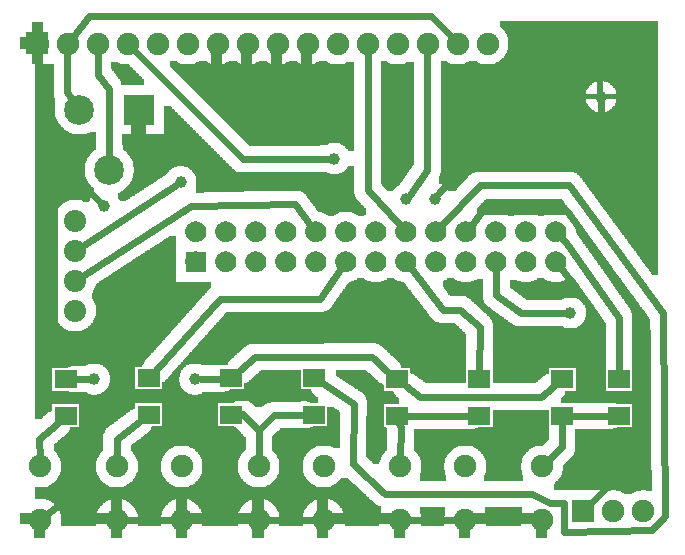
<source format=gbl>
G04 MADE WITH FRITZING*
G04 WWW.FRITZING.ORG*
G04 DOUBLE SIDED*
G04 HOLES PLATED*
G04 CONTOUR ON CENTER OF CONTOUR VECTOR*
%ASAXBY*%
%FSLAX23Y23*%
%MOIN*%
%OFA0B0*%
%SFA1.0B1.0*%
%ADD10C,0.075000*%
%ADD11C,0.099000*%
%ADD12C,0.073889*%
%ADD13C,0.070000*%
%ADD14C,0.039370*%
%ADD15R,0.075000X0.075000*%
%ADD16R,0.099000X0.099000*%
%ADD17R,0.074803X0.062992*%
%ADD18R,0.070000X0.070000*%
%ADD19C,0.024000*%
%ADD20R,0.001000X0.001000*%
%LNCOPPER0*%
G90*
G70*
G54D10*
X720Y1593D03*
X1331Y1588D03*
X1761Y1751D03*
X194Y1362D03*
X595Y1392D03*
X1726Y719D03*
X1702Y444D03*
X134Y1735D03*
X234Y1735D03*
X334Y1735D03*
X434Y1735D03*
X534Y1735D03*
X634Y1735D03*
X734Y1735D03*
X834Y1735D03*
X934Y1735D03*
X1034Y1735D03*
X1134Y1735D03*
X1234Y1735D03*
X1334Y1735D03*
X1434Y1735D03*
X1534Y1735D03*
X1634Y1735D03*
G54D11*
X273Y1514D03*
X473Y1514D03*
X373Y1314D03*
G54D10*
X142Y326D03*
X398Y326D03*
X142Y149D03*
X398Y149D03*
X615Y326D03*
X871Y326D03*
X615Y149D03*
X871Y149D03*
X2153Y176D03*
X2053Y176D03*
X1953Y176D03*
X1087Y326D03*
X1343Y326D03*
X1087Y149D03*
X1343Y149D03*
X1560Y326D03*
X1815Y326D03*
X1560Y149D03*
X1815Y149D03*
G54D12*
X259Y845D03*
X259Y945D03*
X259Y1045D03*
X259Y1145D03*
G54D13*
X861Y1007D03*
X961Y1007D03*
X1061Y1007D03*
X1361Y1007D03*
X1461Y1007D03*
X1561Y1007D03*
X1161Y1007D03*
X1261Y1007D03*
X1761Y1007D03*
X1861Y1007D03*
X1661Y1007D03*
X861Y1107D03*
X961Y1107D03*
X1061Y1107D03*
X1361Y1107D03*
X1461Y1107D03*
X1561Y1107D03*
X1161Y1107D03*
X1261Y1107D03*
X1761Y1107D03*
X1861Y1107D03*
X1661Y1107D03*
X661Y1107D03*
X761Y1107D03*
X661Y1007D03*
X761Y1007D03*
G54D14*
X323Y617D03*
X658Y617D03*
X1910Y838D03*
X611Y1275D03*
X1363Y1216D03*
X1457Y1219D03*
X2012Y1558D03*
X1123Y1352D03*
X356Y1195D03*
G54D15*
X133Y1736D03*
G54D16*
X473Y1514D03*
G54D17*
X504Y498D03*
X504Y620D03*
X1606Y494D03*
X1606Y616D03*
X2071Y495D03*
X2071Y617D03*
X1331Y616D03*
X1331Y494D03*
X228Y616D03*
X228Y494D03*
X1882Y616D03*
X1882Y494D03*
X780Y498D03*
X780Y620D03*
X1055Y498D03*
X1055Y620D03*
G54D15*
X1953Y176D03*
G54D18*
X661Y1007D03*
G54D19*
X1877Y986D02*
X1977Y853D01*
D02*
X1977Y853D02*
X1980Y554D01*
D02*
X1980Y554D02*
X2150Y554D01*
D02*
X2150Y554D02*
X2150Y373D01*
D02*
X2150Y373D02*
X1973Y196D01*
D02*
X1577Y1128D02*
X1615Y1176D01*
D02*
X1615Y1176D02*
X1899Y1176D01*
D02*
X1899Y1176D02*
X2146Y833D01*
D02*
X255Y1540D02*
X232Y1574D01*
D02*
X1514Y1756D02*
X1446Y1826D01*
D02*
X305Y1826D02*
X251Y1758D01*
D02*
X1446Y1826D02*
X305Y1826D01*
D02*
X1812Y558D02*
X1410Y558D01*
D02*
X1410Y558D02*
X1363Y593D01*
D02*
X1851Y590D02*
X1812Y558D01*
D02*
X2146Y833D02*
X2150Y554D01*
D02*
X304Y617D02*
X260Y617D01*
D02*
X748Y619D02*
X677Y618D01*
D02*
X1248Y692D02*
X1302Y642D01*
D02*
X858Y691D02*
X1248Y692D01*
D02*
X809Y646D02*
X858Y691D01*
D02*
X741Y885D02*
X1076Y885D01*
D02*
X1076Y885D02*
X1146Y986D01*
D02*
X527Y646D02*
X741Y885D01*
D02*
X1344Y1127D02*
X1234Y1247D01*
D02*
X2072Y822D02*
X1892Y1077D01*
D02*
X2071Y643D02*
X2072Y822D01*
D02*
X1892Y1077D02*
X1880Y1089D01*
D02*
X198Y468D02*
X139Y417D01*
D02*
X472Y475D02*
X398Y419D01*
D02*
X1340Y468D02*
X1344Y456D01*
D02*
X1344Y456D02*
X1343Y354D01*
D02*
X1575Y494D02*
X1363Y494D01*
D02*
X1882Y468D02*
X1882Y392D01*
D02*
X2039Y495D02*
X1914Y494D01*
D02*
X1543Y849D02*
X1484Y849D01*
D02*
X1484Y849D02*
X1377Y987D01*
D02*
X1607Y790D02*
X1543Y849D01*
D02*
X1606Y642D02*
X1607Y790D01*
D02*
X334Y1707D02*
X335Y1632D01*
D02*
X371Y1585D02*
X373Y1346D01*
D02*
X1663Y897D02*
X1662Y981D01*
D02*
X1745Y837D02*
X1663Y897D01*
D02*
X1891Y838D02*
X1745Y837D01*
D02*
X288Y964D02*
X645Y1195D01*
D02*
X645Y1195D02*
X992Y1200D01*
D02*
X992Y1200D02*
X1046Y1128D01*
D02*
X288Y1064D02*
X595Y1264D01*
D02*
X1087Y600D02*
X1187Y535D01*
D02*
X1187Y535D02*
X1185Y335D01*
D02*
X1292Y235D02*
X1781Y235D01*
D02*
X1185Y335D02*
X1292Y235D01*
D02*
X1781Y235D02*
X1841Y203D01*
D02*
X1841Y203D02*
X1889Y203D01*
D02*
X1889Y203D02*
X1889Y107D01*
D02*
X1889Y107D02*
X2181Y113D01*
D02*
X2181Y113D02*
X2226Y161D01*
D02*
X2226Y161D02*
X2220Y836D01*
D02*
X1906Y1263D02*
X1607Y1263D01*
D02*
X1607Y1263D02*
X1479Y1126D01*
D02*
X1433Y1707D02*
X1433Y1315D01*
D02*
X1372Y149D02*
X1531Y149D01*
D02*
X871Y443D02*
X818Y500D01*
D02*
X871Y354D02*
X871Y443D01*
D02*
X871Y354D02*
X871Y448D01*
D02*
X871Y448D02*
X921Y496D01*
D02*
X1234Y1247D02*
X1234Y1707D01*
D02*
X232Y1574D02*
X233Y1707D01*
D02*
X335Y1632D02*
X371Y1585D01*
D02*
X1882Y392D02*
X1836Y346D01*
D02*
X398Y419D02*
X398Y354D01*
D02*
X2012Y1539D02*
X2012Y1475D01*
D02*
X1579Y1350D02*
X1470Y1233D01*
D02*
X1433Y1315D02*
X1374Y1231D01*
D02*
X819Y1350D02*
X454Y1715D01*
D02*
X1104Y1352D02*
X819Y1350D01*
D02*
X1847Y1348D02*
X1579Y1350D01*
D02*
X2012Y1475D02*
X1847Y1348D01*
D02*
X921Y496D02*
X1023Y498D01*
D02*
X818Y500D02*
X811Y500D01*
D02*
X139Y417D02*
X141Y354D01*
D02*
X2220Y836D02*
X1906Y1263D01*
D02*
X402Y515D02*
X402Y652D01*
D02*
X189Y1193D02*
X272Y1279D01*
D02*
X189Y790D02*
X189Y1193D01*
D02*
X165Y166D02*
X272Y247D01*
D02*
X272Y247D02*
X272Y400D01*
D02*
X402Y652D02*
X189Y790D01*
D02*
X272Y1279D02*
X343Y1208D01*
D02*
X272Y400D02*
X402Y515D01*
D02*
X427Y149D02*
X586Y149D01*
D02*
X899Y149D02*
X1058Y149D01*
G36*
X673Y1679D02*
X673Y1677D01*
X671Y1677D01*
X671Y1675D01*
X667Y1675D01*
X667Y1673D01*
X663Y1673D01*
X663Y1671D01*
X659Y1671D01*
X659Y1669D01*
X653Y1669D01*
X653Y1667D01*
X713Y1667D01*
X713Y1669D01*
X707Y1669D01*
X707Y1671D01*
X703Y1671D01*
X703Y1673D01*
X699Y1673D01*
X699Y1675D01*
X697Y1675D01*
X697Y1677D01*
X693Y1677D01*
X693Y1679D01*
X673Y1679D01*
G37*
D02*
G36*
X773Y1679D02*
X773Y1677D01*
X771Y1677D01*
X771Y1675D01*
X767Y1675D01*
X767Y1673D01*
X763Y1673D01*
X763Y1671D01*
X759Y1671D01*
X759Y1669D01*
X753Y1669D01*
X753Y1667D01*
X813Y1667D01*
X813Y1669D01*
X807Y1669D01*
X807Y1671D01*
X803Y1671D01*
X803Y1673D01*
X799Y1673D01*
X799Y1675D01*
X797Y1675D01*
X797Y1677D01*
X793Y1677D01*
X793Y1679D01*
X773Y1679D01*
G37*
D02*
G36*
X873Y1679D02*
X873Y1677D01*
X871Y1677D01*
X871Y1675D01*
X867Y1675D01*
X867Y1673D01*
X863Y1673D01*
X863Y1671D01*
X859Y1671D01*
X859Y1669D01*
X853Y1669D01*
X853Y1667D01*
X913Y1667D01*
X913Y1669D01*
X907Y1669D01*
X907Y1671D01*
X903Y1671D01*
X903Y1673D01*
X899Y1673D01*
X899Y1675D01*
X897Y1675D01*
X897Y1677D01*
X893Y1677D01*
X893Y1679D01*
X873Y1679D01*
G37*
D02*
G36*
X973Y1679D02*
X973Y1677D01*
X971Y1677D01*
X971Y1675D01*
X967Y1675D01*
X967Y1673D01*
X963Y1673D01*
X963Y1671D01*
X959Y1671D01*
X959Y1669D01*
X953Y1669D01*
X953Y1667D01*
X1013Y1667D01*
X1013Y1669D01*
X1007Y1669D01*
X1007Y1671D01*
X1003Y1671D01*
X1003Y1673D01*
X999Y1673D01*
X999Y1675D01*
X997Y1675D01*
X997Y1677D01*
X993Y1677D01*
X993Y1679D01*
X973Y1679D01*
G37*
D02*
G36*
X1073Y1679D02*
X1073Y1677D01*
X1071Y1677D01*
X1071Y1675D01*
X1067Y1675D01*
X1067Y1673D01*
X1063Y1673D01*
X1063Y1671D01*
X1059Y1671D01*
X1059Y1669D01*
X1053Y1669D01*
X1053Y1667D01*
X1113Y1667D01*
X1113Y1669D01*
X1107Y1669D01*
X1107Y1671D01*
X1103Y1671D01*
X1103Y1673D01*
X1099Y1673D01*
X1099Y1675D01*
X1097Y1675D01*
X1097Y1677D01*
X1093Y1677D01*
X1093Y1679D01*
X1073Y1679D01*
G37*
D02*
G36*
X575Y1677D02*
X575Y1667D01*
X613Y1667D01*
X613Y1669D01*
X607Y1669D01*
X607Y1671D01*
X603Y1671D01*
X603Y1673D01*
X599Y1673D01*
X599Y1675D01*
X597Y1675D01*
X597Y1677D01*
X575Y1677D01*
G37*
D02*
G36*
X1167Y1675D02*
X1167Y1673D01*
X1163Y1673D01*
X1163Y1671D01*
X1159Y1671D01*
X1159Y1669D01*
X1153Y1669D01*
X1153Y1667D01*
X1189Y1667D01*
X1189Y1675D01*
X1167Y1675D01*
G37*
D02*
G36*
X575Y1667D02*
X575Y1665D01*
X1189Y1665D01*
X1189Y1667D01*
X575Y1667D01*
G37*
D02*
G36*
X575Y1667D02*
X575Y1665D01*
X1189Y1665D01*
X1189Y1667D01*
X575Y1667D01*
G37*
D02*
G36*
X575Y1667D02*
X575Y1665D01*
X1189Y1665D01*
X1189Y1667D01*
X575Y1667D01*
G37*
D02*
G36*
X575Y1667D02*
X575Y1665D01*
X1189Y1665D01*
X1189Y1667D01*
X575Y1667D01*
G37*
D02*
G36*
X575Y1667D02*
X575Y1665D01*
X1189Y1665D01*
X1189Y1667D01*
X575Y1667D01*
G37*
D02*
G36*
X575Y1667D02*
X575Y1665D01*
X1189Y1665D01*
X1189Y1667D01*
X575Y1667D01*
G37*
D02*
G36*
X575Y1667D02*
X575Y1665D01*
X1189Y1665D01*
X1189Y1667D01*
X575Y1667D01*
G37*
D02*
G36*
X575Y1665D02*
X575Y1659D01*
X577Y1659D01*
X577Y1657D01*
X579Y1657D01*
X579Y1655D01*
X581Y1655D01*
X581Y1653D01*
X583Y1653D01*
X583Y1651D01*
X585Y1651D01*
X585Y1649D01*
X587Y1649D01*
X587Y1647D01*
X589Y1647D01*
X589Y1645D01*
X591Y1645D01*
X591Y1643D01*
X593Y1643D01*
X593Y1641D01*
X595Y1641D01*
X595Y1639D01*
X597Y1639D01*
X597Y1637D01*
X599Y1637D01*
X599Y1635D01*
X601Y1635D01*
X601Y1633D01*
X603Y1633D01*
X603Y1631D01*
X605Y1631D01*
X605Y1629D01*
X607Y1629D01*
X607Y1627D01*
X609Y1627D01*
X609Y1625D01*
X611Y1625D01*
X611Y1623D01*
X613Y1623D01*
X613Y1621D01*
X615Y1621D01*
X615Y1619D01*
X617Y1619D01*
X617Y1617D01*
X619Y1617D01*
X619Y1615D01*
X621Y1615D01*
X621Y1613D01*
X623Y1613D01*
X623Y1611D01*
X625Y1611D01*
X625Y1609D01*
X627Y1609D01*
X627Y1607D01*
X629Y1607D01*
X629Y1605D01*
X631Y1605D01*
X631Y1603D01*
X633Y1603D01*
X633Y1601D01*
X635Y1601D01*
X635Y1599D01*
X637Y1599D01*
X637Y1597D01*
X639Y1597D01*
X639Y1595D01*
X641Y1595D01*
X641Y1593D01*
X643Y1593D01*
X643Y1591D01*
X645Y1591D01*
X645Y1589D01*
X647Y1589D01*
X647Y1587D01*
X649Y1587D01*
X649Y1585D01*
X651Y1585D01*
X651Y1583D01*
X653Y1583D01*
X653Y1581D01*
X655Y1581D01*
X655Y1579D01*
X657Y1579D01*
X657Y1577D01*
X659Y1577D01*
X659Y1575D01*
X661Y1575D01*
X661Y1573D01*
X663Y1573D01*
X663Y1571D01*
X665Y1571D01*
X665Y1569D01*
X667Y1569D01*
X667Y1567D01*
X669Y1567D01*
X669Y1565D01*
X671Y1565D01*
X671Y1563D01*
X673Y1563D01*
X673Y1561D01*
X675Y1561D01*
X675Y1559D01*
X677Y1559D01*
X677Y1557D01*
X679Y1557D01*
X679Y1555D01*
X681Y1555D01*
X681Y1553D01*
X683Y1553D01*
X683Y1551D01*
X685Y1551D01*
X685Y1549D01*
X687Y1549D01*
X687Y1547D01*
X689Y1547D01*
X689Y1545D01*
X691Y1545D01*
X691Y1543D01*
X693Y1543D01*
X693Y1541D01*
X695Y1541D01*
X695Y1539D01*
X697Y1539D01*
X697Y1537D01*
X699Y1537D01*
X699Y1535D01*
X701Y1535D01*
X701Y1533D01*
X703Y1533D01*
X703Y1531D01*
X705Y1531D01*
X705Y1529D01*
X707Y1529D01*
X707Y1527D01*
X709Y1527D01*
X709Y1525D01*
X711Y1525D01*
X711Y1523D01*
X713Y1523D01*
X713Y1521D01*
X715Y1521D01*
X715Y1519D01*
X717Y1519D01*
X717Y1517D01*
X719Y1517D01*
X719Y1515D01*
X721Y1515D01*
X721Y1513D01*
X723Y1513D01*
X723Y1511D01*
X725Y1511D01*
X725Y1509D01*
X727Y1509D01*
X727Y1507D01*
X729Y1507D01*
X729Y1505D01*
X731Y1505D01*
X731Y1503D01*
X733Y1503D01*
X733Y1501D01*
X735Y1501D01*
X735Y1499D01*
X737Y1499D01*
X737Y1497D01*
X739Y1497D01*
X739Y1495D01*
X741Y1495D01*
X741Y1493D01*
X743Y1493D01*
X743Y1491D01*
X745Y1491D01*
X745Y1489D01*
X747Y1489D01*
X747Y1487D01*
X749Y1487D01*
X749Y1485D01*
X751Y1485D01*
X751Y1483D01*
X753Y1483D01*
X753Y1481D01*
X755Y1481D01*
X755Y1479D01*
X757Y1479D01*
X757Y1477D01*
X759Y1477D01*
X759Y1475D01*
X761Y1475D01*
X761Y1473D01*
X763Y1473D01*
X763Y1471D01*
X765Y1471D01*
X765Y1469D01*
X767Y1469D01*
X767Y1467D01*
X769Y1467D01*
X769Y1465D01*
X771Y1465D01*
X771Y1463D01*
X773Y1463D01*
X773Y1461D01*
X775Y1461D01*
X775Y1459D01*
X777Y1459D01*
X777Y1457D01*
X779Y1457D01*
X779Y1455D01*
X781Y1455D01*
X781Y1453D01*
X783Y1453D01*
X783Y1451D01*
X785Y1451D01*
X785Y1449D01*
X787Y1449D01*
X787Y1447D01*
X789Y1447D01*
X789Y1445D01*
X791Y1445D01*
X791Y1443D01*
X793Y1443D01*
X793Y1441D01*
X795Y1441D01*
X795Y1439D01*
X797Y1439D01*
X797Y1437D01*
X799Y1437D01*
X799Y1435D01*
X801Y1435D01*
X801Y1433D01*
X803Y1433D01*
X803Y1431D01*
X805Y1431D01*
X805Y1429D01*
X807Y1429D01*
X807Y1427D01*
X809Y1427D01*
X809Y1425D01*
X811Y1425D01*
X811Y1423D01*
X813Y1423D01*
X813Y1421D01*
X815Y1421D01*
X815Y1419D01*
X817Y1419D01*
X817Y1417D01*
X819Y1417D01*
X819Y1415D01*
X821Y1415D01*
X821Y1413D01*
X823Y1413D01*
X823Y1411D01*
X825Y1411D01*
X825Y1409D01*
X827Y1409D01*
X827Y1407D01*
X829Y1407D01*
X829Y1405D01*
X831Y1405D01*
X831Y1403D01*
X1141Y1403D01*
X1141Y1401D01*
X1145Y1401D01*
X1145Y1399D01*
X1149Y1399D01*
X1149Y1397D01*
X1153Y1397D01*
X1153Y1395D01*
X1155Y1395D01*
X1155Y1393D01*
X1157Y1393D01*
X1157Y1391D01*
X1159Y1391D01*
X1159Y1389D01*
X1161Y1389D01*
X1161Y1387D01*
X1163Y1387D01*
X1163Y1385D01*
X1165Y1385D01*
X1165Y1383D01*
X1167Y1383D01*
X1167Y1379D01*
X1169Y1379D01*
X1169Y1377D01*
X1189Y1377D01*
X1189Y1665D01*
X575Y1665D01*
G37*
D02*
G36*
X833Y1403D02*
X833Y1401D01*
X835Y1401D01*
X835Y1399D01*
X837Y1399D01*
X837Y1397D01*
X839Y1397D01*
X839Y1395D01*
X1075Y1395D01*
X1075Y1397D01*
X1097Y1397D01*
X1097Y1399D01*
X1101Y1399D01*
X1101Y1401D01*
X1105Y1401D01*
X1105Y1403D01*
X833Y1403D01*
G37*
D02*
G36*
X1277Y1677D02*
X1277Y1675D01*
X1297Y1675D01*
X1297Y1677D01*
X1277Y1677D01*
G37*
D02*
G36*
X1277Y1675D02*
X1277Y1667D01*
X1313Y1667D01*
X1313Y1669D01*
X1307Y1669D01*
X1307Y1671D01*
X1303Y1671D01*
X1303Y1673D01*
X1299Y1673D01*
X1299Y1675D01*
X1277Y1675D01*
G37*
D02*
G36*
X1367Y1675D02*
X1367Y1673D01*
X1363Y1673D01*
X1363Y1671D01*
X1359Y1671D01*
X1359Y1669D01*
X1353Y1669D01*
X1353Y1667D01*
X1389Y1667D01*
X1389Y1675D01*
X1367Y1675D01*
G37*
D02*
G36*
X1277Y1667D02*
X1277Y1665D01*
X1389Y1665D01*
X1389Y1667D01*
X1277Y1667D01*
G37*
D02*
G36*
X1277Y1667D02*
X1277Y1665D01*
X1389Y1665D01*
X1389Y1667D01*
X1277Y1667D01*
G37*
D02*
G36*
X1277Y1665D02*
X1277Y1269D01*
X1279Y1269D01*
X1279Y1267D01*
X1281Y1267D01*
X1281Y1263D01*
X1283Y1263D01*
X1283Y1261D01*
X1285Y1261D01*
X1285Y1259D01*
X1287Y1259D01*
X1287Y1257D01*
X1289Y1257D01*
X1289Y1255D01*
X1291Y1255D01*
X1291Y1253D01*
X1293Y1253D01*
X1293Y1251D01*
X1295Y1251D01*
X1295Y1249D01*
X1297Y1249D01*
X1297Y1247D01*
X1299Y1247D01*
X1299Y1245D01*
X1319Y1245D01*
X1319Y1247D01*
X1321Y1247D01*
X1321Y1249D01*
X1323Y1249D01*
X1323Y1251D01*
X1325Y1251D01*
X1325Y1253D01*
X1327Y1253D01*
X1327Y1255D01*
X1329Y1255D01*
X1329Y1257D01*
X1331Y1257D01*
X1331Y1259D01*
X1333Y1259D01*
X1333Y1261D01*
X1337Y1261D01*
X1337Y1263D01*
X1339Y1263D01*
X1339Y1265D01*
X1341Y1265D01*
X1341Y1269D01*
X1343Y1269D01*
X1343Y1271D01*
X1345Y1271D01*
X1345Y1273D01*
X1347Y1273D01*
X1347Y1277D01*
X1349Y1277D01*
X1349Y1279D01*
X1351Y1279D01*
X1351Y1283D01*
X1353Y1283D01*
X1353Y1285D01*
X1355Y1285D01*
X1355Y1287D01*
X1357Y1287D01*
X1357Y1291D01*
X1359Y1291D01*
X1359Y1293D01*
X1361Y1293D01*
X1361Y1297D01*
X1363Y1297D01*
X1363Y1299D01*
X1365Y1299D01*
X1365Y1303D01*
X1367Y1303D01*
X1367Y1305D01*
X1369Y1305D01*
X1369Y1307D01*
X1371Y1307D01*
X1371Y1311D01*
X1373Y1311D01*
X1373Y1313D01*
X1375Y1313D01*
X1375Y1317D01*
X1377Y1317D01*
X1377Y1319D01*
X1379Y1319D01*
X1379Y1321D01*
X1381Y1321D01*
X1381Y1325D01*
X1383Y1325D01*
X1383Y1327D01*
X1385Y1327D01*
X1385Y1331D01*
X1387Y1331D01*
X1387Y1333D01*
X1389Y1333D01*
X1389Y1665D01*
X1277Y1665D01*
G37*
D02*
G36*
X1675Y1811D02*
X1675Y1791D01*
X1677Y1791D01*
X1677Y1789D01*
X1679Y1789D01*
X1679Y1787D01*
X1681Y1787D01*
X1681Y1785D01*
X1683Y1785D01*
X1683Y1783D01*
X1685Y1783D01*
X1685Y1781D01*
X1687Y1781D01*
X1687Y1779D01*
X1689Y1779D01*
X1689Y1777D01*
X1691Y1777D01*
X1691Y1773D01*
X1693Y1773D01*
X1693Y1771D01*
X1695Y1771D01*
X1695Y1767D01*
X1697Y1767D01*
X1697Y1763D01*
X1699Y1763D01*
X1699Y1757D01*
X1701Y1757D01*
X1701Y1751D01*
X1703Y1751D01*
X1703Y1721D01*
X1701Y1721D01*
X1701Y1713D01*
X1699Y1713D01*
X1699Y1709D01*
X1697Y1709D01*
X1697Y1705D01*
X1695Y1705D01*
X1695Y1701D01*
X1693Y1701D01*
X1693Y1697D01*
X1691Y1697D01*
X1691Y1695D01*
X1689Y1695D01*
X1689Y1693D01*
X1687Y1693D01*
X1687Y1689D01*
X1685Y1689D01*
X1685Y1687D01*
X1683Y1687D01*
X1683Y1685D01*
X1681Y1685D01*
X1681Y1683D01*
X1679Y1683D01*
X1679Y1681D01*
X1675Y1681D01*
X1675Y1679D01*
X1673Y1679D01*
X1673Y1677D01*
X1671Y1677D01*
X1671Y1675D01*
X1667Y1675D01*
X1667Y1673D01*
X1663Y1673D01*
X1663Y1671D01*
X1659Y1671D01*
X1659Y1669D01*
X1653Y1669D01*
X1653Y1667D01*
X2201Y1667D01*
X2201Y1811D01*
X1675Y1811D01*
G37*
D02*
G36*
X1573Y1679D02*
X1573Y1677D01*
X1571Y1677D01*
X1571Y1675D01*
X1567Y1675D01*
X1567Y1673D01*
X1563Y1673D01*
X1563Y1671D01*
X1559Y1671D01*
X1559Y1669D01*
X1553Y1669D01*
X1553Y1667D01*
X1613Y1667D01*
X1613Y1669D01*
X1607Y1669D01*
X1607Y1671D01*
X1603Y1671D01*
X1603Y1673D01*
X1599Y1673D01*
X1599Y1675D01*
X1597Y1675D01*
X1597Y1677D01*
X1593Y1677D01*
X1593Y1679D01*
X1573Y1679D01*
G37*
D02*
G36*
X1477Y1677D02*
X1477Y1667D01*
X1513Y1667D01*
X1513Y1669D01*
X1507Y1669D01*
X1507Y1671D01*
X1503Y1671D01*
X1503Y1673D01*
X1499Y1673D01*
X1499Y1675D01*
X1497Y1675D01*
X1497Y1677D01*
X1477Y1677D01*
G37*
D02*
G36*
X1477Y1667D02*
X1477Y1665D01*
X2201Y1665D01*
X2201Y1667D01*
X1477Y1667D01*
G37*
D02*
G36*
X1477Y1667D02*
X1477Y1665D01*
X2201Y1665D01*
X2201Y1667D01*
X1477Y1667D01*
G37*
D02*
G36*
X1477Y1667D02*
X1477Y1665D01*
X2201Y1665D01*
X2201Y1667D01*
X1477Y1667D01*
G37*
D02*
G36*
X1477Y1665D02*
X1477Y1611D01*
X2021Y1611D01*
X2021Y1609D01*
X2029Y1609D01*
X2029Y1607D01*
X2035Y1607D01*
X2035Y1605D01*
X2039Y1605D01*
X2039Y1603D01*
X2041Y1603D01*
X2041Y1601D01*
X2043Y1601D01*
X2043Y1599D01*
X2047Y1599D01*
X2047Y1597D01*
X2049Y1597D01*
X2049Y1595D01*
X2051Y1595D01*
X2051Y1593D01*
X2053Y1593D01*
X2053Y1589D01*
X2055Y1589D01*
X2055Y1587D01*
X2057Y1587D01*
X2057Y1583D01*
X2059Y1583D01*
X2059Y1581D01*
X2061Y1581D01*
X2061Y1575D01*
X2063Y1575D01*
X2063Y1541D01*
X2061Y1541D01*
X2061Y1537D01*
X2059Y1537D01*
X2059Y1533D01*
X2057Y1533D01*
X2057Y1529D01*
X2055Y1529D01*
X2055Y1527D01*
X2053Y1527D01*
X2053Y1525D01*
X2051Y1525D01*
X2051Y1523D01*
X2049Y1523D01*
X2049Y1521D01*
X2047Y1521D01*
X2047Y1519D01*
X2045Y1519D01*
X2045Y1517D01*
X2043Y1517D01*
X2043Y1515D01*
X2039Y1515D01*
X2039Y1513D01*
X2037Y1513D01*
X2037Y1511D01*
X2033Y1511D01*
X2033Y1509D01*
X2027Y1509D01*
X2027Y1507D01*
X2201Y1507D01*
X2201Y1665D01*
X1477Y1665D01*
G37*
D02*
G36*
X1477Y1611D02*
X1477Y1507D01*
X1997Y1507D01*
X1997Y1509D01*
X1991Y1509D01*
X1991Y1511D01*
X1987Y1511D01*
X1987Y1513D01*
X1985Y1513D01*
X1985Y1515D01*
X1981Y1515D01*
X1981Y1517D01*
X1979Y1517D01*
X1979Y1519D01*
X1977Y1519D01*
X1977Y1521D01*
X1975Y1521D01*
X1975Y1523D01*
X1973Y1523D01*
X1973Y1525D01*
X1971Y1525D01*
X1971Y1527D01*
X1969Y1527D01*
X1969Y1529D01*
X1967Y1529D01*
X1967Y1533D01*
X1965Y1533D01*
X1965Y1537D01*
X1963Y1537D01*
X1963Y1541D01*
X1961Y1541D01*
X1961Y1575D01*
X1963Y1575D01*
X1963Y1581D01*
X1965Y1581D01*
X1965Y1583D01*
X1967Y1583D01*
X1967Y1587D01*
X1969Y1587D01*
X1969Y1589D01*
X1971Y1589D01*
X1971Y1593D01*
X1973Y1593D01*
X1973Y1595D01*
X1975Y1595D01*
X1975Y1597D01*
X1977Y1597D01*
X1977Y1599D01*
X1981Y1599D01*
X1981Y1601D01*
X1983Y1601D01*
X1983Y1603D01*
X1985Y1603D01*
X1985Y1605D01*
X1989Y1605D01*
X1989Y1607D01*
X1995Y1607D01*
X1995Y1609D01*
X2003Y1609D01*
X2003Y1611D01*
X1477Y1611D01*
G37*
D02*
G36*
X1477Y1507D02*
X1477Y1505D01*
X2201Y1505D01*
X2201Y1507D01*
X1477Y1507D01*
G37*
D02*
G36*
X1477Y1507D02*
X1477Y1505D01*
X2201Y1505D01*
X2201Y1507D01*
X1477Y1507D01*
G37*
D02*
G36*
X1477Y1505D02*
X1477Y1307D01*
X1921Y1307D01*
X1921Y1305D01*
X1927Y1305D01*
X1927Y1303D01*
X1931Y1303D01*
X1931Y1301D01*
X1933Y1301D01*
X1933Y1299D01*
X1937Y1299D01*
X1937Y1297D01*
X1939Y1297D01*
X1939Y1295D01*
X1941Y1295D01*
X1941Y1291D01*
X1943Y1291D01*
X1943Y1289D01*
X1945Y1289D01*
X1945Y1287D01*
X1947Y1287D01*
X1947Y1283D01*
X1949Y1283D01*
X1949Y1281D01*
X1951Y1281D01*
X1951Y1279D01*
X1953Y1279D01*
X1953Y1275D01*
X1955Y1275D01*
X1955Y1273D01*
X1957Y1273D01*
X1957Y1271D01*
X1959Y1271D01*
X1959Y1267D01*
X1961Y1267D01*
X1961Y1265D01*
X1963Y1265D01*
X1963Y1263D01*
X1965Y1263D01*
X1965Y1259D01*
X1967Y1259D01*
X1967Y1257D01*
X1969Y1257D01*
X1969Y1253D01*
X1971Y1253D01*
X1971Y1251D01*
X1973Y1251D01*
X1973Y1249D01*
X1975Y1249D01*
X1975Y1245D01*
X1977Y1245D01*
X1977Y1243D01*
X1979Y1243D01*
X1979Y1241D01*
X1981Y1241D01*
X1981Y1237D01*
X1983Y1237D01*
X1983Y1235D01*
X1985Y1235D01*
X1985Y1233D01*
X1987Y1233D01*
X1987Y1229D01*
X1989Y1229D01*
X1989Y1227D01*
X1991Y1227D01*
X1991Y1223D01*
X1993Y1223D01*
X1993Y1221D01*
X1995Y1221D01*
X1995Y1219D01*
X1997Y1219D01*
X1997Y1215D01*
X1999Y1215D01*
X1999Y1213D01*
X2001Y1213D01*
X2001Y1211D01*
X2003Y1211D01*
X2003Y1207D01*
X2005Y1207D01*
X2005Y1205D01*
X2007Y1205D01*
X2007Y1203D01*
X2009Y1203D01*
X2009Y1199D01*
X2011Y1199D01*
X2011Y1197D01*
X2013Y1197D01*
X2013Y1195D01*
X2015Y1195D01*
X2015Y1191D01*
X2017Y1191D01*
X2017Y1189D01*
X2019Y1189D01*
X2019Y1185D01*
X2021Y1185D01*
X2021Y1183D01*
X2023Y1183D01*
X2023Y1181D01*
X2025Y1181D01*
X2025Y1177D01*
X2027Y1177D01*
X2027Y1175D01*
X2029Y1175D01*
X2029Y1173D01*
X2031Y1173D01*
X2031Y1169D01*
X2033Y1169D01*
X2033Y1167D01*
X2035Y1167D01*
X2035Y1165D01*
X2037Y1165D01*
X2037Y1161D01*
X2039Y1161D01*
X2039Y1159D01*
X2041Y1159D01*
X2041Y1157D01*
X2043Y1157D01*
X2043Y1153D01*
X2045Y1153D01*
X2045Y1151D01*
X2047Y1151D01*
X2047Y1147D01*
X2049Y1147D01*
X2049Y1145D01*
X2051Y1145D01*
X2051Y1143D01*
X2053Y1143D01*
X2053Y1139D01*
X2055Y1139D01*
X2055Y1137D01*
X2057Y1137D01*
X2057Y1135D01*
X2059Y1135D01*
X2059Y1131D01*
X2061Y1131D01*
X2061Y1129D01*
X2063Y1129D01*
X2063Y1127D01*
X2065Y1127D01*
X2065Y1123D01*
X2067Y1123D01*
X2067Y1121D01*
X2069Y1121D01*
X2069Y1119D01*
X2071Y1119D01*
X2071Y1115D01*
X2073Y1115D01*
X2073Y1113D01*
X2075Y1113D01*
X2075Y1109D01*
X2077Y1109D01*
X2077Y1107D01*
X2079Y1107D01*
X2079Y1105D01*
X2081Y1105D01*
X2081Y1101D01*
X2083Y1101D01*
X2083Y1099D01*
X2085Y1099D01*
X2085Y1097D01*
X2087Y1097D01*
X2087Y1093D01*
X2089Y1093D01*
X2089Y1091D01*
X2091Y1091D01*
X2091Y1089D01*
X2093Y1089D01*
X2093Y1085D01*
X2095Y1085D01*
X2095Y1083D01*
X2097Y1083D01*
X2097Y1081D01*
X2099Y1081D01*
X2099Y1077D01*
X2101Y1077D01*
X2101Y1075D01*
X2103Y1075D01*
X2103Y1071D01*
X2105Y1071D01*
X2105Y1069D01*
X2107Y1069D01*
X2107Y1067D01*
X2109Y1067D01*
X2109Y1063D01*
X2111Y1063D01*
X2111Y1061D01*
X2113Y1061D01*
X2113Y1059D01*
X2115Y1059D01*
X2115Y1055D01*
X2117Y1055D01*
X2117Y1053D01*
X2119Y1053D01*
X2119Y1051D01*
X2121Y1051D01*
X2121Y1047D01*
X2123Y1047D01*
X2123Y1045D01*
X2125Y1045D01*
X2125Y1043D01*
X2127Y1043D01*
X2127Y1039D01*
X2129Y1039D01*
X2129Y1037D01*
X2131Y1037D01*
X2131Y1033D01*
X2133Y1033D01*
X2133Y1031D01*
X2135Y1031D01*
X2135Y1029D01*
X2137Y1029D01*
X2137Y1025D01*
X2139Y1025D01*
X2139Y1023D01*
X2141Y1023D01*
X2141Y1021D01*
X2143Y1021D01*
X2143Y1017D01*
X2145Y1017D01*
X2145Y1015D01*
X2147Y1015D01*
X2147Y1013D01*
X2149Y1013D01*
X2149Y1009D01*
X2151Y1009D01*
X2151Y1007D01*
X2153Y1007D01*
X2153Y1003D01*
X2155Y1003D01*
X2155Y1001D01*
X2157Y1001D01*
X2157Y999D01*
X2159Y999D01*
X2159Y995D01*
X2161Y995D01*
X2161Y993D01*
X2163Y993D01*
X2163Y991D01*
X2165Y991D01*
X2165Y987D01*
X2167Y987D01*
X2167Y985D01*
X2169Y985D01*
X2169Y983D01*
X2171Y983D01*
X2171Y979D01*
X2173Y979D01*
X2173Y977D01*
X2175Y977D01*
X2175Y975D01*
X2177Y975D01*
X2177Y971D01*
X2179Y971D01*
X2179Y969D01*
X2181Y969D01*
X2181Y965D01*
X2201Y965D01*
X2201Y1505D01*
X1477Y1505D01*
G37*
D02*
G36*
X1477Y1307D02*
X1477Y1303D01*
X1475Y1303D01*
X1475Y1295D01*
X1473Y1295D01*
X1473Y1291D01*
X1471Y1291D01*
X1471Y1271D01*
X1473Y1271D01*
X1473Y1269D01*
X1479Y1269D01*
X1479Y1267D01*
X1483Y1267D01*
X1483Y1265D01*
X1485Y1265D01*
X1485Y1263D01*
X1487Y1263D01*
X1487Y1261D01*
X1491Y1261D01*
X1491Y1259D01*
X1493Y1259D01*
X1493Y1257D01*
X1495Y1257D01*
X1495Y1255D01*
X1497Y1255D01*
X1497Y1253D01*
X1499Y1253D01*
X1499Y1249D01*
X1501Y1249D01*
X1501Y1247D01*
X1503Y1247D01*
X1503Y1243D01*
X1525Y1243D01*
X1525Y1245D01*
X1527Y1245D01*
X1527Y1247D01*
X1529Y1247D01*
X1529Y1249D01*
X1531Y1249D01*
X1531Y1251D01*
X1533Y1251D01*
X1533Y1253D01*
X1535Y1253D01*
X1535Y1257D01*
X1537Y1257D01*
X1537Y1259D01*
X1539Y1259D01*
X1539Y1261D01*
X1541Y1261D01*
X1541Y1263D01*
X1543Y1263D01*
X1543Y1265D01*
X1545Y1265D01*
X1545Y1267D01*
X1547Y1267D01*
X1547Y1269D01*
X1549Y1269D01*
X1549Y1271D01*
X1551Y1271D01*
X1551Y1273D01*
X1553Y1273D01*
X1553Y1275D01*
X1555Y1275D01*
X1555Y1277D01*
X1557Y1277D01*
X1557Y1279D01*
X1559Y1279D01*
X1559Y1281D01*
X1561Y1281D01*
X1561Y1283D01*
X1563Y1283D01*
X1563Y1285D01*
X1565Y1285D01*
X1565Y1289D01*
X1567Y1289D01*
X1567Y1291D01*
X1569Y1291D01*
X1569Y1293D01*
X1571Y1293D01*
X1571Y1295D01*
X1573Y1295D01*
X1573Y1297D01*
X1575Y1297D01*
X1575Y1299D01*
X1579Y1299D01*
X1579Y1301D01*
X1581Y1301D01*
X1581Y1303D01*
X1585Y1303D01*
X1585Y1305D01*
X1591Y1305D01*
X1591Y1307D01*
X1477Y1307D01*
G37*
D02*
G36*
X379Y1675D02*
X379Y1651D01*
X381Y1651D01*
X381Y1649D01*
X383Y1649D01*
X383Y1645D01*
X385Y1645D01*
X385Y1643D01*
X387Y1643D01*
X387Y1641D01*
X389Y1641D01*
X389Y1637D01*
X391Y1637D01*
X391Y1635D01*
X393Y1635D01*
X393Y1633D01*
X395Y1633D01*
X395Y1629D01*
X397Y1629D01*
X397Y1627D01*
X399Y1627D01*
X399Y1625D01*
X401Y1625D01*
X401Y1621D01*
X403Y1621D01*
X403Y1619D01*
X405Y1619D01*
X405Y1617D01*
X407Y1617D01*
X407Y1613D01*
X409Y1613D01*
X409Y1611D01*
X411Y1611D01*
X411Y1607D01*
X413Y1607D01*
X413Y1599D01*
X415Y1599D01*
X415Y1597D01*
X487Y1597D01*
X487Y1617D01*
X485Y1617D01*
X485Y1619D01*
X483Y1619D01*
X483Y1621D01*
X481Y1621D01*
X481Y1623D01*
X479Y1623D01*
X479Y1625D01*
X477Y1625D01*
X477Y1627D01*
X475Y1627D01*
X475Y1629D01*
X473Y1629D01*
X473Y1631D01*
X471Y1631D01*
X471Y1633D01*
X469Y1633D01*
X469Y1635D01*
X467Y1635D01*
X467Y1637D01*
X465Y1637D01*
X465Y1639D01*
X463Y1639D01*
X463Y1641D01*
X461Y1641D01*
X461Y1643D01*
X459Y1643D01*
X459Y1645D01*
X457Y1645D01*
X457Y1647D01*
X455Y1647D01*
X455Y1649D01*
X453Y1649D01*
X453Y1651D01*
X451Y1651D01*
X451Y1653D01*
X449Y1653D01*
X449Y1655D01*
X447Y1655D01*
X447Y1657D01*
X445Y1657D01*
X445Y1659D01*
X443Y1659D01*
X443Y1661D01*
X441Y1661D01*
X441Y1663D01*
X439Y1663D01*
X439Y1665D01*
X437Y1665D01*
X437Y1667D01*
X413Y1667D01*
X413Y1669D01*
X407Y1669D01*
X407Y1671D01*
X403Y1671D01*
X403Y1673D01*
X399Y1673D01*
X399Y1675D01*
X379Y1675D01*
G37*
D02*
G36*
X125Y1667D02*
X125Y1433D01*
X257Y1433D01*
X257Y1435D01*
X249Y1435D01*
X249Y1437D01*
X243Y1437D01*
X243Y1439D01*
X239Y1439D01*
X239Y1441D01*
X235Y1441D01*
X235Y1443D01*
X231Y1443D01*
X231Y1445D01*
X229Y1445D01*
X229Y1447D01*
X225Y1447D01*
X225Y1449D01*
X223Y1449D01*
X223Y1451D01*
X221Y1451D01*
X221Y1453D01*
X219Y1453D01*
X219Y1455D01*
X217Y1455D01*
X217Y1457D01*
X215Y1457D01*
X215Y1459D01*
X213Y1459D01*
X213Y1461D01*
X211Y1461D01*
X211Y1463D01*
X209Y1463D01*
X209Y1465D01*
X207Y1465D01*
X207Y1467D01*
X205Y1467D01*
X205Y1471D01*
X203Y1471D01*
X203Y1473D01*
X201Y1473D01*
X201Y1477D01*
X199Y1477D01*
X199Y1481D01*
X197Y1481D01*
X197Y1485D01*
X195Y1485D01*
X195Y1491D01*
X193Y1491D01*
X193Y1499D01*
X191Y1499D01*
X191Y1531D01*
X193Y1531D01*
X193Y1551D01*
X191Y1551D01*
X191Y1555D01*
X189Y1555D01*
X189Y1667D01*
X125Y1667D01*
G37*
D02*
G36*
X307Y1441D02*
X307Y1439D01*
X303Y1439D01*
X303Y1437D01*
X297Y1437D01*
X297Y1435D01*
X289Y1435D01*
X289Y1433D01*
X327Y1433D01*
X327Y1441D01*
X307Y1441D01*
G37*
D02*
G36*
X125Y1433D02*
X125Y1431D01*
X327Y1431D01*
X327Y1433D01*
X125Y1433D01*
G37*
D02*
G36*
X125Y1433D02*
X125Y1431D01*
X327Y1431D01*
X327Y1433D01*
X125Y1433D01*
G37*
D02*
G36*
X125Y1431D02*
X125Y1215D01*
X271Y1215D01*
X271Y1213D01*
X281Y1213D01*
X281Y1211D01*
X285Y1211D01*
X285Y1209D01*
X305Y1209D01*
X305Y1211D01*
X307Y1211D01*
X307Y1217D01*
X309Y1217D01*
X309Y1221D01*
X311Y1221D01*
X311Y1223D01*
X313Y1223D01*
X313Y1227D01*
X315Y1227D01*
X315Y1229D01*
X317Y1229D01*
X317Y1231D01*
X319Y1231D01*
X319Y1233D01*
X321Y1233D01*
X321Y1253D01*
X319Y1253D01*
X319Y1255D01*
X317Y1255D01*
X317Y1257D01*
X315Y1257D01*
X315Y1259D01*
X313Y1259D01*
X313Y1261D01*
X311Y1261D01*
X311Y1263D01*
X309Y1263D01*
X309Y1265D01*
X307Y1265D01*
X307Y1267D01*
X305Y1267D01*
X305Y1271D01*
X303Y1271D01*
X303Y1273D01*
X301Y1273D01*
X301Y1277D01*
X299Y1277D01*
X299Y1281D01*
X297Y1281D01*
X297Y1285D01*
X295Y1285D01*
X295Y1291D01*
X293Y1291D01*
X293Y1299D01*
X291Y1299D01*
X291Y1331D01*
X293Y1331D01*
X293Y1339D01*
X295Y1339D01*
X295Y1345D01*
X297Y1345D01*
X297Y1349D01*
X299Y1349D01*
X299Y1353D01*
X301Y1353D01*
X301Y1357D01*
X303Y1357D01*
X303Y1359D01*
X305Y1359D01*
X305Y1361D01*
X307Y1361D01*
X307Y1365D01*
X309Y1365D01*
X309Y1367D01*
X311Y1367D01*
X311Y1369D01*
X313Y1369D01*
X313Y1371D01*
X315Y1371D01*
X315Y1373D01*
X317Y1373D01*
X317Y1375D01*
X319Y1375D01*
X319Y1377D01*
X321Y1377D01*
X321Y1379D01*
X323Y1379D01*
X323Y1381D01*
X327Y1381D01*
X327Y1431D01*
X125Y1431D01*
G37*
D02*
G36*
X125Y1215D02*
X125Y777D01*
X241Y777D01*
X241Y779D01*
X235Y779D01*
X235Y781D01*
X229Y781D01*
X229Y783D01*
X225Y783D01*
X225Y785D01*
X223Y785D01*
X223Y787D01*
X219Y787D01*
X219Y789D01*
X217Y789D01*
X217Y791D01*
X215Y791D01*
X215Y793D01*
X213Y793D01*
X213Y795D01*
X209Y795D01*
X209Y799D01*
X207Y799D01*
X207Y801D01*
X205Y801D01*
X205Y803D01*
X203Y803D01*
X203Y805D01*
X201Y805D01*
X201Y809D01*
X199Y809D01*
X199Y811D01*
X197Y811D01*
X197Y815D01*
X195Y815D01*
X195Y819D01*
X193Y819D01*
X193Y825D01*
X191Y825D01*
X191Y835D01*
X189Y835D01*
X189Y857D01*
X191Y857D01*
X191Y867D01*
X193Y867D01*
X193Y871D01*
X195Y871D01*
X195Y877D01*
X197Y877D01*
X197Y879D01*
X199Y879D01*
X199Y883D01*
X201Y883D01*
X201Y885D01*
X203Y885D01*
X203Y905D01*
X201Y905D01*
X201Y909D01*
X199Y909D01*
X199Y911D01*
X197Y911D01*
X197Y915D01*
X195Y915D01*
X195Y919D01*
X193Y919D01*
X193Y925D01*
X191Y925D01*
X191Y935D01*
X189Y935D01*
X189Y957D01*
X191Y957D01*
X191Y967D01*
X193Y967D01*
X193Y971D01*
X195Y971D01*
X195Y977D01*
X197Y977D01*
X197Y979D01*
X199Y979D01*
X199Y983D01*
X201Y983D01*
X201Y985D01*
X203Y985D01*
X203Y1005D01*
X201Y1005D01*
X201Y1009D01*
X199Y1009D01*
X199Y1011D01*
X197Y1011D01*
X197Y1015D01*
X195Y1015D01*
X195Y1019D01*
X193Y1019D01*
X193Y1025D01*
X191Y1025D01*
X191Y1035D01*
X189Y1035D01*
X189Y1057D01*
X191Y1057D01*
X191Y1067D01*
X193Y1067D01*
X193Y1071D01*
X195Y1071D01*
X195Y1077D01*
X197Y1077D01*
X197Y1079D01*
X199Y1079D01*
X199Y1083D01*
X201Y1083D01*
X201Y1085D01*
X203Y1085D01*
X203Y1105D01*
X201Y1105D01*
X201Y1109D01*
X199Y1109D01*
X199Y1111D01*
X197Y1111D01*
X197Y1115D01*
X195Y1115D01*
X195Y1119D01*
X193Y1119D01*
X193Y1125D01*
X191Y1125D01*
X191Y1135D01*
X189Y1135D01*
X189Y1157D01*
X191Y1157D01*
X191Y1167D01*
X193Y1167D01*
X193Y1171D01*
X195Y1171D01*
X195Y1177D01*
X197Y1177D01*
X197Y1179D01*
X199Y1179D01*
X199Y1183D01*
X201Y1183D01*
X201Y1185D01*
X203Y1185D01*
X203Y1189D01*
X205Y1189D01*
X205Y1191D01*
X207Y1191D01*
X207Y1193D01*
X209Y1193D01*
X209Y1195D01*
X211Y1195D01*
X211Y1197D01*
X213Y1197D01*
X213Y1199D01*
X215Y1199D01*
X215Y1201D01*
X219Y1201D01*
X219Y1203D01*
X221Y1203D01*
X221Y1205D01*
X225Y1205D01*
X225Y1207D01*
X227Y1207D01*
X227Y1209D01*
X231Y1209D01*
X231Y1211D01*
X237Y1211D01*
X237Y1213D01*
X245Y1213D01*
X245Y1215D01*
X125Y1215D01*
G37*
D02*
G36*
X573Y1095D02*
X573Y1093D01*
X571Y1093D01*
X571Y1091D01*
X567Y1091D01*
X567Y1089D01*
X565Y1089D01*
X565Y1087D01*
X561Y1087D01*
X561Y1085D01*
X559Y1085D01*
X559Y1083D01*
X555Y1083D01*
X555Y1081D01*
X553Y1081D01*
X553Y1079D01*
X549Y1079D01*
X549Y1077D01*
X547Y1077D01*
X547Y1075D01*
X543Y1075D01*
X543Y1073D01*
X541Y1073D01*
X541Y1071D01*
X537Y1071D01*
X537Y1069D01*
X533Y1069D01*
X533Y1067D01*
X531Y1067D01*
X531Y1065D01*
X527Y1065D01*
X527Y1063D01*
X525Y1063D01*
X525Y1061D01*
X521Y1061D01*
X521Y1059D01*
X519Y1059D01*
X519Y1057D01*
X515Y1057D01*
X515Y1055D01*
X513Y1055D01*
X513Y1053D01*
X509Y1053D01*
X509Y1051D01*
X507Y1051D01*
X507Y1049D01*
X503Y1049D01*
X503Y1047D01*
X499Y1047D01*
X499Y1045D01*
X497Y1045D01*
X497Y1043D01*
X493Y1043D01*
X493Y1041D01*
X491Y1041D01*
X491Y1039D01*
X487Y1039D01*
X487Y1037D01*
X485Y1037D01*
X485Y1035D01*
X481Y1035D01*
X481Y1033D01*
X479Y1033D01*
X479Y1031D01*
X475Y1031D01*
X475Y1029D01*
X473Y1029D01*
X473Y1027D01*
X469Y1027D01*
X469Y1025D01*
X465Y1025D01*
X465Y1023D01*
X463Y1023D01*
X463Y1021D01*
X459Y1021D01*
X459Y1019D01*
X457Y1019D01*
X457Y1017D01*
X453Y1017D01*
X453Y1015D01*
X451Y1015D01*
X451Y1013D01*
X447Y1013D01*
X447Y1011D01*
X445Y1011D01*
X445Y1009D01*
X441Y1009D01*
X441Y1007D01*
X439Y1007D01*
X439Y1005D01*
X435Y1005D01*
X435Y1003D01*
X431Y1003D01*
X431Y1001D01*
X429Y1001D01*
X429Y999D01*
X425Y999D01*
X425Y997D01*
X423Y997D01*
X423Y995D01*
X419Y995D01*
X419Y993D01*
X417Y993D01*
X417Y991D01*
X413Y991D01*
X413Y989D01*
X411Y989D01*
X411Y987D01*
X407Y987D01*
X407Y985D01*
X405Y985D01*
X405Y983D01*
X401Y983D01*
X401Y981D01*
X397Y981D01*
X397Y979D01*
X395Y979D01*
X395Y977D01*
X391Y977D01*
X391Y975D01*
X389Y975D01*
X389Y973D01*
X385Y973D01*
X385Y971D01*
X383Y971D01*
X383Y969D01*
X379Y969D01*
X379Y967D01*
X377Y967D01*
X377Y965D01*
X373Y965D01*
X373Y963D01*
X371Y963D01*
X371Y961D01*
X367Y961D01*
X367Y959D01*
X363Y959D01*
X363Y957D01*
X361Y957D01*
X361Y955D01*
X357Y955D01*
X357Y953D01*
X355Y953D01*
X355Y951D01*
X351Y951D01*
X351Y949D01*
X349Y949D01*
X349Y947D01*
X345Y947D01*
X345Y945D01*
X343Y945D01*
X343Y943D01*
X339Y943D01*
X339Y941D01*
X337Y941D01*
X337Y939D01*
X333Y939D01*
X333Y937D01*
X331Y937D01*
X331Y935D01*
X327Y935D01*
X327Y927D01*
X325Y927D01*
X325Y921D01*
X323Y921D01*
X323Y915D01*
X321Y915D01*
X321Y913D01*
X319Y913D01*
X319Y909D01*
X317Y909D01*
X317Y905D01*
X315Y905D01*
X315Y885D01*
X317Y885D01*
X317Y883D01*
X319Y883D01*
X319Y879D01*
X321Y879D01*
X321Y875D01*
X323Y875D01*
X323Y871D01*
X325Y871D01*
X325Y865D01*
X327Y865D01*
X327Y827D01*
X325Y827D01*
X325Y821D01*
X323Y821D01*
X323Y815D01*
X321Y815D01*
X321Y813D01*
X319Y813D01*
X319Y809D01*
X317Y809D01*
X317Y805D01*
X315Y805D01*
X315Y803D01*
X313Y803D01*
X313Y801D01*
X311Y801D01*
X311Y799D01*
X309Y799D01*
X309Y797D01*
X307Y797D01*
X307Y795D01*
X305Y795D01*
X305Y793D01*
X303Y793D01*
X303Y791D01*
X301Y791D01*
X301Y789D01*
X297Y789D01*
X297Y787D01*
X295Y787D01*
X295Y785D01*
X291Y785D01*
X291Y783D01*
X287Y783D01*
X287Y781D01*
X283Y781D01*
X283Y779D01*
X277Y779D01*
X277Y777D01*
X581Y777D01*
X581Y779D01*
X583Y779D01*
X583Y781D01*
X585Y781D01*
X585Y783D01*
X587Y783D01*
X587Y785D01*
X589Y785D01*
X589Y787D01*
X591Y787D01*
X591Y789D01*
X593Y789D01*
X593Y791D01*
X595Y791D01*
X595Y795D01*
X597Y795D01*
X597Y797D01*
X599Y797D01*
X599Y799D01*
X601Y799D01*
X601Y801D01*
X603Y801D01*
X603Y803D01*
X605Y803D01*
X605Y805D01*
X607Y805D01*
X607Y807D01*
X609Y807D01*
X609Y809D01*
X611Y809D01*
X611Y811D01*
X613Y811D01*
X613Y815D01*
X615Y815D01*
X615Y817D01*
X617Y817D01*
X617Y819D01*
X619Y819D01*
X619Y821D01*
X621Y821D01*
X621Y823D01*
X623Y823D01*
X623Y825D01*
X625Y825D01*
X625Y827D01*
X627Y827D01*
X627Y829D01*
X629Y829D01*
X629Y833D01*
X631Y833D01*
X631Y835D01*
X633Y835D01*
X633Y837D01*
X635Y837D01*
X635Y839D01*
X637Y839D01*
X637Y841D01*
X639Y841D01*
X639Y843D01*
X641Y843D01*
X641Y845D01*
X643Y845D01*
X643Y847D01*
X645Y847D01*
X645Y849D01*
X647Y849D01*
X647Y853D01*
X649Y853D01*
X649Y855D01*
X651Y855D01*
X651Y857D01*
X653Y857D01*
X653Y859D01*
X655Y859D01*
X655Y861D01*
X657Y861D01*
X657Y863D01*
X659Y863D01*
X659Y865D01*
X661Y865D01*
X661Y867D01*
X663Y867D01*
X663Y871D01*
X665Y871D01*
X665Y873D01*
X667Y873D01*
X667Y875D01*
X669Y875D01*
X669Y877D01*
X671Y877D01*
X671Y879D01*
X673Y879D01*
X673Y881D01*
X675Y881D01*
X675Y883D01*
X677Y883D01*
X677Y885D01*
X679Y885D01*
X679Y887D01*
X681Y887D01*
X681Y891D01*
X683Y891D01*
X683Y893D01*
X685Y893D01*
X685Y895D01*
X687Y895D01*
X687Y897D01*
X689Y897D01*
X689Y899D01*
X691Y899D01*
X691Y901D01*
X693Y901D01*
X693Y903D01*
X695Y903D01*
X695Y905D01*
X697Y905D01*
X697Y909D01*
X699Y909D01*
X699Y911D01*
X701Y911D01*
X701Y913D01*
X703Y913D01*
X703Y915D01*
X705Y915D01*
X705Y917D01*
X707Y917D01*
X707Y919D01*
X709Y919D01*
X709Y921D01*
X711Y921D01*
X711Y941D01*
X595Y941D01*
X595Y1095D01*
X573Y1095D01*
G37*
D02*
G36*
X1201Y955D02*
X1201Y953D01*
X1199Y953D01*
X1199Y951D01*
X1197Y951D01*
X1197Y949D01*
X1193Y949D01*
X1193Y947D01*
X1189Y947D01*
X1189Y945D01*
X1185Y945D01*
X1185Y943D01*
X1179Y943D01*
X1179Y941D01*
X1245Y941D01*
X1245Y943D01*
X1237Y943D01*
X1237Y945D01*
X1233Y945D01*
X1233Y947D01*
X1229Y947D01*
X1229Y949D01*
X1225Y949D01*
X1225Y951D01*
X1223Y951D01*
X1223Y953D01*
X1221Y953D01*
X1221Y955D01*
X1201Y955D01*
G37*
D02*
G36*
X1301Y955D02*
X1301Y953D01*
X1299Y953D01*
X1299Y951D01*
X1297Y951D01*
X1297Y949D01*
X1293Y949D01*
X1293Y947D01*
X1289Y947D01*
X1289Y945D01*
X1285Y945D01*
X1285Y943D01*
X1279Y943D01*
X1279Y941D01*
X1345Y941D01*
X1345Y943D01*
X1337Y943D01*
X1337Y945D01*
X1333Y945D01*
X1333Y947D01*
X1329Y947D01*
X1329Y949D01*
X1325Y949D01*
X1325Y951D01*
X1323Y951D01*
X1323Y953D01*
X1321Y953D01*
X1321Y955D01*
X1301Y955D01*
G37*
D02*
G36*
X1171Y941D02*
X1171Y939D01*
X1355Y939D01*
X1355Y941D01*
X1171Y941D01*
G37*
D02*
G36*
X1171Y941D02*
X1171Y939D01*
X1355Y939D01*
X1355Y941D01*
X1171Y941D01*
G37*
D02*
G36*
X1169Y939D02*
X1169Y937D01*
X1167Y937D01*
X1167Y933D01*
X1165Y933D01*
X1165Y931D01*
X1163Y931D01*
X1163Y927D01*
X1161Y927D01*
X1161Y925D01*
X1159Y925D01*
X1159Y921D01*
X1157Y921D01*
X1157Y919D01*
X1155Y919D01*
X1155Y917D01*
X1153Y917D01*
X1153Y913D01*
X1151Y913D01*
X1151Y911D01*
X1149Y911D01*
X1149Y907D01*
X1147Y907D01*
X1147Y905D01*
X1145Y905D01*
X1145Y903D01*
X1143Y903D01*
X1143Y899D01*
X1141Y899D01*
X1141Y897D01*
X1139Y897D01*
X1139Y893D01*
X1137Y893D01*
X1137Y891D01*
X1135Y891D01*
X1135Y887D01*
X1133Y887D01*
X1133Y885D01*
X1131Y885D01*
X1131Y883D01*
X1129Y883D01*
X1129Y879D01*
X1127Y879D01*
X1127Y877D01*
X1125Y877D01*
X1125Y873D01*
X1123Y873D01*
X1123Y871D01*
X1121Y871D01*
X1121Y867D01*
X1119Y867D01*
X1119Y865D01*
X1117Y865D01*
X1117Y863D01*
X1115Y863D01*
X1115Y859D01*
X1113Y859D01*
X1113Y857D01*
X1111Y857D01*
X1111Y855D01*
X1109Y855D01*
X1109Y853D01*
X1107Y853D01*
X1107Y851D01*
X1105Y851D01*
X1105Y849D01*
X1103Y849D01*
X1103Y847D01*
X1099Y847D01*
X1099Y845D01*
X1095Y845D01*
X1095Y843D01*
X1087Y843D01*
X1087Y841D01*
X763Y841D01*
X763Y839D01*
X761Y839D01*
X761Y837D01*
X759Y837D01*
X759Y835D01*
X757Y835D01*
X757Y833D01*
X755Y833D01*
X755Y829D01*
X753Y829D01*
X753Y827D01*
X751Y827D01*
X751Y825D01*
X749Y825D01*
X749Y823D01*
X747Y823D01*
X747Y821D01*
X745Y821D01*
X745Y819D01*
X743Y819D01*
X743Y817D01*
X741Y817D01*
X741Y815D01*
X739Y815D01*
X739Y813D01*
X737Y813D01*
X737Y809D01*
X735Y809D01*
X735Y807D01*
X733Y807D01*
X733Y805D01*
X731Y805D01*
X731Y803D01*
X729Y803D01*
X729Y801D01*
X727Y801D01*
X727Y799D01*
X725Y799D01*
X725Y797D01*
X723Y797D01*
X723Y795D01*
X721Y795D01*
X721Y791D01*
X719Y791D01*
X719Y789D01*
X717Y789D01*
X717Y787D01*
X715Y787D01*
X715Y785D01*
X713Y785D01*
X713Y783D01*
X711Y783D01*
X711Y781D01*
X709Y781D01*
X709Y779D01*
X707Y779D01*
X707Y777D01*
X705Y777D01*
X705Y775D01*
X703Y775D01*
X703Y771D01*
X701Y771D01*
X701Y769D01*
X699Y769D01*
X699Y767D01*
X697Y767D01*
X697Y765D01*
X695Y765D01*
X695Y763D01*
X693Y763D01*
X693Y761D01*
X691Y761D01*
X691Y759D01*
X689Y759D01*
X689Y757D01*
X687Y757D01*
X687Y755D01*
X685Y755D01*
X685Y751D01*
X683Y751D01*
X683Y749D01*
X681Y749D01*
X681Y747D01*
X679Y747D01*
X679Y745D01*
X677Y745D01*
X677Y743D01*
X675Y743D01*
X675Y741D01*
X673Y741D01*
X673Y739D01*
X671Y739D01*
X671Y737D01*
X1261Y737D01*
X1261Y735D01*
X1269Y735D01*
X1269Y733D01*
X1273Y733D01*
X1273Y731D01*
X1275Y731D01*
X1275Y729D01*
X1279Y729D01*
X1279Y727D01*
X1281Y727D01*
X1281Y725D01*
X1283Y725D01*
X1283Y723D01*
X1285Y723D01*
X1285Y721D01*
X1287Y721D01*
X1287Y719D01*
X1289Y719D01*
X1289Y717D01*
X1291Y717D01*
X1291Y715D01*
X1293Y715D01*
X1293Y713D01*
X1297Y713D01*
X1297Y711D01*
X1299Y711D01*
X1299Y709D01*
X1301Y709D01*
X1301Y707D01*
X1303Y707D01*
X1303Y705D01*
X1305Y705D01*
X1305Y703D01*
X1307Y703D01*
X1307Y701D01*
X1309Y701D01*
X1309Y699D01*
X1311Y699D01*
X1311Y697D01*
X1313Y697D01*
X1313Y695D01*
X1315Y695D01*
X1315Y693D01*
X1317Y693D01*
X1317Y691D01*
X1321Y691D01*
X1321Y689D01*
X1323Y689D01*
X1323Y687D01*
X1325Y687D01*
X1325Y685D01*
X1327Y685D01*
X1327Y683D01*
X1329Y683D01*
X1329Y681D01*
X1331Y681D01*
X1331Y679D01*
X1333Y679D01*
X1333Y677D01*
X1335Y677D01*
X1335Y675D01*
X1337Y675D01*
X1337Y673D01*
X1339Y673D01*
X1339Y671D01*
X1341Y671D01*
X1341Y667D01*
X1343Y667D01*
X1343Y663D01*
X1345Y663D01*
X1345Y655D01*
X1375Y655D01*
X1375Y637D01*
X1379Y637D01*
X1379Y635D01*
X1385Y635D01*
X1385Y633D01*
X1389Y633D01*
X1389Y631D01*
X1391Y631D01*
X1391Y629D01*
X1395Y629D01*
X1395Y627D01*
X1397Y627D01*
X1397Y625D01*
X1399Y625D01*
X1399Y623D01*
X1403Y623D01*
X1403Y621D01*
X1405Y621D01*
X1405Y619D01*
X1407Y619D01*
X1407Y617D01*
X1411Y617D01*
X1411Y615D01*
X1413Y615D01*
X1413Y613D01*
X1417Y613D01*
X1417Y611D01*
X1419Y611D01*
X1419Y609D01*
X1421Y609D01*
X1421Y607D01*
X1425Y607D01*
X1425Y605D01*
X1427Y605D01*
X1427Y603D01*
X1561Y603D01*
X1561Y655D01*
X1563Y655D01*
X1563Y767D01*
X1561Y767D01*
X1561Y769D01*
X1559Y769D01*
X1559Y771D01*
X1557Y771D01*
X1557Y773D01*
X1555Y773D01*
X1555Y775D01*
X1553Y775D01*
X1553Y777D01*
X1551Y777D01*
X1551Y779D01*
X1549Y779D01*
X1549Y781D01*
X1547Y781D01*
X1547Y783D01*
X1545Y783D01*
X1545Y785D01*
X1543Y785D01*
X1543Y787D01*
X1541Y787D01*
X1541Y789D01*
X1539Y789D01*
X1539Y791D01*
X1537Y791D01*
X1537Y793D01*
X1533Y793D01*
X1533Y795D01*
X1531Y795D01*
X1531Y797D01*
X1529Y797D01*
X1529Y799D01*
X1527Y799D01*
X1527Y801D01*
X1525Y801D01*
X1525Y803D01*
X1523Y803D01*
X1523Y805D01*
X1471Y805D01*
X1471Y807D01*
X1463Y807D01*
X1463Y809D01*
X1459Y809D01*
X1459Y811D01*
X1455Y811D01*
X1455Y813D01*
X1453Y813D01*
X1453Y815D01*
X1451Y815D01*
X1451Y817D01*
X1449Y817D01*
X1449Y819D01*
X1447Y819D01*
X1447Y821D01*
X1445Y821D01*
X1445Y825D01*
X1443Y825D01*
X1443Y827D01*
X1441Y827D01*
X1441Y829D01*
X1439Y829D01*
X1439Y833D01*
X1437Y833D01*
X1437Y835D01*
X1435Y835D01*
X1435Y837D01*
X1433Y837D01*
X1433Y841D01*
X1431Y841D01*
X1431Y843D01*
X1429Y843D01*
X1429Y845D01*
X1427Y845D01*
X1427Y847D01*
X1425Y847D01*
X1425Y851D01*
X1423Y851D01*
X1423Y853D01*
X1421Y853D01*
X1421Y855D01*
X1419Y855D01*
X1419Y859D01*
X1417Y859D01*
X1417Y861D01*
X1415Y861D01*
X1415Y863D01*
X1413Y863D01*
X1413Y865D01*
X1411Y865D01*
X1411Y869D01*
X1409Y869D01*
X1409Y871D01*
X1407Y871D01*
X1407Y873D01*
X1405Y873D01*
X1405Y877D01*
X1403Y877D01*
X1403Y879D01*
X1401Y879D01*
X1401Y881D01*
X1399Y881D01*
X1399Y883D01*
X1397Y883D01*
X1397Y887D01*
X1395Y887D01*
X1395Y889D01*
X1393Y889D01*
X1393Y891D01*
X1391Y891D01*
X1391Y895D01*
X1389Y895D01*
X1389Y897D01*
X1387Y897D01*
X1387Y899D01*
X1385Y899D01*
X1385Y901D01*
X1383Y901D01*
X1383Y905D01*
X1381Y905D01*
X1381Y907D01*
X1379Y907D01*
X1379Y909D01*
X1377Y909D01*
X1377Y913D01*
X1375Y913D01*
X1375Y915D01*
X1373Y915D01*
X1373Y917D01*
X1371Y917D01*
X1371Y919D01*
X1369Y919D01*
X1369Y923D01*
X1367Y923D01*
X1367Y925D01*
X1365Y925D01*
X1365Y927D01*
X1363Y927D01*
X1363Y931D01*
X1361Y931D01*
X1361Y933D01*
X1359Y933D01*
X1359Y935D01*
X1357Y935D01*
X1357Y937D01*
X1355Y937D01*
X1355Y939D01*
X1169Y939D01*
G37*
D02*
G36*
X125Y777D02*
X125Y775D01*
X579Y775D01*
X579Y777D01*
X125Y777D01*
G37*
D02*
G36*
X125Y777D02*
X125Y775D01*
X579Y775D01*
X579Y777D01*
X125Y777D01*
G37*
D02*
G36*
X125Y775D02*
X125Y669D01*
X339Y669D01*
X339Y667D01*
X343Y667D01*
X343Y665D01*
X347Y665D01*
X347Y663D01*
X351Y663D01*
X351Y661D01*
X353Y661D01*
X353Y659D01*
X357Y659D01*
X357Y657D01*
X359Y657D01*
X359Y655D01*
X361Y655D01*
X361Y653D01*
X363Y653D01*
X363Y651D01*
X365Y651D01*
X365Y647D01*
X367Y647D01*
X367Y645D01*
X369Y645D01*
X369Y641D01*
X371Y641D01*
X371Y637D01*
X373Y637D01*
X373Y631D01*
X375Y631D01*
X375Y605D01*
X373Y605D01*
X373Y597D01*
X371Y597D01*
X371Y593D01*
X369Y593D01*
X369Y591D01*
X367Y591D01*
X367Y587D01*
X365Y587D01*
X365Y585D01*
X363Y585D01*
X363Y583D01*
X459Y583D01*
X459Y659D01*
X483Y659D01*
X483Y663D01*
X485Y663D01*
X485Y669D01*
X487Y669D01*
X487Y673D01*
X489Y673D01*
X489Y675D01*
X491Y675D01*
X491Y677D01*
X493Y677D01*
X493Y681D01*
X495Y681D01*
X495Y683D01*
X497Y683D01*
X497Y685D01*
X499Y685D01*
X499Y687D01*
X501Y687D01*
X501Y689D01*
X503Y689D01*
X503Y691D01*
X505Y691D01*
X505Y693D01*
X507Y693D01*
X507Y695D01*
X509Y695D01*
X509Y697D01*
X511Y697D01*
X511Y701D01*
X513Y701D01*
X513Y703D01*
X515Y703D01*
X515Y705D01*
X517Y705D01*
X517Y707D01*
X519Y707D01*
X519Y709D01*
X521Y709D01*
X521Y711D01*
X523Y711D01*
X523Y713D01*
X525Y713D01*
X525Y715D01*
X527Y715D01*
X527Y719D01*
X529Y719D01*
X529Y721D01*
X531Y721D01*
X531Y723D01*
X533Y723D01*
X533Y725D01*
X535Y725D01*
X535Y727D01*
X537Y727D01*
X537Y729D01*
X539Y729D01*
X539Y731D01*
X541Y731D01*
X541Y733D01*
X543Y733D01*
X543Y735D01*
X545Y735D01*
X545Y739D01*
X547Y739D01*
X547Y741D01*
X549Y741D01*
X549Y743D01*
X551Y743D01*
X551Y745D01*
X553Y745D01*
X553Y747D01*
X555Y747D01*
X555Y749D01*
X557Y749D01*
X557Y751D01*
X559Y751D01*
X559Y753D01*
X561Y753D01*
X561Y757D01*
X563Y757D01*
X563Y759D01*
X565Y759D01*
X565Y761D01*
X567Y761D01*
X567Y763D01*
X569Y763D01*
X569Y765D01*
X571Y765D01*
X571Y767D01*
X573Y767D01*
X573Y769D01*
X575Y769D01*
X575Y771D01*
X577Y771D01*
X577Y773D01*
X579Y773D01*
X579Y775D01*
X125Y775D01*
G37*
D02*
G36*
X669Y737D02*
X669Y733D01*
X667Y733D01*
X667Y731D01*
X665Y731D01*
X665Y729D01*
X663Y729D01*
X663Y727D01*
X661Y727D01*
X661Y725D01*
X659Y725D01*
X659Y723D01*
X657Y723D01*
X657Y721D01*
X655Y721D01*
X655Y719D01*
X653Y719D01*
X653Y717D01*
X651Y717D01*
X651Y713D01*
X649Y713D01*
X649Y711D01*
X647Y711D01*
X647Y709D01*
X645Y709D01*
X645Y707D01*
X643Y707D01*
X643Y705D01*
X641Y705D01*
X641Y703D01*
X639Y703D01*
X639Y701D01*
X637Y701D01*
X637Y699D01*
X635Y699D01*
X635Y695D01*
X633Y695D01*
X633Y693D01*
X631Y693D01*
X631Y691D01*
X629Y691D01*
X629Y689D01*
X627Y689D01*
X627Y687D01*
X625Y687D01*
X625Y685D01*
X623Y685D01*
X623Y683D01*
X621Y683D01*
X621Y681D01*
X619Y681D01*
X619Y679D01*
X617Y679D01*
X617Y675D01*
X615Y675D01*
X615Y673D01*
X613Y673D01*
X613Y671D01*
X611Y671D01*
X611Y669D01*
X673Y669D01*
X673Y667D01*
X679Y667D01*
X679Y665D01*
X683Y665D01*
X683Y663D01*
X765Y663D01*
X765Y665D01*
X767Y665D01*
X767Y669D01*
X769Y669D01*
X769Y673D01*
X771Y673D01*
X771Y677D01*
X773Y677D01*
X773Y679D01*
X775Y679D01*
X775Y681D01*
X777Y681D01*
X777Y683D01*
X779Y683D01*
X779Y685D01*
X781Y685D01*
X781Y687D01*
X785Y687D01*
X785Y689D01*
X787Y689D01*
X787Y691D01*
X789Y691D01*
X789Y693D01*
X791Y693D01*
X791Y695D01*
X793Y695D01*
X793Y697D01*
X795Y697D01*
X795Y699D01*
X797Y699D01*
X797Y701D01*
X799Y701D01*
X799Y703D01*
X801Y703D01*
X801Y705D01*
X805Y705D01*
X805Y707D01*
X807Y707D01*
X807Y709D01*
X809Y709D01*
X809Y711D01*
X811Y711D01*
X811Y713D01*
X813Y713D01*
X813Y715D01*
X815Y715D01*
X815Y717D01*
X817Y717D01*
X817Y719D01*
X819Y719D01*
X819Y721D01*
X821Y721D01*
X821Y723D01*
X825Y723D01*
X825Y725D01*
X827Y725D01*
X827Y727D01*
X829Y727D01*
X829Y729D01*
X833Y729D01*
X833Y731D01*
X837Y731D01*
X837Y733D01*
X843Y733D01*
X843Y735D01*
X1087Y735D01*
X1087Y737D01*
X669Y737D01*
G37*
D02*
G36*
X125Y669D02*
X125Y565D01*
X313Y565D01*
X313Y567D01*
X305Y567D01*
X305Y569D01*
X301Y569D01*
X301Y571D01*
X297Y571D01*
X297Y573D01*
X245Y573D01*
X245Y575D01*
X239Y575D01*
X239Y577D01*
X235Y577D01*
X235Y579D01*
X183Y579D01*
X183Y655D01*
X235Y655D01*
X235Y657D01*
X239Y657D01*
X239Y659D01*
X245Y659D01*
X245Y661D01*
X295Y661D01*
X295Y663D01*
X299Y663D01*
X299Y665D01*
X303Y665D01*
X303Y667D01*
X307Y667D01*
X307Y669D01*
X125Y669D01*
G37*
D02*
G36*
X609Y669D02*
X609Y667D01*
X607Y667D01*
X607Y665D01*
X605Y665D01*
X605Y663D01*
X603Y663D01*
X603Y661D01*
X601Y661D01*
X601Y657D01*
X599Y657D01*
X599Y655D01*
X597Y655D01*
X597Y653D01*
X595Y653D01*
X595Y651D01*
X593Y651D01*
X593Y649D01*
X591Y649D01*
X591Y647D01*
X589Y647D01*
X589Y645D01*
X587Y645D01*
X587Y643D01*
X585Y643D01*
X585Y641D01*
X583Y641D01*
X583Y637D01*
X581Y637D01*
X581Y635D01*
X579Y635D01*
X579Y633D01*
X577Y633D01*
X577Y631D01*
X575Y631D01*
X575Y629D01*
X573Y629D01*
X573Y627D01*
X571Y627D01*
X571Y625D01*
X569Y625D01*
X569Y623D01*
X567Y623D01*
X567Y619D01*
X565Y619D01*
X565Y617D01*
X563Y617D01*
X563Y615D01*
X561Y615D01*
X561Y613D01*
X559Y613D01*
X559Y611D01*
X557Y611D01*
X557Y609D01*
X553Y609D01*
X553Y607D01*
X549Y607D01*
X549Y583D01*
X617Y583D01*
X617Y585D01*
X615Y585D01*
X615Y589D01*
X613Y589D01*
X613Y591D01*
X611Y591D01*
X611Y595D01*
X609Y595D01*
X609Y599D01*
X607Y599D01*
X607Y609D01*
X605Y609D01*
X605Y625D01*
X607Y625D01*
X607Y635D01*
X609Y635D01*
X609Y639D01*
X611Y639D01*
X611Y643D01*
X613Y643D01*
X613Y647D01*
X615Y647D01*
X615Y649D01*
X617Y649D01*
X617Y651D01*
X619Y651D01*
X619Y653D01*
X621Y653D01*
X621Y655D01*
X623Y655D01*
X623Y657D01*
X625Y657D01*
X625Y659D01*
X627Y659D01*
X627Y661D01*
X629Y661D01*
X629Y663D01*
X633Y663D01*
X633Y665D01*
X637Y665D01*
X637Y667D01*
X643Y667D01*
X643Y669D01*
X609Y669D01*
G37*
D02*
G36*
X877Y647D02*
X877Y645D01*
X875Y645D01*
X875Y643D01*
X873Y643D01*
X873Y641D01*
X871Y641D01*
X871Y639D01*
X869Y639D01*
X869Y637D01*
X867Y637D01*
X867Y635D01*
X865Y635D01*
X865Y633D01*
X863Y633D01*
X863Y631D01*
X859Y631D01*
X859Y629D01*
X857Y629D01*
X857Y627D01*
X855Y627D01*
X855Y625D01*
X853Y625D01*
X853Y623D01*
X851Y623D01*
X851Y621D01*
X849Y621D01*
X849Y619D01*
X847Y619D01*
X847Y617D01*
X845Y617D01*
X845Y615D01*
X843Y615D01*
X843Y613D01*
X839Y613D01*
X839Y611D01*
X837Y611D01*
X837Y609D01*
X835Y609D01*
X835Y607D01*
X831Y607D01*
X831Y605D01*
X825Y605D01*
X825Y603D01*
X823Y603D01*
X823Y583D01*
X775Y583D01*
X775Y581D01*
X771Y581D01*
X771Y579D01*
X767Y579D01*
X767Y577D01*
X757Y577D01*
X757Y575D01*
X687Y575D01*
X687Y573D01*
X683Y573D01*
X683Y571D01*
X681Y571D01*
X681Y569D01*
X675Y569D01*
X675Y567D01*
X667Y567D01*
X667Y565D01*
X1055Y565D01*
X1055Y567D01*
X1053Y567D01*
X1053Y569D01*
X1051Y569D01*
X1051Y571D01*
X1049Y571D01*
X1049Y575D01*
X1047Y575D01*
X1047Y577D01*
X1045Y577D01*
X1045Y583D01*
X1011Y583D01*
X1011Y647D01*
X877Y647D01*
G37*
D02*
G36*
X361Y583D02*
X361Y581D01*
X619Y581D01*
X619Y583D01*
X361Y583D01*
G37*
D02*
G36*
X361Y583D02*
X361Y581D01*
X619Y581D01*
X619Y583D01*
X361Y583D01*
G37*
D02*
G36*
X359Y581D02*
X359Y579D01*
X357Y579D01*
X357Y577D01*
X355Y577D01*
X355Y575D01*
X353Y575D01*
X353Y573D01*
X349Y573D01*
X349Y571D01*
X345Y571D01*
X345Y569D01*
X341Y569D01*
X341Y567D01*
X333Y567D01*
X333Y565D01*
X647Y565D01*
X647Y567D01*
X639Y567D01*
X639Y569D01*
X635Y569D01*
X635Y571D01*
X631Y571D01*
X631Y573D01*
X629Y573D01*
X629Y575D01*
X625Y575D01*
X625Y577D01*
X623Y577D01*
X623Y579D01*
X621Y579D01*
X621Y581D01*
X359Y581D01*
G37*
D02*
G36*
X125Y565D02*
X125Y563D01*
X1057Y563D01*
X1057Y565D01*
X125Y565D01*
G37*
D02*
G36*
X125Y565D02*
X125Y563D01*
X1057Y563D01*
X1057Y565D01*
X125Y565D01*
G37*
D02*
G36*
X125Y565D02*
X125Y563D01*
X1057Y563D01*
X1057Y565D01*
X125Y565D01*
G37*
D02*
G36*
X125Y563D02*
X125Y545D01*
X831Y545D01*
X831Y543D01*
X1033Y543D01*
X1033Y541D01*
X1043Y541D01*
X1043Y539D01*
X1047Y539D01*
X1047Y537D01*
X1069Y537D01*
X1069Y557D01*
X1065Y557D01*
X1065Y559D01*
X1063Y559D01*
X1063Y561D01*
X1059Y561D01*
X1059Y563D01*
X125Y563D01*
G37*
D02*
G36*
X125Y545D02*
X125Y537D01*
X549Y537D01*
X549Y461D01*
X515Y461D01*
X515Y457D01*
X513Y457D01*
X513Y451D01*
X511Y451D01*
X511Y447D01*
X509Y447D01*
X509Y445D01*
X507Y445D01*
X507Y443D01*
X505Y443D01*
X505Y441D01*
X503Y441D01*
X503Y439D01*
X501Y439D01*
X501Y437D01*
X497Y437D01*
X497Y435D01*
X495Y435D01*
X495Y433D01*
X493Y433D01*
X493Y431D01*
X489Y431D01*
X489Y429D01*
X487Y429D01*
X487Y427D01*
X485Y427D01*
X485Y425D01*
X481Y425D01*
X481Y423D01*
X479Y423D01*
X479Y421D01*
X477Y421D01*
X477Y419D01*
X473Y419D01*
X473Y417D01*
X471Y417D01*
X471Y415D01*
X469Y415D01*
X469Y413D01*
X465Y413D01*
X465Y411D01*
X463Y411D01*
X463Y409D01*
X461Y409D01*
X461Y407D01*
X457Y407D01*
X457Y405D01*
X455Y405D01*
X455Y403D01*
X453Y403D01*
X453Y401D01*
X449Y401D01*
X449Y399D01*
X447Y399D01*
X447Y397D01*
X445Y397D01*
X445Y395D01*
X633Y395D01*
X633Y393D01*
X639Y393D01*
X639Y391D01*
X643Y391D01*
X643Y389D01*
X647Y389D01*
X647Y387D01*
X651Y387D01*
X651Y385D01*
X653Y385D01*
X653Y383D01*
X657Y383D01*
X657Y381D01*
X659Y381D01*
X659Y379D01*
X661Y379D01*
X661Y377D01*
X663Y377D01*
X663Y375D01*
X665Y375D01*
X665Y373D01*
X667Y373D01*
X667Y371D01*
X669Y371D01*
X669Y369D01*
X671Y369D01*
X671Y365D01*
X673Y365D01*
X673Y363D01*
X675Y363D01*
X675Y359D01*
X677Y359D01*
X677Y355D01*
X679Y355D01*
X679Y351D01*
X681Y351D01*
X681Y345D01*
X683Y345D01*
X683Y307D01*
X681Y307D01*
X681Y301D01*
X679Y301D01*
X679Y297D01*
X677Y297D01*
X677Y293D01*
X675Y293D01*
X675Y289D01*
X673Y289D01*
X673Y287D01*
X671Y287D01*
X671Y283D01*
X669Y283D01*
X669Y281D01*
X667Y281D01*
X667Y279D01*
X665Y279D01*
X665Y277D01*
X663Y277D01*
X663Y275D01*
X661Y275D01*
X661Y273D01*
X659Y273D01*
X659Y271D01*
X657Y271D01*
X657Y269D01*
X653Y269D01*
X653Y267D01*
X651Y267D01*
X651Y265D01*
X647Y265D01*
X647Y263D01*
X643Y263D01*
X643Y261D01*
X639Y261D01*
X639Y259D01*
X633Y259D01*
X633Y257D01*
X853Y257D01*
X853Y259D01*
X847Y259D01*
X847Y261D01*
X841Y261D01*
X841Y263D01*
X837Y263D01*
X837Y265D01*
X835Y265D01*
X835Y267D01*
X831Y267D01*
X831Y269D01*
X829Y269D01*
X829Y271D01*
X827Y271D01*
X827Y273D01*
X823Y273D01*
X823Y275D01*
X821Y275D01*
X821Y277D01*
X819Y277D01*
X819Y279D01*
X817Y279D01*
X817Y283D01*
X815Y283D01*
X815Y285D01*
X813Y285D01*
X813Y287D01*
X811Y287D01*
X811Y291D01*
X809Y291D01*
X809Y293D01*
X807Y293D01*
X807Y297D01*
X805Y297D01*
X805Y303D01*
X803Y303D01*
X803Y309D01*
X801Y309D01*
X801Y343D01*
X803Y343D01*
X803Y349D01*
X805Y349D01*
X805Y355D01*
X807Y355D01*
X807Y359D01*
X809Y359D01*
X809Y361D01*
X811Y361D01*
X811Y365D01*
X813Y365D01*
X813Y367D01*
X815Y367D01*
X815Y371D01*
X817Y371D01*
X817Y373D01*
X819Y373D01*
X819Y375D01*
X821Y375D01*
X821Y377D01*
X823Y377D01*
X823Y379D01*
X825Y379D01*
X825Y381D01*
X827Y381D01*
X827Y423D01*
X825Y423D01*
X825Y425D01*
X823Y425D01*
X823Y427D01*
X821Y427D01*
X821Y429D01*
X819Y429D01*
X819Y431D01*
X817Y431D01*
X817Y433D01*
X815Y433D01*
X815Y435D01*
X813Y435D01*
X813Y437D01*
X811Y437D01*
X811Y441D01*
X809Y441D01*
X809Y443D01*
X807Y443D01*
X807Y445D01*
X805Y445D01*
X805Y447D01*
X803Y447D01*
X803Y449D01*
X801Y449D01*
X801Y451D01*
X799Y451D01*
X799Y453D01*
X797Y453D01*
X797Y455D01*
X795Y455D01*
X795Y457D01*
X793Y457D01*
X793Y459D01*
X787Y459D01*
X787Y461D01*
X735Y461D01*
X735Y537D01*
X783Y537D01*
X783Y539D01*
X787Y539D01*
X787Y541D01*
X791Y541D01*
X791Y543D01*
X801Y543D01*
X801Y545D01*
X125Y545D01*
G37*
D02*
G36*
X839Y543D02*
X839Y541D01*
X843Y541D01*
X843Y539D01*
X845Y539D01*
X845Y537D01*
X849Y537D01*
X849Y535D01*
X851Y535D01*
X851Y533D01*
X853Y533D01*
X853Y531D01*
X855Y531D01*
X855Y529D01*
X857Y529D01*
X857Y527D01*
X859Y527D01*
X859Y525D01*
X861Y525D01*
X861Y523D01*
X881Y523D01*
X881Y525D01*
X883Y525D01*
X883Y527D01*
X887Y527D01*
X887Y529D01*
X889Y529D01*
X889Y531D01*
X891Y531D01*
X891Y533D01*
X893Y533D01*
X893Y535D01*
X897Y535D01*
X897Y537D01*
X901Y537D01*
X901Y539D01*
X911Y539D01*
X911Y541D01*
X1011Y541D01*
X1011Y543D01*
X839Y543D01*
G37*
D02*
G36*
X125Y537D02*
X125Y533D01*
X273Y533D01*
X273Y457D01*
X241Y457D01*
X241Y449D01*
X239Y449D01*
X239Y445D01*
X237Y445D01*
X237Y441D01*
X235Y441D01*
X235Y439D01*
X233Y439D01*
X233Y437D01*
X231Y437D01*
X231Y435D01*
X229Y435D01*
X229Y433D01*
X227Y433D01*
X227Y431D01*
X225Y431D01*
X225Y429D01*
X223Y429D01*
X223Y427D01*
X221Y427D01*
X221Y425D01*
X217Y425D01*
X217Y423D01*
X215Y423D01*
X215Y421D01*
X213Y421D01*
X213Y419D01*
X211Y419D01*
X211Y417D01*
X209Y417D01*
X209Y415D01*
X207Y415D01*
X207Y413D01*
X203Y413D01*
X203Y411D01*
X201Y411D01*
X201Y409D01*
X199Y409D01*
X199Y407D01*
X197Y407D01*
X197Y405D01*
X195Y405D01*
X195Y403D01*
X193Y403D01*
X193Y401D01*
X189Y401D01*
X189Y399D01*
X187Y399D01*
X187Y379D01*
X189Y379D01*
X189Y377D01*
X191Y377D01*
X191Y375D01*
X193Y375D01*
X193Y373D01*
X195Y373D01*
X195Y371D01*
X197Y371D01*
X197Y367D01*
X199Y367D01*
X199Y365D01*
X201Y365D01*
X201Y363D01*
X203Y363D01*
X203Y359D01*
X205Y359D01*
X205Y355D01*
X207Y355D01*
X207Y351D01*
X209Y351D01*
X209Y345D01*
X211Y345D01*
X211Y309D01*
X209Y309D01*
X209Y301D01*
X207Y301D01*
X207Y297D01*
X205Y297D01*
X205Y293D01*
X203Y293D01*
X203Y291D01*
X201Y291D01*
X201Y287D01*
X199Y287D01*
X199Y285D01*
X197Y285D01*
X197Y281D01*
X195Y281D01*
X195Y279D01*
X193Y279D01*
X193Y277D01*
X191Y277D01*
X191Y275D01*
X189Y275D01*
X189Y273D01*
X187Y273D01*
X187Y271D01*
X183Y271D01*
X183Y269D01*
X181Y269D01*
X181Y267D01*
X177Y267D01*
X177Y265D01*
X175Y265D01*
X175Y263D01*
X171Y263D01*
X171Y261D01*
X167Y261D01*
X167Y259D01*
X159Y259D01*
X159Y257D01*
X381Y257D01*
X381Y259D01*
X373Y259D01*
X373Y261D01*
X369Y261D01*
X369Y263D01*
X365Y263D01*
X365Y265D01*
X361Y265D01*
X361Y267D01*
X359Y267D01*
X359Y269D01*
X357Y269D01*
X357Y271D01*
X353Y271D01*
X353Y273D01*
X351Y273D01*
X351Y275D01*
X349Y275D01*
X349Y277D01*
X347Y277D01*
X347Y279D01*
X345Y279D01*
X345Y281D01*
X343Y281D01*
X343Y285D01*
X341Y285D01*
X341Y287D01*
X339Y287D01*
X339Y289D01*
X337Y289D01*
X337Y293D01*
X335Y293D01*
X335Y297D01*
X333Y297D01*
X333Y301D01*
X331Y301D01*
X331Y307D01*
X329Y307D01*
X329Y345D01*
X331Y345D01*
X331Y351D01*
X333Y351D01*
X333Y355D01*
X335Y355D01*
X335Y359D01*
X337Y359D01*
X337Y363D01*
X339Y363D01*
X339Y365D01*
X341Y365D01*
X341Y369D01*
X343Y369D01*
X343Y371D01*
X345Y371D01*
X345Y373D01*
X347Y373D01*
X347Y375D01*
X349Y375D01*
X349Y377D01*
X351Y377D01*
X351Y379D01*
X353Y379D01*
X353Y433D01*
X355Y433D01*
X355Y439D01*
X357Y439D01*
X357Y445D01*
X359Y445D01*
X359Y447D01*
X361Y447D01*
X361Y451D01*
X363Y451D01*
X363Y453D01*
X365Y453D01*
X365Y455D01*
X367Y455D01*
X367Y457D01*
X371Y457D01*
X371Y459D01*
X373Y459D01*
X373Y461D01*
X375Y461D01*
X375Y463D01*
X379Y463D01*
X379Y465D01*
X381Y465D01*
X381Y467D01*
X385Y467D01*
X385Y469D01*
X387Y469D01*
X387Y471D01*
X389Y471D01*
X389Y473D01*
X393Y473D01*
X393Y475D01*
X395Y475D01*
X395Y477D01*
X397Y477D01*
X397Y479D01*
X401Y479D01*
X401Y481D01*
X403Y481D01*
X403Y483D01*
X405Y483D01*
X405Y485D01*
X409Y485D01*
X409Y487D01*
X411Y487D01*
X411Y489D01*
X413Y489D01*
X413Y491D01*
X417Y491D01*
X417Y493D01*
X419Y493D01*
X419Y495D01*
X421Y495D01*
X421Y497D01*
X425Y497D01*
X425Y499D01*
X427Y499D01*
X427Y501D01*
X429Y501D01*
X429Y503D01*
X433Y503D01*
X433Y505D01*
X435Y505D01*
X435Y507D01*
X437Y507D01*
X437Y509D01*
X441Y509D01*
X441Y511D01*
X443Y511D01*
X443Y513D01*
X447Y513D01*
X447Y515D01*
X451Y515D01*
X451Y517D01*
X457Y517D01*
X457Y519D01*
X459Y519D01*
X459Y537D01*
X125Y537D01*
G37*
D02*
G36*
X125Y533D02*
X125Y485D01*
X147Y485D01*
X147Y487D01*
X149Y487D01*
X149Y489D01*
X151Y489D01*
X151Y491D01*
X153Y491D01*
X153Y493D01*
X155Y493D01*
X155Y495D01*
X157Y495D01*
X157Y497D01*
X161Y497D01*
X161Y499D01*
X163Y499D01*
X163Y501D01*
X165Y501D01*
X165Y503D01*
X167Y503D01*
X167Y505D01*
X169Y505D01*
X169Y507D01*
X173Y507D01*
X173Y509D01*
X177Y509D01*
X177Y511D01*
X183Y511D01*
X183Y533D01*
X125Y533D01*
G37*
D02*
G36*
X1099Y523D02*
X1099Y461D01*
X1051Y461D01*
X1051Y459D01*
X1047Y459D01*
X1047Y457D01*
X1041Y457D01*
X1041Y455D01*
X1027Y455D01*
X1027Y453D01*
X943Y453D01*
X943Y451D01*
X941Y451D01*
X941Y449D01*
X939Y449D01*
X939Y447D01*
X937Y447D01*
X937Y445D01*
X933Y445D01*
X933Y443D01*
X931Y443D01*
X931Y441D01*
X929Y441D01*
X929Y439D01*
X927Y439D01*
X927Y437D01*
X925Y437D01*
X925Y435D01*
X923Y435D01*
X923Y433D01*
X921Y433D01*
X921Y431D01*
X919Y431D01*
X919Y429D01*
X917Y429D01*
X917Y427D01*
X915Y427D01*
X915Y395D01*
X1105Y395D01*
X1105Y393D01*
X1111Y393D01*
X1111Y391D01*
X1117Y391D01*
X1117Y389D01*
X1119Y389D01*
X1119Y387D01*
X1141Y387D01*
X1141Y509D01*
X1139Y509D01*
X1139Y511D01*
X1137Y511D01*
X1137Y513D01*
X1133Y513D01*
X1133Y515D01*
X1131Y515D01*
X1131Y517D01*
X1127Y517D01*
X1127Y519D01*
X1125Y519D01*
X1125Y521D01*
X1121Y521D01*
X1121Y523D01*
X1099Y523D01*
G37*
D02*
G36*
X445Y395D02*
X445Y377D01*
X447Y377D01*
X447Y375D01*
X449Y375D01*
X449Y373D01*
X451Y373D01*
X451Y371D01*
X453Y371D01*
X453Y367D01*
X455Y367D01*
X455Y365D01*
X457Y365D01*
X457Y363D01*
X459Y363D01*
X459Y359D01*
X461Y359D01*
X461Y355D01*
X463Y355D01*
X463Y351D01*
X465Y351D01*
X465Y343D01*
X467Y343D01*
X467Y309D01*
X465Y309D01*
X465Y303D01*
X463Y303D01*
X463Y297D01*
X461Y297D01*
X461Y293D01*
X459Y293D01*
X459Y291D01*
X457Y291D01*
X457Y287D01*
X455Y287D01*
X455Y285D01*
X453Y285D01*
X453Y283D01*
X451Y283D01*
X451Y279D01*
X449Y279D01*
X449Y277D01*
X447Y277D01*
X447Y275D01*
X445Y275D01*
X445Y273D01*
X441Y273D01*
X441Y271D01*
X439Y271D01*
X439Y269D01*
X437Y269D01*
X437Y267D01*
X433Y267D01*
X433Y265D01*
X431Y265D01*
X431Y263D01*
X427Y263D01*
X427Y261D01*
X421Y261D01*
X421Y259D01*
X415Y259D01*
X415Y257D01*
X597Y257D01*
X597Y259D01*
X591Y259D01*
X591Y261D01*
X585Y261D01*
X585Y263D01*
X581Y263D01*
X581Y265D01*
X579Y265D01*
X579Y267D01*
X575Y267D01*
X575Y269D01*
X573Y269D01*
X573Y271D01*
X571Y271D01*
X571Y273D01*
X567Y273D01*
X567Y275D01*
X565Y275D01*
X565Y277D01*
X563Y277D01*
X563Y279D01*
X561Y279D01*
X561Y283D01*
X559Y283D01*
X559Y285D01*
X557Y285D01*
X557Y287D01*
X555Y287D01*
X555Y291D01*
X553Y291D01*
X553Y293D01*
X551Y293D01*
X551Y297D01*
X549Y297D01*
X549Y303D01*
X547Y303D01*
X547Y309D01*
X545Y309D01*
X545Y343D01*
X547Y343D01*
X547Y349D01*
X549Y349D01*
X549Y355D01*
X551Y355D01*
X551Y359D01*
X553Y359D01*
X553Y361D01*
X555Y361D01*
X555Y365D01*
X557Y365D01*
X557Y367D01*
X559Y367D01*
X559Y371D01*
X561Y371D01*
X561Y373D01*
X563Y373D01*
X563Y375D01*
X565Y375D01*
X565Y377D01*
X567Y377D01*
X567Y379D01*
X569Y379D01*
X569Y381D01*
X573Y381D01*
X573Y383D01*
X575Y383D01*
X575Y385D01*
X577Y385D01*
X577Y387D01*
X581Y387D01*
X581Y389D01*
X585Y389D01*
X585Y391D01*
X589Y391D01*
X589Y393D01*
X595Y393D01*
X595Y395D01*
X445Y395D01*
G37*
D02*
G36*
X915Y395D02*
X915Y379D01*
X917Y379D01*
X917Y377D01*
X919Y377D01*
X919Y375D01*
X921Y375D01*
X921Y373D01*
X923Y373D01*
X923Y371D01*
X925Y371D01*
X925Y369D01*
X927Y369D01*
X927Y365D01*
X929Y365D01*
X929Y363D01*
X931Y363D01*
X931Y359D01*
X933Y359D01*
X933Y355D01*
X935Y355D01*
X935Y351D01*
X937Y351D01*
X937Y345D01*
X939Y345D01*
X939Y307D01*
X937Y307D01*
X937Y301D01*
X935Y301D01*
X935Y297D01*
X933Y297D01*
X933Y293D01*
X931Y293D01*
X931Y289D01*
X929Y289D01*
X929Y287D01*
X927Y287D01*
X927Y283D01*
X925Y283D01*
X925Y281D01*
X923Y281D01*
X923Y279D01*
X921Y279D01*
X921Y277D01*
X919Y277D01*
X919Y275D01*
X917Y275D01*
X917Y273D01*
X915Y273D01*
X915Y271D01*
X911Y271D01*
X911Y269D01*
X909Y269D01*
X909Y267D01*
X907Y267D01*
X907Y265D01*
X903Y265D01*
X903Y263D01*
X899Y263D01*
X899Y261D01*
X895Y261D01*
X895Y259D01*
X889Y259D01*
X889Y257D01*
X1069Y257D01*
X1069Y259D01*
X1063Y259D01*
X1063Y261D01*
X1057Y261D01*
X1057Y263D01*
X1055Y263D01*
X1055Y265D01*
X1051Y265D01*
X1051Y267D01*
X1047Y267D01*
X1047Y269D01*
X1045Y269D01*
X1045Y271D01*
X1043Y271D01*
X1043Y273D01*
X1041Y273D01*
X1041Y275D01*
X1039Y275D01*
X1039Y277D01*
X1037Y277D01*
X1037Y279D01*
X1035Y279D01*
X1035Y281D01*
X1033Y281D01*
X1033Y283D01*
X1031Y283D01*
X1031Y285D01*
X1029Y285D01*
X1029Y289D01*
X1027Y289D01*
X1027Y291D01*
X1025Y291D01*
X1025Y295D01*
X1023Y295D01*
X1023Y299D01*
X1021Y299D01*
X1021Y303D01*
X1019Y303D01*
X1019Y311D01*
X1017Y311D01*
X1017Y341D01*
X1019Y341D01*
X1019Y349D01*
X1021Y349D01*
X1021Y353D01*
X1023Y353D01*
X1023Y357D01*
X1025Y357D01*
X1025Y361D01*
X1027Y361D01*
X1027Y365D01*
X1029Y365D01*
X1029Y367D01*
X1031Y367D01*
X1031Y369D01*
X1033Y369D01*
X1033Y371D01*
X1035Y371D01*
X1035Y375D01*
X1037Y375D01*
X1037Y377D01*
X1039Y377D01*
X1039Y379D01*
X1043Y379D01*
X1043Y381D01*
X1045Y381D01*
X1045Y383D01*
X1047Y383D01*
X1047Y385D01*
X1051Y385D01*
X1051Y387D01*
X1053Y387D01*
X1053Y389D01*
X1057Y389D01*
X1057Y391D01*
X1061Y391D01*
X1061Y393D01*
X1067Y393D01*
X1067Y395D01*
X915Y395D01*
G37*
D02*
G36*
X1145Y289D02*
X1145Y285D01*
X1143Y285D01*
X1143Y283D01*
X1141Y283D01*
X1141Y281D01*
X1139Y281D01*
X1139Y279D01*
X1137Y279D01*
X1137Y277D01*
X1135Y277D01*
X1135Y275D01*
X1133Y275D01*
X1133Y273D01*
X1131Y273D01*
X1131Y271D01*
X1129Y271D01*
X1129Y269D01*
X1125Y269D01*
X1125Y267D01*
X1123Y267D01*
X1123Y265D01*
X1119Y265D01*
X1119Y263D01*
X1115Y263D01*
X1115Y261D01*
X1111Y261D01*
X1111Y259D01*
X1105Y259D01*
X1105Y257D01*
X1199Y257D01*
X1199Y259D01*
X1197Y259D01*
X1197Y261D01*
X1195Y261D01*
X1195Y263D01*
X1193Y263D01*
X1193Y265D01*
X1191Y265D01*
X1191Y267D01*
X1189Y267D01*
X1189Y269D01*
X1185Y269D01*
X1185Y271D01*
X1183Y271D01*
X1183Y273D01*
X1181Y273D01*
X1181Y275D01*
X1179Y275D01*
X1179Y277D01*
X1177Y277D01*
X1177Y279D01*
X1175Y279D01*
X1175Y281D01*
X1173Y281D01*
X1173Y283D01*
X1171Y283D01*
X1171Y285D01*
X1169Y285D01*
X1169Y287D01*
X1167Y287D01*
X1167Y289D01*
X1145Y289D01*
G37*
D02*
G36*
X125Y257D02*
X125Y255D01*
X1201Y255D01*
X1201Y257D01*
X125Y257D01*
G37*
D02*
G36*
X125Y257D02*
X125Y255D01*
X1201Y255D01*
X1201Y257D01*
X125Y257D01*
G37*
D02*
G36*
X125Y257D02*
X125Y255D01*
X1201Y255D01*
X1201Y257D01*
X125Y257D01*
G37*
D02*
G36*
X125Y257D02*
X125Y255D01*
X1201Y255D01*
X1201Y257D01*
X125Y257D01*
G37*
D02*
G36*
X125Y257D02*
X125Y255D01*
X1201Y255D01*
X1201Y257D01*
X125Y257D01*
G37*
D02*
G36*
X125Y255D02*
X125Y219D01*
X1101Y219D01*
X1101Y217D01*
X1109Y217D01*
X1109Y215D01*
X1113Y215D01*
X1113Y213D01*
X1117Y213D01*
X1117Y211D01*
X1121Y211D01*
X1121Y209D01*
X1125Y209D01*
X1125Y207D01*
X1127Y207D01*
X1127Y205D01*
X1129Y205D01*
X1129Y203D01*
X1133Y203D01*
X1133Y201D01*
X1135Y201D01*
X1135Y199D01*
X1137Y199D01*
X1137Y197D01*
X1139Y197D01*
X1139Y195D01*
X1141Y195D01*
X1141Y191D01*
X1143Y191D01*
X1143Y189D01*
X1145Y189D01*
X1145Y187D01*
X1147Y187D01*
X1147Y183D01*
X1149Y183D01*
X1149Y179D01*
X1151Y179D01*
X1151Y175D01*
X1153Y175D01*
X1153Y169D01*
X1155Y169D01*
X1155Y161D01*
X1157Y161D01*
X1157Y129D01*
X1273Y129D01*
X1273Y165D01*
X1275Y165D01*
X1275Y171D01*
X1277Y171D01*
X1277Y193D01*
X1271Y193D01*
X1271Y195D01*
X1267Y195D01*
X1267Y197D01*
X1263Y197D01*
X1263Y199D01*
X1261Y199D01*
X1261Y201D01*
X1259Y201D01*
X1259Y203D01*
X1257Y203D01*
X1257Y205D01*
X1255Y205D01*
X1255Y207D01*
X1253Y207D01*
X1253Y209D01*
X1251Y209D01*
X1251Y211D01*
X1249Y211D01*
X1249Y213D01*
X1245Y213D01*
X1245Y215D01*
X1243Y215D01*
X1243Y217D01*
X1241Y217D01*
X1241Y219D01*
X1239Y219D01*
X1239Y221D01*
X1237Y221D01*
X1237Y223D01*
X1235Y223D01*
X1235Y225D01*
X1233Y225D01*
X1233Y227D01*
X1231Y227D01*
X1231Y229D01*
X1229Y229D01*
X1229Y231D01*
X1227Y231D01*
X1227Y233D01*
X1225Y233D01*
X1225Y235D01*
X1223Y235D01*
X1223Y237D01*
X1221Y237D01*
X1221Y239D01*
X1219Y239D01*
X1219Y241D01*
X1215Y241D01*
X1215Y243D01*
X1213Y243D01*
X1213Y245D01*
X1211Y245D01*
X1211Y247D01*
X1209Y247D01*
X1209Y249D01*
X1207Y249D01*
X1207Y251D01*
X1205Y251D01*
X1205Y253D01*
X1203Y253D01*
X1203Y255D01*
X125Y255D01*
G37*
D02*
G36*
X155Y219D02*
X155Y217D01*
X163Y217D01*
X163Y215D01*
X169Y215D01*
X169Y213D01*
X173Y213D01*
X173Y211D01*
X177Y211D01*
X177Y209D01*
X179Y209D01*
X179Y207D01*
X183Y207D01*
X183Y205D01*
X185Y205D01*
X185Y203D01*
X187Y203D01*
X187Y201D01*
X189Y201D01*
X189Y199D01*
X191Y199D01*
X191Y197D01*
X193Y197D01*
X193Y195D01*
X195Y195D01*
X195Y193D01*
X197Y193D01*
X197Y191D01*
X199Y191D01*
X199Y189D01*
X201Y189D01*
X201Y185D01*
X203Y185D01*
X203Y181D01*
X205Y181D01*
X205Y177D01*
X207Y177D01*
X207Y173D01*
X209Y173D01*
X209Y167D01*
X211Y167D01*
X211Y129D01*
X329Y129D01*
X329Y169D01*
X331Y169D01*
X331Y173D01*
X333Y173D01*
X333Y179D01*
X335Y179D01*
X335Y183D01*
X337Y183D01*
X337Y185D01*
X339Y185D01*
X339Y189D01*
X341Y189D01*
X341Y191D01*
X343Y191D01*
X343Y193D01*
X345Y193D01*
X345Y195D01*
X347Y195D01*
X347Y197D01*
X349Y197D01*
X349Y199D01*
X351Y199D01*
X351Y201D01*
X353Y201D01*
X353Y203D01*
X355Y203D01*
X355Y205D01*
X357Y205D01*
X357Y207D01*
X361Y207D01*
X361Y209D01*
X363Y209D01*
X363Y211D01*
X367Y211D01*
X367Y213D01*
X371Y213D01*
X371Y215D01*
X377Y215D01*
X377Y217D01*
X385Y217D01*
X385Y219D01*
X155Y219D01*
G37*
D02*
G36*
X411Y219D02*
X411Y217D01*
X419Y217D01*
X419Y215D01*
X425Y215D01*
X425Y213D01*
X429Y213D01*
X429Y211D01*
X433Y211D01*
X433Y209D01*
X435Y209D01*
X435Y207D01*
X439Y207D01*
X439Y205D01*
X441Y205D01*
X441Y203D01*
X443Y203D01*
X443Y201D01*
X445Y201D01*
X445Y199D01*
X447Y199D01*
X447Y197D01*
X449Y197D01*
X449Y195D01*
X451Y195D01*
X451Y193D01*
X453Y193D01*
X453Y191D01*
X455Y191D01*
X455Y187D01*
X457Y187D01*
X457Y185D01*
X459Y185D01*
X459Y181D01*
X461Y181D01*
X461Y177D01*
X463Y177D01*
X463Y173D01*
X465Y173D01*
X465Y167D01*
X467Y167D01*
X467Y129D01*
X545Y129D01*
X545Y165D01*
X547Y165D01*
X547Y173D01*
X549Y173D01*
X549Y177D01*
X551Y177D01*
X551Y181D01*
X553Y181D01*
X553Y185D01*
X555Y185D01*
X555Y187D01*
X557Y187D01*
X557Y191D01*
X559Y191D01*
X559Y193D01*
X561Y193D01*
X561Y195D01*
X563Y195D01*
X563Y197D01*
X565Y197D01*
X565Y199D01*
X567Y199D01*
X567Y201D01*
X569Y201D01*
X569Y203D01*
X571Y203D01*
X571Y205D01*
X573Y205D01*
X573Y207D01*
X577Y207D01*
X577Y209D01*
X579Y209D01*
X579Y211D01*
X583Y211D01*
X583Y213D01*
X587Y213D01*
X587Y215D01*
X593Y215D01*
X593Y217D01*
X601Y217D01*
X601Y219D01*
X411Y219D01*
G37*
D02*
G36*
X627Y219D02*
X627Y217D01*
X637Y217D01*
X637Y215D01*
X641Y215D01*
X641Y213D01*
X645Y213D01*
X645Y211D01*
X649Y211D01*
X649Y209D01*
X653Y209D01*
X653Y207D01*
X655Y207D01*
X655Y205D01*
X657Y205D01*
X657Y203D01*
X659Y203D01*
X659Y201D01*
X663Y201D01*
X663Y199D01*
X665Y199D01*
X665Y197D01*
X667Y197D01*
X667Y193D01*
X669Y193D01*
X669Y191D01*
X671Y191D01*
X671Y189D01*
X673Y189D01*
X673Y185D01*
X675Y185D01*
X675Y183D01*
X677Y183D01*
X677Y179D01*
X679Y179D01*
X679Y175D01*
X681Y175D01*
X681Y169D01*
X683Y169D01*
X683Y129D01*
X801Y129D01*
X801Y167D01*
X803Y167D01*
X803Y173D01*
X805Y173D01*
X805Y177D01*
X807Y177D01*
X807Y181D01*
X809Y181D01*
X809Y185D01*
X811Y185D01*
X811Y187D01*
X813Y187D01*
X813Y191D01*
X815Y191D01*
X815Y193D01*
X817Y193D01*
X817Y195D01*
X819Y195D01*
X819Y197D01*
X821Y197D01*
X821Y199D01*
X823Y199D01*
X823Y201D01*
X825Y201D01*
X825Y203D01*
X827Y203D01*
X827Y205D01*
X829Y205D01*
X829Y207D01*
X833Y207D01*
X833Y209D01*
X835Y209D01*
X835Y211D01*
X839Y211D01*
X839Y213D01*
X843Y213D01*
X843Y215D01*
X849Y215D01*
X849Y217D01*
X857Y217D01*
X857Y219D01*
X627Y219D01*
G37*
D02*
G36*
X883Y219D02*
X883Y217D01*
X891Y217D01*
X891Y215D01*
X897Y215D01*
X897Y213D01*
X901Y213D01*
X901Y211D01*
X905Y211D01*
X905Y209D01*
X907Y209D01*
X907Y207D01*
X911Y207D01*
X911Y205D01*
X913Y205D01*
X913Y203D01*
X915Y203D01*
X915Y201D01*
X917Y201D01*
X917Y199D01*
X921Y199D01*
X921Y195D01*
X923Y195D01*
X923Y193D01*
X925Y193D01*
X925Y191D01*
X927Y191D01*
X927Y189D01*
X929Y189D01*
X929Y185D01*
X931Y185D01*
X931Y183D01*
X933Y183D01*
X933Y179D01*
X935Y179D01*
X935Y175D01*
X937Y175D01*
X937Y169D01*
X939Y169D01*
X939Y129D01*
X1017Y129D01*
X1017Y163D01*
X1019Y163D01*
X1019Y171D01*
X1021Y171D01*
X1021Y177D01*
X1023Y177D01*
X1023Y181D01*
X1025Y181D01*
X1025Y183D01*
X1027Y183D01*
X1027Y187D01*
X1029Y187D01*
X1029Y189D01*
X1031Y189D01*
X1031Y193D01*
X1033Y193D01*
X1033Y195D01*
X1035Y195D01*
X1035Y197D01*
X1037Y197D01*
X1037Y199D01*
X1039Y199D01*
X1039Y201D01*
X1041Y201D01*
X1041Y203D01*
X1043Y203D01*
X1043Y205D01*
X1047Y205D01*
X1047Y207D01*
X1049Y207D01*
X1049Y209D01*
X1053Y209D01*
X1053Y211D01*
X1055Y211D01*
X1055Y213D01*
X1059Y213D01*
X1059Y215D01*
X1065Y215D01*
X1065Y217D01*
X1073Y217D01*
X1073Y219D01*
X883Y219D01*
G37*
D02*
G36*
X555Y1529D02*
X555Y1435D01*
X553Y1435D01*
X553Y1433D01*
X415Y1433D01*
X415Y1399D01*
X417Y1399D01*
X417Y1383D01*
X419Y1383D01*
X419Y1381D01*
X421Y1381D01*
X421Y1379D01*
X425Y1379D01*
X425Y1377D01*
X427Y1377D01*
X427Y1375D01*
X429Y1375D01*
X429Y1373D01*
X431Y1373D01*
X431Y1371D01*
X433Y1371D01*
X433Y1369D01*
X435Y1369D01*
X435Y1365D01*
X437Y1365D01*
X437Y1363D01*
X439Y1363D01*
X439Y1361D01*
X441Y1361D01*
X441Y1357D01*
X443Y1357D01*
X443Y1355D01*
X445Y1355D01*
X445Y1351D01*
X447Y1351D01*
X447Y1347D01*
X449Y1347D01*
X449Y1343D01*
X451Y1343D01*
X451Y1337D01*
X453Y1337D01*
X453Y1327D01*
X623Y1327D01*
X623Y1325D01*
X629Y1325D01*
X629Y1323D01*
X635Y1323D01*
X635Y1321D01*
X637Y1321D01*
X637Y1319D01*
X641Y1319D01*
X641Y1317D01*
X643Y1317D01*
X643Y1315D01*
X645Y1315D01*
X645Y1313D01*
X647Y1313D01*
X647Y1311D01*
X649Y1311D01*
X649Y1309D01*
X651Y1309D01*
X651Y1307D01*
X653Y1307D01*
X653Y1305D01*
X655Y1305D01*
X655Y1301D01*
X1107Y1301D01*
X1107Y1303D01*
X1101Y1303D01*
X1101Y1305D01*
X1099Y1305D01*
X1099Y1307D01*
X801Y1307D01*
X801Y1309D01*
X795Y1309D01*
X795Y1311D01*
X791Y1311D01*
X791Y1313D01*
X789Y1313D01*
X789Y1315D01*
X787Y1315D01*
X787Y1317D01*
X785Y1317D01*
X785Y1319D01*
X783Y1319D01*
X783Y1321D01*
X781Y1321D01*
X781Y1323D01*
X779Y1323D01*
X779Y1325D01*
X777Y1325D01*
X777Y1327D01*
X775Y1327D01*
X775Y1329D01*
X773Y1329D01*
X773Y1331D01*
X771Y1331D01*
X771Y1333D01*
X769Y1333D01*
X769Y1335D01*
X767Y1335D01*
X767Y1337D01*
X765Y1337D01*
X765Y1339D01*
X763Y1339D01*
X763Y1341D01*
X761Y1341D01*
X761Y1343D01*
X759Y1343D01*
X759Y1345D01*
X757Y1345D01*
X757Y1347D01*
X755Y1347D01*
X755Y1349D01*
X753Y1349D01*
X753Y1351D01*
X751Y1351D01*
X751Y1353D01*
X749Y1353D01*
X749Y1355D01*
X747Y1355D01*
X747Y1357D01*
X745Y1357D01*
X745Y1359D01*
X743Y1359D01*
X743Y1361D01*
X741Y1361D01*
X741Y1363D01*
X739Y1363D01*
X739Y1365D01*
X737Y1365D01*
X737Y1367D01*
X735Y1367D01*
X735Y1369D01*
X733Y1369D01*
X733Y1371D01*
X731Y1371D01*
X731Y1373D01*
X729Y1373D01*
X729Y1375D01*
X727Y1375D01*
X727Y1377D01*
X725Y1377D01*
X725Y1379D01*
X723Y1379D01*
X723Y1381D01*
X721Y1381D01*
X721Y1383D01*
X719Y1383D01*
X719Y1385D01*
X717Y1385D01*
X717Y1387D01*
X715Y1387D01*
X715Y1389D01*
X713Y1389D01*
X713Y1391D01*
X711Y1391D01*
X711Y1393D01*
X709Y1393D01*
X709Y1395D01*
X707Y1395D01*
X707Y1397D01*
X705Y1397D01*
X705Y1399D01*
X703Y1399D01*
X703Y1401D01*
X701Y1401D01*
X701Y1403D01*
X699Y1403D01*
X699Y1405D01*
X697Y1405D01*
X697Y1407D01*
X695Y1407D01*
X695Y1409D01*
X693Y1409D01*
X693Y1411D01*
X691Y1411D01*
X691Y1413D01*
X689Y1413D01*
X689Y1415D01*
X687Y1415D01*
X687Y1417D01*
X685Y1417D01*
X685Y1419D01*
X683Y1419D01*
X683Y1421D01*
X681Y1421D01*
X681Y1423D01*
X679Y1423D01*
X679Y1425D01*
X677Y1425D01*
X677Y1427D01*
X675Y1427D01*
X675Y1429D01*
X673Y1429D01*
X673Y1431D01*
X671Y1431D01*
X671Y1433D01*
X669Y1433D01*
X669Y1435D01*
X667Y1435D01*
X667Y1437D01*
X665Y1437D01*
X665Y1439D01*
X663Y1439D01*
X663Y1441D01*
X661Y1441D01*
X661Y1443D01*
X659Y1443D01*
X659Y1445D01*
X657Y1445D01*
X657Y1447D01*
X655Y1447D01*
X655Y1449D01*
X653Y1449D01*
X653Y1451D01*
X651Y1451D01*
X651Y1453D01*
X649Y1453D01*
X649Y1455D01*
X647Y1455D01*
X647Y1457D01*
X645Y1457D01*
X645Y1459D01*
X643Y1459D01*
X643Y1461D01*
X641Y1461D01*
X641Y1463D01*
X639Y1463D01*
X639Y1465D01*
X637Y1465D01*
X637Y1467D01*
X635Y1467D01*
X635Y1469D01*
X633Y1469D01*
X633Y1471D01*
X631Y1471D01*
X631Y1473D01*
X629Y1473D01*
X629Y1475D01*
X627Y1475D01*
X627Y1477D01*
X625Y1477D01*
X625Y1479D01*
X623Y1479D01*
X623Y1481D01*
X621Y1481D01*
X621Y1483D01*
X619Y1483D01*
X619Y1485D01*
X617Y1485D01*
X617Y1487D01*
X615Y1487D01*
X615Y1489D01*
X613Y1489D01*
X613Y1491D01*
X611Y1491D01*
X611Y1493D01*
X609Y1493D01*
X609Y1495D01*
X607Y1495D01*
X607Y1497D01*
X605Y1497D01*
X605Y1499D01*
X603Y1499D01*
X603Y1501D01*
X601Y1501D01*
X601Y1503D01*
X599Y1503D01*
X599Y1505D01*
X597Y1505D01*
X597Y1507D01*
X595Y1507D01*
X595Y1509D01*
X593Y1509D01*
X593Y1511D01*
X591Y1511D01*
X591Y1513D01*
X589Y1513D01*
X589Y1515D01*
X587Y1515D01*
X587Y1517D01*
X585Y1517D01*
X585Y1519D01*
X583Y1519D01*
X583Y1521D01*
X581Y1521D01*
X581Y1523D01*
X579Y1523D01*
X579Y1525D01*
X577Y1525D01*
X577Y1527D01*
X575Y1527D01*
X575Y1529D01*
X555Y1529D01*
G37*
D02*
G36*
X1169Y1329D02*
X1169Y1325D01*
X1167Y1325D01*
X1167Y1323D01*
X1165Y1323D01*
X1165Y1319D01*
X1163Y1319D01*
X1163Y1317D01*
X1161Y1317D01*
X1161Y1315D01*
X1159Y1315D01*
X1159Y1313D01*
X1157Y1313D01*
X1157Y1311D01*
X1155Y1311D01*
X1155Y1309D01*
X1151Y1309D01*
X1151Y1307D01*
X1149Y1307D01*
X1149Y1305D01*
X1145Y1305D01*
X1145Y1303D01*
X1139Y1303D01*
X1139Y1301D01*
X1189Y1301D01*
X1189Y1329D01*
X1169Y1329D01*
G37*
D02*
G36*
X453Y1327D02*
X453Y1325D01*
X455Y1325D01*
X455Y1305D01*
X453Y1305D01*
X453Y1293D01*
X451Y1293D01*
X451Y1287D01*
X449Y1287D01*
X449Y1283D01*
X447Y1283D01*
X447Y1279D01*
X445Y1279D01*
X445Y1275D01*
X443Y1275D01*
X443Y1271D01*
X441Y1271D01*
X441Y1269D01*
X439Y1269D01*
X439Y1265D01*
X437Y1265D01*
X437Y1263D01*
X435Y1263D01*
X435Y1261D01*
X433Y1261D01*
X433Y1259D01*
X431Y1259D01*
X431Y1257D01*
X429Y1257D01*
X429Y1255D01*
X427Y1255D01*
X427Y1253D01*
X425Y1253D01*
X425Y1251D01*
X423Y1251D01*
X423Y1249D01*
X419Y1249D01*
X419Y1247D01*
X417Y1247D01*
X417Y1245D01*
X413Y1245D01*
X413Y1243D01*
X411Y1243D01*
X411Y1241D01*
X407Y1241D01*
X407Y1239D01*
X403Y1239D01*
X403Y1217D01*
X405Y1217D01*
X405Y1213D01*
X407Y1213D01*
X407Y1211D01*
X429Y1211D01*
X429Y1213D01*
X431Y1213D01*
X431Y1215D01*
X435Y1215D01*
X435Y1217D01*
X437Y1217D01*
X437Y1219D01*
X441Y1219D01*
X441Y1221D01*
X443Y1221D01*
X443Y1223D01*
X447Y1223D01*
X447Y1225D01*
X449Y1225D01*
X449Y1227D01*
X453Y1227D01*
X453Y1229D01*
X457Y1229D01*
X457Y1231D01*
X459Y1231D01*
X459Y1233D01*
X463Y1233D01*
X463Y1235D01*
X465Y1235D01*
X465Y1237D01*
X469Y1237D01*
X469Y1239D01*
X471Y1239D01*
X471Y1241D01*
X475Y1241D01*
X475Y1243D01*
X477Y1243D01*
X477Y1245D01*
X481Y1245D01*
X481Y1247D01*
X483Y1247D01*
X483Y1249D01*
X487Y1249D01*
X487Y1251D01*
X489Y1251D01*
X489Y1253D01*
X493Y1253D01*
X493Y1255D01*
X495Y1255D01*
X495Y1257D01*
X499Y1257D01*
X499Y1259D01*
X503Y1259D01*
X503Y1261D01*
X505Y1261D01*
X505Y1263D01*
X509Y1263D01*
X509Y1265D01*
X511Y1265D01*
X511Y1267D01*
X515Y1267D01*
X515Y1269D01*
X517Y1269D01*
X517Y1271D01*
X521Y1271D01*
X521Y1273D01*
X523Y1273D01*
X523Y1275D01*
X527Y1275D01*
X527Y1277D01*
X529Y1277D01*
X529Y1279D01*
X533Y1279D01*
X533Y1281D01*
X535Y1281D01*
X535Y1283D01*
X539Y1283D01*
X539Y1285D01*
X541Y1285D01*
X541Y1287D01*
X545Y1287D01*
X545Y1289D01*
X549Y1289D01*
X549Y1291D01*
X551Y1291D01*
X551Y1293D01*
X555Y1293D01*
X555Y1295D01*
X557Y1295D01*
X557Y1297D01*
X561Y1297D01*
X561Y1299D01*
X563Y1299D01*
X563Y1301D01*
X565Y1301D01*
X565Y1303D01*
X567Y1303D01*
X567Y1305D01*
X569Y1305D01*
X569Y1309D01*
X571Y1309D01*
X571Y1311D01*
X573Y1311D01*
X573Y1313D01*
X575Y1313D01*
X575Y1315D01*
X577Y1315D01*
X577Y1317D01*
X581Y1317D01*
X581Y1319D01*
X583Y1319D01*
X583Y1321D01*
X587Y1321D01*
X587Y1323D01*
X591Y1323D01*
X591Y1325D01*
X597Y1325D01*
X597Y1327D01*
X453Y1327D01*
G37*
D02*
G36*
X657Y1301D02*
X657Y1299D01*
X1189Y1299D01*
X1189Y1301D01*
X657Y1301D01*
G37*
D02*
G36*
X657Y1301D02*
X657Y1299D01*
X1189Y1299D01*
X1189Y1301D01*
X657Y1301D01*
G37*
D02*
G36*
X657Y1299D02*
X657Y1297D01*
X659Y1297D01*
X659Y1293D01*
X661Y1293D01*
X661Y1283D01*
X663Y1283D01*
X663Y1267D01*
X661Y1267D01*
X661Y1245D01*
X1005Y1245D01*
X1005Y1243D01*
X1011Y1243D01*
X1011Y1241D01*
X1017Y1241D01*
X1017Y1239D01*
X1019Y1239D01*
X1019Y1237D01*
X1023Y1237D01*
X1023Y1235D01*
X1025Y1235D01*
X1025Y1233D01*
X1027Y1233D01*
X1027Y1229D01*
X1029Y1229D01*
X1029Y1227D01*
X1031Y1227D01*
X1031Y1225D01*
X1033Y1225D01*
X1033Y1221D01*
X1035Y1221D01*
X1035Y1219D01*
X1037Y1219D01*
X1037Y1217D01*
X1039Y1217D01*
X1039Y1213D01*
X1041Y1213D01*
X1041Y1211D01*
X1043Y1211D01*
X1043Y1209D01*
X1045Y1209D01*
X1045Y1205D01*
X1047Y1205D01*
X1047Y1203D01*
X1049Y1203D01*
X1049Y1201D01*
X1051Y1201D01*
X1051Y1197D01*
X1053Y1197D01*
X1053Y1195D01*
X1055Y1195D01*
X1055Y1193D01*
X1057Y1193D01*
X1057Y1189D01*
X1059Y1189D01*
X1059Y1187D01*
X1061Y1187D01*
X1061Y1185D01*
X1063Y1185D01*
X1063Y1181D01*
X1065Y1181D01*
X1065Y1179D01*
X1067Y1179D01*
X1067Y1177D01*
X1069Y1177D01*
X1069Y1175D01*
X1175Y1175D01*
X1175Y1173D01*
X1183Y1173D01*
X1183Y1171D01*
X1189Y1171D01*
X1189Y1169D01*
X1191Y1169D01*
X1191Y1167D01*
X1195Y1167D01*
X1195Y1165D01*
X1199Y1165D01*
X1199Y1163D01*
X1201Y1163D01*
X1201Y1161D01*
X1221Y1161D01*
X1221Y1163D01*
X1223Y1163D01*
X1223Y1165D01*
X1227Y1165D01*
X1227Y1187D01*
X1225Y1187D01*
X1225Y1189D01*
X1223Y1189D01*
X1223Y1191D01*
X1221Y1191D01*
X1221Y1193D01*
X1219Y1193D01*
X1219Y1195D01*
X1217Y1195D01*
X1217Y1197D01*
X1215Y1197D01*
X1215Y1199D01*
X1213Y1199D01*
X1213Y1201D01*
X1211Y1201D01*
X1211Y1203D01*
X1209Y1203D01*
X1209Y1205D01*
X1207Y1205D01*
X1207Y1207D01*
X1205Y1207D01*
X1205Y1211D01*
X1203Y1211D01*
X1203Y1213D01*
X1201Y1213D01*
X1201Y1215D01*
X1199Y1215D01*
X1199Y1217D01*
X1197Y1217D01*
X1197Y1219D01*
X1195Y1219D01*
X1195Y1223D01*
X1193Y1223D01*
X1193Y1227D01*
X1191Y1227D01*
X1191Y1233D01*
X1189Y1233D01*
X1189Y1299D01*
X657Y1299D01*
G37*
D02*
G36*
X661Y1245D02*
X661Y1239D01*
X689Y1239D01*
X689Y1241D01*
X823Y1241D01*
X823Y1243D01*
X955Y1243D01*
X955Y1245D01*
X661Y1245D01*
G37*
D02*
G36*
X1075Y1175D02*
X1075Y1173D01*
X1083Y1173D01*
X1083Y1171D01*
X1089Y1171D01*
X1089Y1169D01*
X1091Y1169D01*
X1091Y1167D01*
X1095Y1167D01*
X1095Y1165D01*
X1099Y1165D01*
X1099Y1163D01*
X1101Y1163D01*
X1101Y1161D01*
X1121Y1161D01*
X1121Y1163D01*
X1123Y1163D01*
X1123Y1165D01*
X1127Y1165D01*
X1127Y1167D01*
X1131Y1167D01*
X1131Y1169D01*
X1135Y1169D01*
X1135Y1171D01*
X1139Y1171D01*
X1139Y1173D01*
X1147Y1173D01*
X1147Y1175D01*
X1075Y1175D01*
G37*
D02*
G36*
X1629Y1219D02*
X1629Y1217D01*
X1627Y1217D01*
X1627Y1215D01*
X1625Y1215D01*
X1625Y1213D01*
X1623Y1213D01*
X1623Y1211D01*
X1621Y1211D01*
X1621Y1209D01*
X1619Y1209D01*
X1619Y1207D01*
X1617Y1207D01*
X1617Y1205D01*
X1615Y1205D01*
X1615Y1203D01*
X1613Y1203D01*
X1613Y1199D01*
X1611Y1199D01*
X1611Y1197D01*
X1609Y1197D01*
X1609Y1195D01*
X1607Y1195D01*
X1607Y1193D01*
X1605Y1193D01*
X1605Y1191D01*
X1603Y1191D01*
X1603Y1189D01*
X1601Y1189D01*
X1601Y1187D01*
X1599Y1187D01*
X1599Y1185D01*
X1597Y1185D01*
X1597Y1175D01*
X1875Y1175D01*
X1875Y1173D01*
X1883Y1173D01*
X1883Y1171D01*
X1889Y1171D01*
X1889Y1169D01*
X1891Y1169D01*
X1891Y1167D01*
X1895Y1167D01*
X1895Y1165D01*
X1899Y1165D01*
X1899Y1163D01*
X1901Y1163D01*
X1901Y1161D01*
X1903Y1161D01*
X1903Y1159D01*
X1905Y1159D01*
X1905Y1157D01*
X1925Y1157D01*
X1925Y1159D01*
X1923Y1159D01*
X1923Y1161D01*
X1921Y1161D01*
X1921Y1163D01*
X1919Y1163D01*
X1919Y1167D01*
X1917Y1167D01*
X1917Y1169D01*
X1915Y1169D01*
X1915Y1173D01*
X1913Y1173D01*
X1913Y1175D01*
X1911Y1175D01*
X1911Y1177D01*
X1909Y1177D01*
X1909Y1181D01*
X1907Y1181D01*
X1907Y1183D01*
X1905Y1183D01*
X1905Y1185D01*
X1903Y1185D01*
X1903Y1189D01*
X1901Y1189D01*
X1901Y1191D01*
X1899Y1191D01*
X1899Y1193D01*
X1897Y1193D01*
X1897Y1197D01*
X1895Y1197D01*
X1895Y1199D01*
X1893Y1199D01*
X1893Y1201D01*
X1891Y1201D01*
X1891Y1205D01*
X1889Y1205D01*
X1889Y1207D01*
X1887Y1207D01*
X1887Y1211D01*
X1885Y1211D01*
X1885Y1213D01*
X1883Y1213D01*
X1883Y1215D01*
X1881Y1215D01*
X1881Y1219D01*
X1629Y1219D01*
G37*
D02*
G36*
X1597Y1175D02*
X1597Y1165D01*
X1599Y1165D01*
X1599Y1163D01*
X1601Y1163D01*
X1601Y1161D01*
X1621Y1161D01*
X1621Y1163D01*
X1623Y1163D01*
X1623Y1165D01*
X1627Y1165D01*
X1627Y1167D01*
X1631Y1167D01*
X1631Y1169D01*
X1635Y1169D01*
X1635Y1171D01*
X1639Y1171D01*
X1639Y1173D01*
X1647Y1173D01*
X1647Y1175D01*
X1597Y1175D01*
G37*
D02*
G36*
X1675Y1175D02*
X1675Y1173D01*
X1683Y1173D01*
X1683Y1171D01*
X1689Y1171D01*
X1689Y1169D01*
X1691Y1169D01*
X1691Y1167D01*
X1695Y1167D01*
X1695Y1165D01*
X1699Y1165D01*
X1699Y1163D01*
X1701Y1163D01*
X1701Y1161D01*
X1721Y1161D01*
X1721Y1163D01*
X1723Y1163D01*
X1723Y1165D01*
X1727Y1165D01*
X1727Y1167D01*
X1731Y1167D01*
X1731Y1169D01*
X1735Y1169D01*
X1735Y1171D01*
X1739Y1171D01*
X1739Y1173D01*
X1747Y1173D01*
X1747Y1175D01*
X1675Y1175D01*
G37*
D02*
G36*
X1775Y1175D02*
X1775Y1173D01*
X1783Y1173D01*
X1783Y1171D01*
X1789Y1171D01*
X1789Y1169D01*
X1791Y1169D01*
X1791Y1167D01*
X1795Y1167D01*
X1795Y1165D01*
X1799Y1165D01*
X1799Y1163D01*
X1801Y1163D01*
X1801Y1161D01*
X1821Y1161D01*
X1821Y1163D01*
X1823Y1163D01*
X1823Y1165D01*
X1827Y1165D01*
X1827Y1167D01*
X1831Y1167D01*
X1831Y1169D01*
X1835Y1169D01*
X1835Y1171D01*
X1839Y1171D01*
X1839Y1173D01*
X1847Y1173D01*
X1847Y1175D01*
X1775Y1175D01*
G37*
D02*
G36*
X1925Y1131D02*
X1925Y1127D01*
X1927Y1127D01*
X1927Y1117D01*
X1929Y1117D01*
X1929Y1103D01*
X1931Y1103D01*
X1931Y1101D01*
X1933Y1101D01*
X1933Y1099D01*
X1935Y1099D01*
X1935Y1095D01*
X1937Y1095D01*
X1937Y1093D01*
X1939Y1093D01*
X1939Y1089D01*
X1941Y1089D01*
X1941Y1087D01*
X1943Y1087D01*
X1943Y1083D01*
X1945Y1083D01*
X1945Y1081D01*
X1947Y1081D01*
X1947Y1079D01*
X1949Y1079D01*
X1949Y1075D01*
X1951Y1075D01*
X1951Y1073D01*
X1953Y1073D01*
X1953Y1069D01*
X1955Y1069D01*
X1955Y1067D01*
X1957Y1067D01*
X1957Y1065D01*
X1959Y1065D01*
X1959Y1061D01*
X1961Y1061D01*
X1961Y1059D01*
X1963Y1059D01*
X1963Y1055D01*
X1965Y1055D01*
X1965Y1053D01*
X1967Y1053D01*
X1967Y1049D01*
X1969Y1049D01*
X1969Y1047D01*
X1971Y1047D01*
X1971Y1045D01*
X1973Y1045D01*
X1973Y1041D01*
X1975Y1041D01*
X1975Y1039D01*
X1977Y1039D01*
X1977Y1035D01*
X1979Y1035D01*
X1979Y1033D01*
X1981Y1033D01*
X1981Y1031D01*
X1983Y1031D01*
X1983Y1027D01*
X1985Y1027D01*
X1985Y1025D01*
X1987Y1025D01*
X1987Y1021D01*
X1989Y1021D01*
X1989Y1019D01*
X1991Y1019D01*
X1991Y1015D01*
X1993Y1015D01*
X1993Y1013D01*
X1995Y1013D01*
X1995Y1011D01*
X1997Y1011D01*
X1997Y1007D01*
X1999Y1007D01*
X1999Y1005D01*
X2001Y1005D01*
X2001Y1001D01*
X2003Y1001D01*
X2003Y999D01*
X2005Y999D01*
X2005Y997D01*
X2007Y997D01*
X2007Y993D01*
X2009Y993D01*
X2009Y991D01*
X2011Y991D01*
X2011Y987D01*
X2013Y987D01*
X2013Y985D01*
X2015Y985D01*
X2015Y983D01*
X2017Y983D01*
X2017Y979D01*
X2019Y979D01*
X2019Y977D01*
X2021Y977D01*
X2021Y973D01*
X2023Y973D01*
X2023Y971D01*
X2025Y971D01*
X2025Y967D01*
X2027Y967D01*
X2027Y965D01*
X2029Y965D01*
X2029Y963D01*
X2031Y963D01*
X2031Y959D01*
X2033Y959D01*
X2033Y957D01*
X2035Y957D01*
X2035Y953D01*
X2037Y953D01*
X2037Y951D01*
X2039Y951D01*
X2039Y949D01*
X2041Y949D01*
X2041Y945D01*
X2043Y945D01*
X2043Y943D01*
X2045Y943D01*
X2045Y939D01*
X2047Y939D01*
X2047Y937D01*
X2049Y937D01*
X2049Y933D01*
X2051Y933D01*
X2051Y931D01*
X2053Y931D01*
X2053Y929D01*
X2055Y929D01*
X2055Y925D01*
X2057Y925D01*
X2057Y923D01*
X2059Y923D01*
X2059Y919D01*
X2061Y919D01*
X2061Y917D01*
X2063Y917D01*
X2063Y915D01*
X2065Y915D01*
X2065Y911D01*
X2067Y911D01*
X2067Y909D01*
X2069Y909D01*
X2069Y905D01*
X2071Y905D01*
X2071Y903D01*
X2073Y903D01*
X2073Y899D01*
X2075Y899D01*
X2075Y897D01*
X2077Y897D01*
X2077Y895D01*
X2079Y895D01*
X2079Y891D01*
X2081Y891D01*
X2081Y889D01*
X2083Y889D01*
X2083Y885D01*
X2085Y885D01*
X2085Y883D01*
X2087Y883D01*
X2087Y881D01*
X2089Y881D01*
X2089Y877D01*
X2091Y877D01*
X2091Y875D01*
X2093Y875D01*
X2093Y871D01*
X2095Y871D01*
X2095Y869D01*
X2097Y869D01*
X2097Y865D01*
X2099Y865D01*
X2099Y863D01*
X2101Y863D01*
X2101Y861D01*
X2103Y861D01*
X2103Y857D01*
X2105Y857D01*
X2105Y855D01*
X2107Y855D01*
X2107Y851D01*
X2109Y851D01*
X2109Y849D01*
X2111Y849D01*
X2111Y845D01*
X2113Y845D01*
X2113Y839D01*
X2115Y839D01*
X2115Y579D01*
X2177Y579D01*
X2177Y781D01*
X2175Y781D01*
X2175Y819D01*
X2173Y819D01*
X2173Y821D01*
X2171Y821D01*
X2171Y825D01*
X2169Y825D01*
X2169Y827D01*
X2167Y827D01*
X2167Y829D01*
X2165Y829D01*
X2165Y833D01*
X2163Y833D01*
X2163Y835D01*
X2161Y835D01*
X2161Y837D01*
X2159Y837D01*
X2159Y841D01*
X2157Y841D01*
X2157Y843D01*
X2155Y843D01*
X2155Y847D01*
X2153Y847D01*
X2153Y849D01*
X2151Y849D01*
X2151Y851D01*
X2149Y851D01*
X2149Y855D01*
X2147Y855D01*
X2147Y857D01*
X2145Y857D01*
X2145Y859D01*
X2143Y859D01*
X2143Y863D01*
X2141Y863D01*
X2141Y865D01*
X2139Y865D01*
X2139Y867D01*
X2137Y867D01*
X2137Y871D01*
X2135Y871D01*
X2135Y873D01*
X2133Y873D01*
X2133Y877D01*
X2131Y877D01*
X2131Y879D01*
X2129Y879D01*
X2129Y881D01*
X2127Y881D01*
X2127Y885D01*
X2125Y885D01*
X2125Y887D01*
X2123Y887D01*
X2123Y889D01*
X2121Y889D01*
X2121Y893D01*
X2119Y893D01*
X2119Y895D01*
X2117Y895D01*
X2117Y897D01*
X2115Y897D01*
X2115Y901D01*
X2113Y901D01*
X2113Y903D01*
X2111Y903D01*
X2111Y905D01*
X2109Y905D01*
X2109Y909D01*
X2107Y909D01*
X2107Y911D01*
X2105Y911D01*
X2105Y915D01*
X2103Y915D01*
X2103Y917D01*
X2101Y917D01*
X2101Y919D01*
X2099Y919D01*
X2099Y923D01*
X2097Y923D01*
X2097Y925D01*
X2095Y925D01*
X2095Y927D01*
X2093Y927D01*
X2093Y931D01*
X2091Y931D01*
X2091Y933D01*
X2089Y933D01*
X2089Y935D01*
X2087Y935D01*
X2087Y939D01*
X2085Y939D01*
X2085Y941D01*
X2083Y941D01*
X2083Y943D01*
X2081Y943D01*
X2081Y947D01*
X2079Y947D01*
X2079Y949D01*
X2077Y949D01*
X2077Y953D01*
X2075Y953D01*
X2075Y955D01*
X2073Y955D01*
X2073Y957D01*
X2071Y957D01*
X2071Y961D01*
X2069Y961D01*
X2069Y963D01*
X2067Y963D01*
X2067Y965D01*
X2065Y965D01*
X2065Y969D01*
X2063Y969D01*
X2063Y971D01*
X2061Y971D01*
X2061Y973D01*
X2059Y973D01*
X2059Y977D01*
X2057Y977D01*
X2057Y979D01*
X2055Y979D01*
X2055Y981D01*
X2053Y981D01*
X2053Y985D01*
X2051Y985D01*
X2051Y987D01*
X2049Y987D01*
X2049Y991D01*
X2047Y991D01*
X2047Y993D01*
X2045Y993D01*
X2045Y995D01*
X2043Y995D01*
X2043Y999D01*
X2041Y999D01*
X2041Y1001D01*
X2039Y1001D01*
X2039Y1003D01*
X2037Y1003D01*
X2037Y1007D01*
X2035Y1007D01*
X2035Y1009D01*
X2033Y1009D01*
X2033Y1011D01*
X2031Y1011D01*
X2031Y1015D01*
X2029Y1015D01*
X2029Y1017D01*
X2027Y1017D01*
X2027Y1019D01*
X2025Y1019D01*
X2025Y1023D01*
X2023Y1023D01*
X2023Y1025D01*
X2021Y1025D01*
X2021Y1029D01*
X2019Y1029D01*
X2019Y1031D01*
X2017Y1031D01*
X2017Y1033D01*
X2015Y1033D01*
X2015Y1037D01*
X2013Y1037D01*
X2013Y1039D01*
X2011Y1039D01*
X2011Y1041D01*
X2009Y1041D01*
X2009Y1045D01*
X2007Y1045D01*
X2007Y1047D01*
X2005Y1047D01*
X2005Y1049D01*
X2003Y1049D01*
X2003Y1053D01*
X2001Y1053D01*
X2001Y1055D01*
X1999Y1055D01*
X1999Y1057D01*
X1997Y1057D01*
X1997Y1061D01*
X1995Y1061D01*
X1995Y1063D01*
X1993Y1063D01*
X1993Y1067D01*
X1991Y1067D01*
X1991Y1069D01*
X1989Y1069D01*
X1989Y1071D01*
X1987Y1071D01*
X1987Y1075D01*
X1985Y1075D01*
X1985Y1077D01*
X1983Y1077D01*
X1983Y1079D01*
X1981Y1079D01*
X1981Y1083D01*
X1979Y1083D01*
X1979Y1085D01*
X1977Y1085D01*
X1977Y1087D01*
X1975Y1087D01*
X1975Y1091D01*
X1973Y1091D01*
X1973Y1093D01*
X1971Y1093D01*
X1971Y1097D01*
X1969Y1097D01*
X1969Y1099D01*
X1967Y1099D01*
X1967Y1101D01*
X1965Y1101D01*
X1965Y1105D01*
X1963Y1105D01*
X1963Y1107D01*
X1961Y1107D01*
X1961Y1109D01*
X1959Y1109D01*
X1959Y1113D01*
X1957Y1113D01*
X1957Y1115D01*
X1955Y1115D01*
X1955Y1117D01*
X1953Y1117D01*
X1953Y1121D01*
X1951Y1121D01*
X1951Y1123D01*
X1949Y1123D01*
X1949Y1125D01*
X1947Y1125D01*
X1947Y1129D01*
X1945Y1129D01*
X1945Y1131D01*
X1925Y1131D01*
G37*
D02*
G36*
X1501Y955D02*
X1501Y953D01*
X1499Y953D01*
X1499Y951D01*
X1497Y951D01*
X1497Y949D01*
X1493Y949D01*
X1493Y947D01*
X1489Y947D01*
X1489Y945D01*
X1485Y945D01*
X1485Y941D01*
X1545Y941D01*
X1545Y943D01*
X1537Y943D01*
X1537Y945D01*
X1533Y945D01*
X1533Y947D01*
X1529Y947D01*
X1529Y949D01*
X1525Y949D01*
X1525Y951D01*
X1523Y951D01*
X1523Y953D01*
X1521Y953D01*
X1521Y955D01*
X1501Y955D01*
G37*
D02*
G36*
X1801Y955D02*
X1801Y953D01*
X1799Y953D01*
X1799Y951D01*
X1797Y951D01*
X1797Y949D01*
X1793Y949D01*
X1793Y947D01*
X1789Y947D01*
X1789Y945D01*
X1785Y945D01*
X1785Y943D01*
X1779Y943D01*
X1779Y941D01*
X1845Y941D01*
X1845Y943D01*
X1837Y943D01*
X1837Y945D01*
X1833Y945D01*
X1833Y947D01*
X1829Y947D01*
X1829Y949D01*
X1825Y949D01*
X1825Y951D01*
X1823Y951D01*
X1823Y953D01*
X1821Y953D01*
X1821Y955D01*
X1801Y955D01*
G37*
D02*
G36*
X1901Y955D02*
X1901Y953D01*
X1899Y953D01*
X1899Y951D01*
X1897Y951D01*
X1897Y949D01*
X1893Y949D01*
X1893Y947D01*
X1889Y947D01*
X1889Y945D01*
X1885Y945D01*
X1885Y943D01*
X1879Y943D01*
X1879Y941D01*
X1929Y941D01*
X1929Y945D01*
X1927Y945D01*
X1927Y947D01*
X1925Y947D01*
X1925Y951D01*
X1923Y951D01*
X1923Y953D01*
X1921Y953D01*
X1921Y955D01*
X1901Y955D01*
G37*
D02*
G36*
X1597Y951D02*
X1597Y949D01*
X1593Y949D01*
X1593Y947D01*
X1589Y947D01*
X1589Y945D01*
X1585Y945D01*
X1585Y943D01*
X1579Y943D01*
X1579Y941D01*
X1617Y941D01*
X1617Y951D01*
X1597Y951D01*
G37*
D02*
G36*
X1707Y949D02*
X1707Y941D01*
X1745Y941D01*
X1745Y943D01*
X1737Y943D01*
X1737Y945D01*
X1733Y945D01*
X1733Y947D01*
X1729Y947D01*
X1729Y949D01*
X1707Y949D01*
G37*
D02*
G36*
X1485Y941D02*
X1485Y939D01*
X1617Y939D01*
X1617Y941D01*
X1485Y941D01*
G37*
D02*
G36*
X1485Y941D02*
X1485Y939D01*
X1617Y939D01*
X1617Y941D01*
X1485Y941D01*
G37*
D02*
G36*
X1707Y941D02*
X1707Y939D01*
X1931Y939D01*
X1931Y941D01*
X1707Y941D01*
G37*
D02*
G36*
X1707Y941D02*
X1707Y939D01*
X1931Y939D01*
X1931Y941D01*
X1707Y941D01*
G37*
D02*
G36*
X1707Y941D02*
X1707Y939D01*
X1931Y939D01*
X1931Y941D01*
X1707Y941D01*
G37*
D02*
G36*
X1485Y939D02*
X1485Y923D01*
X1487Y923D01*
X1487Y921D01*
X1489Y921D01*
X1489Y919D01*
X1491Y919D01*
X1491Y915D01*
X1493Y915D01*
X1493Y913D01*
X1495Y913D01*
X1495Y911D01*
X1497Y911D01*
X1497Y907D01*
X1499Y907D01*
X1499Y905D01*
X1501Y905D01*
X1501Y903D01*
X1503Y903D01*
X1503Y899D01*
X1505Y899D01*
X1505Y897D01*
X1507Y897D01*
X1507Y895D01*
X1509Y895D01*
X1509Y893D01*
X1561Y893D01*
X1561Y891D01*
X1565Y891D01*
X1565Y889D01*
X1569Y889D01*
X1569Y887D01*
X1573Y887D01*
X1573Y885D01*
X1575Y885D01*
X1575Y883D01*
X1577Y883D01*
X1577Y881D01*
X1579Y881D01*
X1579Y879D01*
X1581Y879D01*
X1581Y877D01*
X1583Y877D01*
X1583Y875D01*
X1585Y875D01*
X1585Y873D01*
X1587Y873D01*
X1587Y871D01*
X1589Y871D01*
X1589Y869D01*
X1593Y869D01*
X1593Y867D01*
X1595Y867D01*
X1595Y865D01*
X1597Y865D01*
X1597Y863D01*
X1599Y863D01*
X1599Y861D01*
X1601Y861D01*
X1601Y859D01*
X1603Y859D01*
X1603Y857D01*
X1605Y857D01*
X1605Y855D01*
X1607Y855D01*
X1607Y853D01*
X1609Y853D01*
X1609Y851D01*
X1611Y851D01*
X1611Y849D01*
X1613Y849D01*
X1613Y847D01*
X1615Y847D01*
X1615Y845D01*
X1617Y845D01*
X1617Y843D01*
X1619Y843D01*
X1619Y841D01*
X1623Y841D01*
X1623Y839D01*
X1625Y839D01*
X1625Y837D01*
X1627Y837D01*
X1627Y835D01*
X1629Y835D01*
X1629Y833D01*
X1631Y833D01*
X1631Y831D01*
X1633Y831D01*
X1633Y829D01*
X1635Y829D01*
X1635Y827D01*
X1637Y827D01*
X1637Y825D01*
X1639Y825D01*
X1639Y823D01*
X1641Y823D01*
X1641Y821D01*
X1643Y821D01*
X1643Y819D01*
X1645Y819D01*
X1645Y815D01*
X1647Y815D01*
X1647Y811D01*
X1649Y811D01*
X1649Y803D01*
X1651Y803D01*
X1651Y787D01*
X1893Y787D01*
X1893Y789D01*
X1887Y789D01*
X1887Y791D01*
X1885Y791D01*
X1885Y793D01*
X1733Y793D01*
X1733Y795D01*
X1725Y795D01*
X1725Y797D01*
X1721Y797D01*
X1721Y799D01*
X1717Y799D01*
X1717Y801D01*
X1715Y801D01*
X1715Y803D01*
X1711Y803D01*
X1711Y805D01*
X1709Y805D01*
X1709Y807D01*
X1705Y807D01*
X1705Y809D01*
X1703Y809D01*
X1703Y811D01*
X1701Y811D01*
X1701Y813D01*
X1697Y813D01*
X1697Y815D01*
X1695Y815D01*
X1695Y817D01*
X1693Y817D01*
X1693Y819D01*
X1689Y819D01*
X1689Y821D01*
X1687Y821D01*
X1687Y823D01*
X1685Y823D01*
X1685Y825D01*
X1681Y825D01*
X1681Y827D01*
X1679Y827D01*
X1679Y829D01*
X1675Y829D01*
X1675Y831D01*
X1673Y831D01*
X1673Y833D01*
X1671Y833D01*
X1671Y835D01*
X1667Y835D01*
X1667Y837D01*
X1665Y837D01*
X1665Y839D01*
X1663Y839D01*
X1663Y841D01*
X1659Y841D01*
X1659Y843D01*
X1657Y843D01*
X1657Y845D01*
X1653Y845D01*
X1653Y847D01*
X1651Y847D01*
X1651Y849D01*
X1649Y849D01*
X1649Y851D01*
X1645Y851D01*
X1645Y853D01*
X1643Y853D01*
X1643Y855D01*
X1641Y855D01*
X1641Y857D01*
X1637Y857D01*
X1637Y859D01*
X1635Y859D01*
X1635Y861D01*
X1633Y861D01*
X1633Y863D01*
X1629Y863D01*
X1629Y865D01*
X1627Y865D01*
X1627Y869D01*
X1625Y869D01*
X1625Y871D01*
X1623Y871D01*
X1623Y875D01*
X1621Y875D01*
X1621Y881D01*
X1619Y881D01*
X1619Y927D01*
X1617Y927D01*
X1617Y939D01*
X1485Y939D01*
G37*
D02*
G36*
X1707Y939D02*
X1707Y923D01*
X1709Y923D01*
X1709Y921D01*
X1711Y921D01*
X1711Y919D01*
X1715Y919D01*
X1715Y917D01*
X1717Y917D01*
X1717Y915D01*
X1719Y915D01*
X1719Y913D01*
X1723Y913D01*
X1723Y911D01*
X1725Y911D01*
X1725Y909D01*
X1727Y909D01*
X1727Y907D01*
X1731Y907D01*
X1731Y905D01*
X1733Y905D01*
X1733Y903D01*
X1735Y903D01*
X1735Y901D01*
X1739Y901D01*
X1739Y899D01*
X1741Y899D01*
X1741Y897D01*
X1745Y897D01*
X1745Y895D01*
X1747Y895D01*
X1747Y893D01*
X1749Y893D01*
X1749Y891D01*
X1753Y891D01*
X1753Y889D01*
X1927Y889D01*
X1927Y887D01*
X1931Y887D01*
X1931Y885D01*
X1935Y885D01*
X1935Y883D01*
X1939Y883D01*
X1939Y881D01*
X1941Y881D01*
X1941Y879D01*
X1943Y879D01*
X1943Y877D01*
X1945Y877D01*
X1945Y875D01*
X1947Y875D01*
X1947Y873D01*
X1949Y873D01*
X1949Y871D01*
X1951Y871D01*
X1951Y869D01*
X1953Y869D01*
X1953Y865D01*
X1955Y865D01*
X1955Y863D01*
X1957Y863D01*
X1957Y859D01*
X1959Y859D01*
X1959Y853D01*
X1961Y853D01*
X1961Y823D01*
X1959Y823D01*
X1959Y817D01*
X1957Y817D01*
X1957Y813D01*
X1955Y813D01*
X1955Y809D01*
X1953Y809D01*
X1953Y807D01*
X1951Y807D01*
X1951Y805D01*
X1949Y805D01*
X1949Y803D01*
X1947Y803D01*
X1947Y801D01*
X1945Y801D01*
X1945Y799D01*
X1943Y799D01*
X1943Y797D01*
X1941Y797D01*
X1941Y795D01*
X1939Y795D01*
X1939Y793D01*
X1935Y793D01*
X1935Y791D01*
X1931Y791D01*
X1931Y789D01*
X1927Y789D01*
X1927Y787D01*
X2027Y787D01*
X2027Y805D01*
X2025Y805D01*
X2025Y809D01*
X2023Y809D01*
X2023Y811D01*
X2021Y811D01*
X2021Y815D01*
X2019Y815D01*
X2019Y817D01*
X2017Y817D01*
X2017Y819D01*
X2015Y819D01*
X2015Y823D01*
X2013Y823D01*
X2013Y825D01*
X2011Y825D01*
X2011Y829D01*
X2009Y829D01*
X2009Y831D01*
X2007Y831D01*
X2007Y835D01*
X2005Y835D01*
X2005Y837D01*
X2003Y837D01*
X2003Y839D01*
X2001Y839D01*
X2001Y843D01*
X1999Y843D01*
X1999Y845D01*
X1997Y845D01*
X1997Y849D01*
X1995Y849D01*
X1995Y851D01*
X1993Y851D01*
X1993Y853D01*
X1991Y853D01*
X1991Y857D01*
X1989Y857D01*
X1989Y859D01*
X1987Y859D01*
X1987Y863D01*
X1985Y863D01*
X1985Y865D01*
X1983Y865D01*
X1983Y869D01*
X1981Y869D01*
X1981Y871D01*
X1979Y871D01*
X1979Y873D01*
X1977Y873D01*
X1977Y877D01*
X1975Y877D01*
X1975Y879D01*
X1973Y879D01*
X1973Y883D01*
X1971Y883D01*
X1971Y885D01*
X1969Y885D01*
X1969Y887D01*
X1967Y887D01*
X1967Y891D01*
X1965Y891D01*
X1965Y893D01*
X1963Y893D01*
X1963Y897D01*
X1961Y897D01*
X1961Y899D01*
X1959Y899D01*
X1959Y903D01*
X1957Y903D01*
X1957Y905D01*
X1955Y905D01*
X1955Y907D01*
X1953Y907D01*
X1953Y911D01*
X1951Y911D01*
X1951Y913D01*
X1949Y913D01*
X1949Y917D01*
X1947Y917D01*
X1947Y919D01*
X1945Y919D01*
X1945Y921D01*
X1943Y921D01*
X1943Y925D01*
X1941Y925D01*
X1941Y927D01*
X1939Y927D01*
X1939Y931D01*
X1937Y931D01*
X1937Y933D01*
X1935Y933D01*
X1935Y937D01*
X1933Y937D01*
X1933Y939D01*
X1707Y939D01*
G37*
D02*
G36*
X1755Y889D02*
X1755Y887D01*
X1757Y887D01*
X1757Y885D01*
X1761Y885D01*
X1761Y883D01*
X1763Y883D01*
X1763Y881D01*
X1881Y881D01*
X1881Y883D01*
X1885Y883D01*
X1885Y885D01*
X1889Y885D01*
X1889Y887D01*
X1893Y887D01*
X1893Y889D01*
X1755Y889D01*
G37*
D02*
G36*
X1651Y787D02*
X1651Y785D01*
X2027Y785D01*
X2027Y787D01*
X1651Y787D01*
G37*
D02*
G36*
X1651Y787D02*
X1651Y785D01*
X2027Y785D01*
X2027Y787D01*
X1651Y787D01*
G37*
D02*
G36*
X1651Y785D02*
X1651Y655D01*
X1927Y655D01*
X1927Y579D01*
X2027Y579D01*
X2027Y785D01*
X1651Y785D01*
G37*
D02*
G36*
X1651Y655D02*
X1651Y603D01*
X1793Y603D01*
X1793Y605D01*
X1795Y605D01*
X1795Y607D01*
X1797Y607D01*
X1797Y609D01*
X1801Y609D01*
X1801Y611D01*
X1803Y611D01*
X1803Y613D01*
X1805Y613D01*
X1805Y615D01*
X1807Y615D01*
X1807Y617D01*
X1809Y617D01*
X1809Y619D01*
X1813Y619D01*
X1813Y621D01*
X1815Y621D01*
X1815Y623D01*
X1817Y623D01*
X1817Y625D01*
X1819Y625D01*
X1819Y627D01*
X1823Y627D01*
X1823Y629D01*
X1825Y629D01*
X1825Y631D01*
X1829Y631D01*
X1829Y633D01*
X1835Y633D01*
X1835Y635D01*
X1837Y635D01*
X1837Y655D01*
X1651Y655D01*
G37*
D02*
G36*
X1895Y579D02*
X1895Y577D01*
X2177Y577D01*
X2177Y579D01*
X1895Y579D01*
G37*
D02*
G36*
X1895Y579D02*
X1895Y577D01*
X2177Y577D01*
X2177Y579D01*
X1895Y579D01*
G37*
D02*
G36*
X1893Y577D02*
X1893Y571D01*
X1891Y571D01*
X1891Y565D01*
X1889Y565D01*
X1889Y563D01*
X1887Y563D01*
X1887Y561D01*
X1885Y561D01*
X1885Y557D01*
X1881Y557D01*
X1881Y555D01*
X1879Y555D01*
X1879Y553D01*
X1877Y553D01*
X1877Y539D01*
X2055Y539D01*
X2055Y537D01*
X2061Y537D01*
X2061Y535D01*
X2065Y535D01*
X2065Y533D01*
X2115Y533D01*
X2115Y457D01*
X2065Y457D01*
X2065Y455D01*
X2061Y455D01*
X2061Y453D01*
X2053Y453D01*
X2053Y451D01*
X1925Y451D01*
X1925Y375D01*
X1923Y375D01*
X1923Y369D01*
X1921Y369D01*
X1921Y365D01*
X1919Y365D01*
X1919Y363D01*
X1917Y363D01*
X1917Y361D01*
X1915Y361D01*
X1915Y359D01*
X1913Y359D01*
X1913Y357D01*
X1911Y357D01*
X1911Y355D01*
X1909Y355D01*
X1909Y353D01*
X1907Y353D01*
X1907Y351D01*
X1905Y351D01*
X1905Y349D01*
X1903Y349D01*
X1903Y347D01*
X1901Y347D01*
X1901Y345D01*
X1899Y345D01*
X1899Y343D01*
X1897Y343D01*
X1897Y341D01*
X1895Y341D01*
X1895Y339D01*
X1893Y339D01*
X1893Y337D01*
X1891Y337D01*
X1891Y335D01*
X1889Y335D01*
X1889Y333D01*
X1887Y333D01*
X1887Y331D01*
X1885Y331D01*
X1885Y311D01*
X1883Y311D01*
X1883Y305D01*
X1881Y305D01*
X1881Y299D01*
X1879Y299D01*
X1879Y295D01*
X1877Y295D01*
X1877Y291D01*
X1875Y291D01*
X1875Y289D01*
X1873Y289D01*
X1873Y285D01*
X1871Y285D01*
X1871Y283D01*
X1869Y283D01*
X1869Y281D01*
X1867Y281D01*
X1867Y279D01*
X1865Y279D01*
X1865Y277D01*
X1863Y277D01*
X1863Y275D01*
X1861Y275D01*
X1861Y273D01*
X1859Y273D01*
X1859Y271D01*
X1857Y271D01*
X1857Y269D01*
X1855Y269D01*
X1855Y247D01*
X2161Y247D01*
X2161Y245D01*
X2181Y245D01*
X2181Y313D01*
X2179Y313D01*
X2179Y547D01*
X2177Y547D01*
X2177Y577D01*
X1893Y577D01*
G37*
D02*
G36*
X1877Y539D02*
X1877Y537D01*
X1899Y537D01*
X1899Y539D01*
X1877Y539D01*
G37*
D02*
G36*
X2021Y247D02*
X2021Y245D01*
X2045Y245D01*
X2045Y247D01*
X2021Y247D01*
G37*
D02*
G36*
X2061Y247D02*
X2061Y245D01*
X2073Y245D01*
X2073Y243D01*
X2079Y243D01*
X2079Y241D01*
X2083Y241D01*
X2083Y239D01*
X2087Y239D01*
X2087Y237D01*
X2089Y237D01*
X2089Y235D01*
X2093Y235D01*
X2093Y233D01*
X2113Y233D01*
X2113Y235D01*
X2115Y235D01*
X2115Y237D01*
X2119Y237D01*
X2119Y239D01*
X2123Y239D01*
X2123Y241D01*
X2127Y241D01*
X2127Y243D01*
X2133Y243D01*
X2133Y245D01*
X2145Y245D01*
X2145Y247D01*
X2061Y247D01*
G37*
D02*
G36*
X1127Y649D02*
X1127Y629D01*
X1129Y629D01*
X1129Y627D01*
X1133Y627D01*
X1133Y625D01*
X1135Y625D01*
X1135Y623D01*
X1139Y623D01*
X1139Y621D01*
X1141Y621D01*
X1141Y619D01*
X1145Y619D01*
X1145Y617D01*
X1147Y617D01*
X1147Y615D01*
X1151Y615D01*
X1151Y613D01*
X1153Y613D01*
X1153Y611D01*
X1157Y611D01*
X1157Y609D01*
X1161Y609D01*
X1161Y607D01*
X1163Y607D01*
X1163Y605D01*
X1167Y605D01*
X1167Y603D01*
X1169Y603D01*
X1169Y601D01*
X1173Y601D01*
X1173Y599D01*
X1175Y599D01*
X1175Y597D01*
X1179Y597D01*
X1179Y595D01*
X1181Y595D01*
X1181Y593D01*
X1185Y593D01*
X1185Y591D01*
X1187Y591D01*
X1187Y589D01*
X1191Y589D01*
X1191Y587D01*
X1193Y587D01*
X1193Y585D01*
X1197Y585D01*
X1197Y583D01*
X1201Y583D01*
X1201Y581D01*
X1203Y581D01*
X1203Y579D01*
X1207Y579D01*
X1207Y577D01*
X1209Y577D01*
X1209Y575D01*
X1213Y575D01*
X1213Y573D01*
X1215Y573D01*
X1215Y571D01*
X1217Y571D01*
X1217Y569D01*
X1219Y569D01*
X1219Y567D01*
X1221Y567D01*
X1221Y565D01*
X1223Y565D01*
X1223Y563D01*
X1225Y563D01*
X1225Y559D01*
X1227Y559D01*
X1227Y555D01*
X1229Y555D01*
X1229Y547D01*
X1231Y547D01*
X1231Y493D01*
X1229Y493D01*
X1229Y357D01*
X1231Y357D01*
X1231Y355D01*
X1233Y355D01*
X1233Y353D01*
X1235Y353D01*
X1235Y351D01*
X1237Y351D01*
X1237Y349D01*
X1239Y349D01*
X1239Y347D01*
X1241Y347D01*
X1241Y345D01*
X1245Y345D01*
X1245Y343D01*
X1247Y343D01*
X1247Y341D01*
X1249Y341D01*
X1249Y339D01*
X1251Y339D01*
X1251Y337D01*
X1253Y337D01*
X1253Y335D01*
X1273Y335D01*
X1273Y341D01*
X1275Y341D01*
X1275Y349D01*
X1277Y349D01*
X1277Y353D01*
X1279Y353D01*
X1279Y357D01*
X1281Y357D01*
X1281Y361D01*
X1283Y361D01*
X1283Y365D01*
X1285Y365D01*
X1285Y367D01*
X1287Y367D01*
X1287Y369D01*
X1289Y369D01*
X1289Y371D01*
X1291Y371D01*
X1291Y375D01*
X1293Y375D01*
X1293Y377D01*
X1295Y377D01*
X1295Y379D01*
X1299Y379D01*
X1299Y449D01*
X1297Y449D01*
X1297Y455D01*
X1295Y455D01*
X1295Y457D01*
X1287Y457D01*
X1287Y533D01*
X1337Y533D01*
X1337Y555D01*
X1335Y555D01*
X1335Y557D01*
X1331Y557D01*
X1331Y559D01*
X1329Y559D01*
X1329Y561D01*
X1327Y561D01*
X1327Y563D01*
X1325Y563D01*
X1325Y567D01*
X1323Y567D01*
X1323Y571D01*
X1321Y571D01*
X1321Y575D01*
X1319Y575D01*
X1319Y579D01*
X1287Y579D01*
X1287Y599D01*
X1285Y599D01*
X1285Y601D01*
X1281Y601D01*
X1281Y603D01*
X1277Y603D01*
X1277Y605D01*
X1273Y605D01*
X1273Y607D01*
X1271Y607D01*
X1271Y609D01*
X1269Y609D01*
X1269Y611D01*
X1267Y611D01*
X1267Y613D01*
X1265Y613D01*
X1265Y615D01*
X1261Y615D01*
X1261Y617D01*
X1259Y617D01*
X1259Y619D01*
X1257Y619D01*
X1257Y621D01*
X1255Y621D01*
X1255Y623D01*
X1253Y623D01*
X1253Y625D01*
X1251Y625D01*
X1251Y627D01*
X1249Y627D01*
X1249Y629D01*
X1247Y629D01*
X1247Y631D01*
X1245Y631D01*
X1245Y633D01*
X1243Y633D01*
X1243Y635D01*
X1241Y635D01*
X1241Y637D01*
X1237Y637D01*
X1237Y639D01*
X1235Y639D01*
X1235Y641D01*
X1233Y641D01*
X1233Y643D01*
X1231Y643D01*
X1231Y645D01*
X1229Y645D01*
X1229Y647D01*
X1227Y647D01*
X1227Y649D01*
X1127Y649D01*
G37*
D02*
G36*
X1651Y515D02*
X1651Y457D01*
X1601Y457D01*
X1601Y455D01*
X1597Y455D01*
X1597Y453D01*
X1591Y453D01*
X1591Y451D01*
X1387Y451D01*
X1387Y395D01*
X1579Y395D01*
X1579Y393D01*
X1585Y393D01*
X1585Y391D01*
X1589Y391D01*
X1589Y389D01*
X1593Y389D01*
X1593Y387D01*
X1595Y387D01*
X1595Y385D01*
X1599Y385D01*
X1599Y383D01*
X1601Y383D01*
X1601Y381D01*
X1603Y381D01*
X1603Y379D01*
X1607Y379D01*
X1607Y377D01*
X1609Y377D01*
X1609Y375D01*
X1611Y375D01*
X1611Y371D01*
X1613Y371D01*
X1613Y369D01*
X1615Y369D01*
X1615Y367D01*
X1617Y367D01*
X1617Y365D01*
X1619Y365D01*
X1619Y361D01*
X1621Y361D01*
X1621Y357D01*
X1623Y357D01*
X1623Y353D01*
X1625Y353D01*
X1625Y349D01*
X1627Y349D01*
X1627Y341D01*
X1629Y341D01*
X1629Y311D01*
X1627Y311D01*
X1627Y303D01*
X1625Y303D01*
X1625Y299D01*
X1623Y299D01*
X1623Y279D01*
X1751Y279D01*
X1751Y299D01*
X1749Y299D01*
X1749Y305D01*
X1747Y305D01*
X1747Y313D01*
X1745Y313D01*
X1745Y339D01*
X1747Y339D01*
X1747Y347D01*
X1749Y347D01*
X1749Y353D01*
X1751Y353D01*
X1751Y357D01*
X1753Y357D01*
X1753Y361D01*
X1755Y361D01*
X1755Y363D01*
X1757Y363D01*
X1757Y367D01*
X1759Y367D01*
X1759Y369D01*
X1761Y369D01*
X1761Y371D01*
X1763Y371D01*
X1763Y373D01*
X1765Y373D01*
X1765Y375D01*
X1767Y375D01*
X1767Y377D01*
X1769Y377D01*
X1769Y379D01*
X1771Y379D01*
X1771Y381D01*
X1773Y381D01*
X1773Y383D01*
X1775Y383D01*
X1775Y385D01*
X1779Y385D01*
X1779Y387D01*
X1781Y387D01*
X1781Y389D01*
X1785Y389D01*
X1785Y391D01*
X1791Y391D01*
X1791Y393D01*
X1797Y393D01*
X1797Y395D01*
X1819Y395D01*
X1819Y397D01*
X1821Y397D01*
X1821Y399D01*
X1823Y399D01*
X1823Y401D01*
X1825Y401D01*
X1825Y403D01*
X1827Y403D01*
X1827Y405D01*
X1829Y405D01*
X1829Y407D01*
X1831Y407D01*
X1831Y409D01*
X1833Y409D01*
X1833Y411D01*
X1835Y411D01*
X1835Y413D01*
X1837Y413D01*
X1837Y515D01*
X1651Y515D01*
G37*
D02*
G36*
X1387Y395D02*
X1387Y379D01*
X1389Y379D01*
X1389Y377D01*
X1391Y377D01*
X1391Y375D01*
X1393Y375D01*
X1393Y373D01*
X1395Y373D01*
X1395Y371D01*
X1397Y371D01*
X1397Y369D01*
X1399Y369D01*
X1399Y367D01*
X1401Y367D01*
X1401Y363D01*
X1403Y363D01*
X1403Y361D01*
X1405Y361D01*
X1405Y357D01*
X1407Y357D01*
X1407Y353D01*
X1409Y353D01*
X1409Y347D01*
X1411Y347D01*
X1411Y337D01*
X1413Y337D01*
X1413Y315D01*
X1411Y315D01*
X1411Y305D01*
X1409Y305D01*
X1409Y299D01*
X1407Y299D01*
X1407Y279D01*
X1495Y279D01*
X1495Y299D01*
X1493Y299D01*
X1493Y305D01*
X1491Y305D01*
X1491Y315D01*
X1489Y315D01*
X1489Y337D01*
X1491Y337D01*
X1491Y347D01*
X1493Y347D01*
X1493Y353D01*
X1495Y353D01*
X1495Y357D01*
X1497Y357D01*
X1497Y361D01*
X1499Y361D01*
X1499Y363D01*
X1501Y363D01*
X1501Y367D01*
X1503Y367D01*
X1503Y369D01*
X1505Y369D01*
X1505Y371D01*
X1507Y371D01*
X1507Y373D01*
X1509Y373D01*
X1509Y375D01*
X1511Y375D01*
X1511Y377D01*
X1513Y377D01*
X1513Y379D01*
X1515Y379D01*
X1515Y381D01*
X1517Y381D01*
X1517Y383D01*
X1519Y383D01*
X1519Y385D01*
X1523Y385D01*
X1523Y387D01*
X1527Y387D01*
X1527Y389D01*
X1529Y389D01*
X1529Y391D01*
X1535Y391D01*
X1535Y393D01*
X1541Y393D01*
X1541Y395D01*
X1387Y395D01*
G37*
D02*
G36*
X1409Y191D02*
X1409Y169D01*
X1411Y169D01*
X1411Y159D01*
X1413Y159D01*
X1413Y129D01*
X1489Y129D01*
X1489Y161D01*
X1491Y161D01*
X1491Y169D01*
X1493Y169D01*
X1493Y191D01*
X1409Y191D01*
G37*
D02*
G36*
X1625Y191D02*
X1625Y171D01*
X1627Y171D01*
X1627Y163D01*
X1629Y163D01*
X1629Y129D01*
X1745Y129D01*
X1745Y161D01*
X1747Y161D01*
X1747Y171D01*
X1749Y171D01*
X1749Y191D01*
X1625Y191D01*
G37*
D02*
G36*
X446Y1497D02*
X495Y1497D01*
X495Y1433D01*
X446Y1433D01*
X446Y1497D01*
G37*
D02*
G36*
X122Y135D02*
X159Y135D01*
X159Y87D01*
X122Y87D01*
X122Y135D01*
G37*
D02*
G36*
X75Y170D02*
X123Y170D01*
X123Y133D01*
X75Y133D01*
X75Y170D01*
G37*
D02*
G36*
X594Y223D02*
X631Y223D01*
X631Y169D01*
X594Y169D01*
X594Y223D01*
G37*
D02*
G36*
X594Y135D02*
X631Y135D01*
X631Y87D01*
X594Y87D01*
X594Y135D01*
G37*
D02*
G36*
X629Y170D02*
X683Y170D01*
X683Y133D01*
X629Y133D01*
X629Y170D01*
G37*
D02*
G36*
X378Y223D02*
X415Y223D01*
X415Y169D01*
X378Y169D01*
X378Y223D01*
G37*
D02*
G36*
X378Y135D02*
X415Y135D01*
X415Y87D01*
X378Y87D01*
X378Y135D01*
G37*
D02*
G36*
X325Y170D02*
X379Y170D01*
X379Y133D01*
X325Y133D01*
X325Y170D01*
G37*
D02*
G36*
X850Y223D02*
X887Y223D01*
X887Y169D01*
X850Y169D01*
X850Y223D01*
G37*
D02*
G36*
X850Y135D02*
X887Y135D01*
X887Y87D01*
X850Y87D01*
X850Y135D01*
G37*
D02*
G36*
X797Y170D02*
X851Y170D01*
X851Y133D01*
X797Y133D01*
X797Y170D01*
G37*
D02*
G36*
X1538Y135D02*
X1575Y135D01*
X1575Y87D01*
X1538Y87D01*
X1538Y135D01*
G37*
D02*
G36*
X1573Y170D02*
X1629Y170D01*
X1629Y133D01*
X1573Y133D01*
X1573Y170D01*
G37*
D02*
G36*
X1066Y223D02*
X1103Y223D01*
X1103Y169D01*
X1066Y169D01*
X1066Y223D01*
G37*
D02*
G36*
X1066Y135D02*
X1103Y135D01*
X1103Y87D01*
X1066Y87D01*
X1066Y135D01*
G37*
D02*
G36*
X1101Y170D02*
X1157Y170D01*
X1157Y133D01*
X1101Y133D01*
X1101Y170D01*
G37*
D02*
G36*
X1794Y135D02*
X1831Y135D01*
X1831Y87D01*
X1794Y87D01*
X1794Y135D01*
G37*
D02*
G36*
X1741Y170D02*
X1795Y170D01*
X1795Y133D01*
X1741Y133D01*
X1741Y170D01*
G37*
D02*
G36*
X1322Y135D02*
X1359Y135D01*
X1359Y87D01*
X1322Y87D01*
X1322Y135D01*
G37*
D02*
G36*
X1269Y170D02*
X1323Y170D01*
X1323Y133D01*
X1269Y133D01*
X1269Y170D01*
G37*
D02*
G36*
X114Y1809D02*
X151Y1809D01*
X151Y1755D01*
X114Y1755D01*
X114Y1809D01*
G37*
D02*
G36*
X114Y1721D02*
X151Y1721D01*
X151Y1667D01*
X114Y1667D01*
X114Y1721D01*
G37*
D02*
G36*
X75Y1756D02*
X115Y1756D01*
X115Y1719D01*
X75Y1719D01*
X75Y1756D01*
G37*
D02*
G36*
X712Y1721D02*
X749Y1721D01*
X749Y1667D01*
X712Y1667D01*
X712Y1721D01*
G37*
D02*
G36*
X1999Y1615D02*
X2018Y1615D01*
X2018Y1567D01*
X1999Y1567D01*
X1999Y1615D01*
G37*
D02*
G36*
X1957Y1569D02*
X2001Y1569D01*
X2001Y1550D01*
X1957Y1550D01*
X1957Y1569D01*
G37*
D02*
G36*
X2015Y1569D02*
X2063Y1569D01*
X2063Y1550D01*
X2015Y1550D01*
X2015Y1569D01*
G37*
D02*
G36*
X812Y1721D02*
X849Y1721D01*
X849Y1667D01*
X812Y1667D01*
X812Y1721D01*
G37*
D02*
G36*
X912Y1721D02*
X949Y1721D01*
X949Y1667D01*
X912Y1667D01*
X912Y1721D01*
G37*
D02*
G36*
X1012Y1721D02*
X1049Y1721D01*
X1049Y1667D01*
X1012Y1667D01*
X1012Y1721D01*
G37*
D02*
G54D20*
X656Y1143D02*
X666Y1143D01*
X756Y1143D02*
X766Y1143D01*
X856Y1143D02*
X866Y1143D01*
X956Y1143D02*
X966Y1143D01*
X1056Y1143D02*
X1066Y1143D01*
X1156Y1143D02*
X1166Y1143D01*
X1256Y1143D02*
X1266Y1143D01*
X1356Y1143D02*
X1366Y1143D01*
X1456Y1143D02*
X1466Y1143D01*
X1556Y1143D02*
X1565Y1143D01*
X1656Y1143D02*
X1665Y1143D01*
X1756Y1143D02*
X1765Y1143D01*
X1856Y1143D02*
X1865Y1143D01*
X652Y1142D02*
X670Y1142D01*
X752Y1142D02*
X770Y1142D01*
X852Y1142D02*
X870Y1142D01*
X952Y1142D02*
X970Y1142D01*
X1052Y1142D02*
X1070Y1142D01*
X1152Y1142D02*
X1170Y1142D01*
X1252Y1142D02*
X1270Y1142D01*
X1352Y1142D02*
X1369Y1142D01*
X1452Y1142D02*
X1469Y1142D01*
X1552Y1142D02*
X1569Y1142D01*
X1652Y1142D02*
X1669Y1142D01*
X1752Y1142D02*
X1769Y1142D01*
X1852Y1142D02*
X1869Y1142D01*
X649Y1141D02*
X672Y1141D01*
X749Y1141D02*
X772Y1141D01*
X849Y1141D02*
X872Y1141D01*
X949Y1141D02*
X972Y1141D01*
X1049Y1141D02*
X1072Y1141D01*
X1149Y1141D02*
X1172Y1141D01*
X1249Y1141D02*
X1272Y1141D01*
X1349Y1141D02*
X1372Y1141D01*
X1449Y1141D02*
X1472Y1141D01*
X1549Y1141D02*
X1572Y1141D01*
X1649Y1141D02*
X1672Y1141D01*
X1749Y1141D02*
X1772Y1141D01*
X1849Y1141D02*
X1872Y1141D01*
X647Y1140D02*
X674Y1140D01*
X747Y1140D02*
X774Y1140D01*
X847Y1140D02*
X874Y1140D01*
X947Y1140D02*
X974Y1140D01*
X1047Y1140D02*
X1074Y1140D01*
X1147Y1140D02*
X1174Y1140D01*
X1247Y1140D02*
X1274Y1140D01*
X1347Y1140D02*
X1374Y1140D01*
X1447Y1140D02*
X1474Y1140D01*
X1547Y1140D02*
X1574Y1140D01*
X1647Y1140D02*
X1674Y1140D01*
X1747Y1140D02*
X1774Y1140D01*
X1847Y1140D02*
X1874Y1140D01*
X645Y1139D02*
X676Y1139D01*
X745Y1139D02*
X776Y1139D01*
X845Y1139D02*
X876Y1139D01*
X945Y1139D02*
X976Y1139D01*
X1045Y1139D02*
X1076Y1139D01*
X1145Y1139D02*
X1176Y1139D01*
X1245Y1139D02*
X1276Y1139D01*
X1345Y1139D02*
X1376Y1139D01*
X1445Y1139D02*
X1476Y1139D01*
X1545Y1139D02*
X1576Y1139D01*
X1645Y1139D02*
X1676Y1139D01*
X1745Y1139D02*
X1776Y1139D01*
X1845Y1139D02*
X1876Y1139D01*
X644Y1138D02*
X678Y1138D01*
X744Y1138D02*
X778Y1138D01*
X844Y1138D02*
X878Y1138D01*
X944Y1138D02*
X978Y1138D01*
X1044Y1138D02*
X1078Y1138D01*
X1144Y1138D02*
X1178Y1138D01*
X1244Y1138D02*
X1278Y1138D01*
X1343Y1138D02*
X1378Y1138D01*
X1443Y1138D02*
X1478Y1138D01*
X1543Y1138D02*
X1578Y1138D01*
X1643Y1138D02*
X1678Y1138D01*
X1743Y1138D02*
X1778Y1138D01*
X1843Y1138D02*
X1878Y1138D01*
X642Y1137D02*
X679Y1137D01*
X742Y1137D02*
X779Y1137D01*
X842Y1137D02*
X879Y1137D01*
X942Y1137D02*
X979Y1137D01*
X1042Y1137D02*
X1079Y1137D01*
X1142Y1137D02*
X1179Y1137D01*
X1242Y1137D02*
X1279Y1137D01*
X1342Y1137D02*
X1379Y1137D01*
X1442Y1137D02*
X1479Y1137D01*
X1542Y1137D02*
X1579Y1137D01*
X1642Y1137D02*
X1679Y1137D01*
X1742Y1137D02*
X1779Y1137D01*
X1842Y1137D02*
X1879Y1137D01*
X641Y1136D02*
X681Y1136D01*
X741Y1136D02*
X781Y1136D01*
X841Y1136D02*
X881Y1136D01*
X941Y1136D02*
X981Y1136D01*
X1041Y1136D02*
X1081Y1136D01*
X1141Y1136D02*
X1181Y1136D01*
X1241Y1136D02*
X1281Y1136D01*
X1341Y1136D02*
X1381Y1136D01*
X1441Y1136D02*
X1481Y1136D01*
X1541Y1136D02*
X1581Y1136D01*
X1641Y1136D02*
X1681Y1136D01*
X1741Y1136D02*
X1781Y1136D01*
X1841Y1136D02*
X1881Y1136D01*
X640Y1135D02*
X682Y1135D01*
X740Y1135D02*
X782Y1135D01*
X840Y1135D02*
X882Y1135D01*
X940Y1135D02*
X982Y1135D01*
X1039Y1135D02*
X1082Y1135D01*
X1139Y1135D02*
X1182Y1135D01*
X1239Y1135D02*
X1282Y1135D01*
X1339Y1135D02*
X1382Y1135D01*
X1439Y1135D02*
X1482Y1135D01*
X1539Y1135D02*
X1582Y1135D01*
X1639Y1135D02*
X1682Y1135D01*
X1739Y1135D02*
X1782Y1135D01*
X1839Y1135D02*
X1882Y1135D01*
X638Y1134D02*
X683Y1134D01*
X738Y1134D02*
X783Y1134D01*
X838Y1134D02*
X883Y1134D01*
X938Y1134D02*
X983Y1134D01*
X1038Y1134D02*
X1083Y1134D01*
X1138Y1134D02*
X1183Y1134D01*
X1238Y1134D02*
X1283Y1134D01*
X1338Y1134D02*
X1383Y1134D01*
X1438Y1134D02*
X1483Y1134D01*
X1538Y1134D02*
X1583Y1134D01*
X1638Y1134D02*
X1683Y1134D01*
X1738Y1134D02*
X1783Y1134D01*
X1838Y1134D02*
X1883Y1134D01*
X637Y1133D02*
X684Y1133D01*
X737Y1133D02*
X784Y1133D01*
X837Y1133D02*
X884Y1133D01*
X937Y1133D02*
X984Y1133D01*
X1037Y1133D02*
X1084Y1133D01*
X1137Y1133D02*
X1184Y1133D01*
X1237Y1133D02*
X1284Y1133D01*
X1337Y1133D02*
X1384Y1133D01*
X1437Y1133D02*
X1484Y1133D01*
X1537Y1133D02*
X1584Y1133D01*
X1637Y1133D02*
X1684Y1133D01*
X1737Y1133D02*
X1784Y1133D01*
X1837Y1133D02*
X1884Y1133D01*
X636Y1132D02*
X685Y1132D01*
X736Y1132D02*
X785Y1132D01*
X836Y1132D02*
X885Y1132D01*
X936Y1132D02*
X985Y1132D01*
X1036Y1132D02*
X1085Y1132D01*
X1136Y1132D02*
X1185Y1132D01*
X1236Y1132D02*
X1285Y1132D01*
X1336Y1132D02*
X1385Y1132D01*
X1436Y1132D02*
X1485Y1132D01*
X1536Y1132D02*
X1585Y1132D01*
X1636Y1132D02*
X1685Y1132D01*
X1736Y1132D02*
X1785Y1132D01*
X1836Y1132D02*
X1885Y1132D01*
X635Y1131D02*
X686Y1131D01*
X735Y1131D02*
X786Y1131D01*
X835Y1131D02*
X886Y1131D01*
X935Y1131D02*
X986Y1131D01*
X1035Y1131D02*
X1086Y1131D01*
X1135Y1131D02*
X1186Y1131D01*
X1235Y1131D02*
X1286Y1131D01*
X1335Y1131D02*
X1386Y1131D01*
X1435Y1131D02*
X1486Y1131D01*
X1535Y1131D02*
X1586Y1131D01*
X1635Y1131D02*
X1686Y1131D01*
X1735Y1131D02*
X1786Y1131D01*
X1835Y1131D02*
X1886Y1131D01*
X635Y1130D02*
X687Y1130D01*
X735Y1130D02*
X787Y1130D01*
X835Y1130D02*
X887Y1130D01*
X935Y1130D02*
X987Y1130D01*
X1035Y1130D02*
X1087Y1130D01*
X1135Y1130D02*
X1187Y1130D01*
X1235Y1130D02*
X1287Y1130D01*
X1334Y1130D02*
X1387Y1130D01*
X1434Y1130D02*
X1487Y1130D01*
X1534Y1130D02*
X1587Y1130D01*
X1634Y1130D02*
X1687Y1130D01*
X1734Y1130D02*
X1787Y1130D01*
X1834Y1130D02*
X1887Y1130D01*
X634Y1129D02*
X688Y1129D01*
X734Y1129D02*
X788Y1129D01*
X834Y1129D02*
X888Y1129D01*
X934Y1129D02*
X988Y1129D01*
X1034Y1129D02*
X1088Y1129D01*
X1134Y1129D02*
X1188Y1129D01*
X1234Y1129D02*
X1288Y1129D01*
X1334Y1129D02*
X1388Y1129D01*
X1434Y1129D02*
X1488Y1129D01*
X1534Y1129D02*
X1588Y1129D01*
X1634Y1129D02*
X1688Y1129D01*
X1734Y1129D02*
X1788Y1129D01*
X1834Y1129D02*
X1888Y1129D01*
X633Y1128D02*
X689Y1128D01*
X733Y1128D02*
X789Y1128D01*
X833Y1128D02*
X889Y1128D01*
X933Y1128D02*
X989Y1128D01*
X1033Y1128D02*
X1089Y1128D01*
X1133Y1128D02*
X1189Y1128D01*
X1233Y1128D02*
X1288Y1128D01*
X1333Y1128D02*
X1388Y1128D01*
X1433Y1128D02*
X1488Y1128D01*
X1533Y1128D02*
X1588Y1128D01*
X1633Y1128D02*
X1688Y1128D01*
X1733Y1128D02*
X1788Y1128D01*
X1833Y1128D02*
X1888Y1128D01*
X632Y1127D02*
X689Y1127D01*
X732Y1127D02*
X789Y1127D01*
X832Y1127D02*
X889Y1127D01*
X932Y1127D02*
X989Y1127D01*
X1032Y1127D02*
X1089Y1127D01*
X1132Y1127D02*
X1189Y1127D01*
X1232Y1127D02*
X1289Y1127D01*
X1332Y1127D02*
X1389Y1127D01*
X1432Y1127D02*
X1489Y1127D01*
X1532Y1127D02*
X1589Y1127D01*
X1632Y1127D02*
X1689Y1127D01*
X1732Y1127D02*
X1789Y1127D01*
X1832Y1127D02*
X1889Y1127D01*
X632Y1126D02*
X690Y1126D01*
X732Y1126D02*
X790Y1126D01*
X832Y1126D02*
X890Y1126D01*
X932Y1126D02*
X990Y1126D01*
X1032Y1126D02*
X1090Y1126D01*
X1132Y1126D02*
X1190Y1126D01*
X1232Y1126D02*
X1290Y1126D01*
X1332Y1126D02*
X1390Y1126D01*
X1432Y1126D02*
X1490Y1126D01*
X1532Y1126D02*
X1590Y1126D01*
X1632Y1126D02*
X1690Y1126D01*
X1732Y1126D02*
X1790Y1126D01*
X1832Y1126D02*
X1890Y1126D01*
X631Y1125D02*
X691Y1125D01*
X731Y1125D02*
X791Y1125D01*
X831Y1125D02*
X891Y1125D01*
X931Y1125D02*
X990Y1125D01*
X1031Y1125D02*
X1090Y1125D01*
X1131Y1125D02*
X1190Y1125D01*
X1231Y1125D02*
X1290Y1125D01*
X1331Y1125D02*
X1390Y1125D01*
X1431Y1125D02*
X1490Y1125D01*
X1531Y1125D02*
X1590Y1125D01*
X1631Y1125D02*
X1690Y1125D01*
X1731Y1125D02*
X1790Y1125D01*
X1831Y1125D02*
X1890Y1125D01*
X630Y1124D02*
X691Y1124D01*
X730Y1124D02*
X791Y1124D01*
X830Y1124D02*
X891Y1124D01*
X930Y1124D02*
X991Y1124D01*
X1030Y1124D02*
X1091Y1124D01*
X1130Y1124D02*
X1191Y1124D01*
X1230Y1124D02*
X1291Y1124D01*
X1330Y1124D02*
X1391Y1124D01*
X1430Y1124D02*
X1491Y1124D01*
X1530Y1124D02*
X1591Y1124D01*
X1630Y1124D02*
X1691Y1124D01*
X1730Y1124D02*
X1791Y1124D01*
X1830Y1124D02*
X1891Y1124D01*
X630Y1123D02*
X656Y1123D01*
X666Y1123D02*
X692Y1123D01*
X730Y1123D02*
X756Y1123D01*
X766Y1123D02*
X792Y1123D01*
X830Y1123D02*
X856Y1123D01*
X866Y1123D02*
X892Y1123D01*
X930Y1123D02*
X956Y1123D01*
X966Y1123D02*
X992Y1123D01*
X1030Y1123D02*
X1056Y1123D01*
X1066Y1123D02*
X1092Y1123D01*
X1130Y1123D02*
X1156Y1123D01*
X1166Y1123D02*
X1192Y1123D01*
X1230Y1123D02*
X1255Y1123D01*
X1266Y1123D02*
X1292Y1123D01*
X1330Y1123D02*
X1355Y1123D01*
X1366Y1123D02*
X1392Y1123D01*
X1430Y1123D02*
X1455Y1123D01*
X1466Y1123D02*
X1492Y1123D01*
X1530Y1123D02*
X1555Y1123D01*
X1566Y1123D02*
X1592Y1123D01*
X1630Y1123D02*
X1655Y1123D01*
X1666Y1123D02*
X1692Y1123D01*
X1730Y1123D02*
X1755Y1123D01*
X1766Y1123D02*
X1791Y1123D01*
X1830Y1123D02*
X1855Y1123D01*
X1866Y1123D02*
X1891Y1123D01*
X629Y1122D02*
X653Y1122D01*
X669Y1122D02*
X692Y1122D01*
X729Y1122D02*
X753Y1122D01*
X769Y1122D02*
X792Y1122D01*
X829Y1122D02*
X853Y1122D01*
X869Y1122D02*
X892Y1122D01*
X929Y1122D02*
X953Y1122D01*
X969Y1122D02*
X992Y1122D01*
X1029Y1122D02*
X1053Y1122D01*
X1069Y1122D02*
X1092Y1122D01*
X1129Y1122D02*
X1153Y1122D01*
X1169Y1122D02*
X1192Y1122D01*
X1229Y1122D02*
X1253Y1122D01*
X1269Y1122D02*
X1292Y1122D01*
X1329Y1122D02*
X1353Y1122D01*
X1369Y1122D02*
X1392Y1122D01*
X1429Y1122D02*
X1453Y1122D01*
X1469Y1122D02*
X1492Y1122D01*
X1529Y1122D02*
X1552Y1122D01*
X1569Y1122D02*
X1592Y1122D01*
X1629Y1122D02*
X1652Y1122D01*
X1669Y1122D02*
X1692Y1122D01*
X1729Y1122D02*
X1752Y1122D01*
X1769Y1122D02*
X1792Y1122D01*
X1829Y1122D02*
X1852Y1122D01*
X1869Y1122D02*
X1892Y1122D01*
X629Y1121D02*
X651Y1121D01*
X671Y1121D02*
X693Y1121D01*
X729Y1121D02*
X751Y1121D01*
X771Y1121D02*
X793Y1121D01*
X829Y1121D02*
X851Y1121D01*
X871Y1121D02*
X893Y1121D01*
X929Y1121D02*
X951Y1121D01*
X971Y1121D02*
X993Y1121D01*
X1029Y1121D02*
X1051Y1121D01*
X1071Y1121D02*
X1093Y1121D01*
X1129Y1121D02*
X1151Y1121D01*
X1171Y1121D02*
X1193Y1121D01*
X1229Y1121D02*
X1251Y1121D01*
X1271Y1121D02*
X1293Y1121D01*
X1329Y1121D02*
X1351Y1121D01*
X1371Y1121D02*
X1392Y1121D01*
X1429Y1121D02*
X1451Y1121D01*
X1471Y1121D02*
X1492Y1121D01*
X1529Y1121D02*
X1551Y1121D01*
X1571Y1121D02*
X1592Y1121D01*
X1629Y1121D02*
X1651Y1121D01*
X1671Y1121D02*
X1692Y1121D01*
X1729Y1121D02*
X1751Y1121D01*
X1771Y1121D02*
X1792Y1121D01*
X1829Y1121D02*
X1851Y1121D01*
X1871Y1121D02*
X1892Y1121D01*
X629Y1120D02*
X650Y1120D01*
X672Y1120D02*
X693Y1120D01*
X729Y1120D02*
X750Y1120D01*
X772Y1120D02*
X793Y1120D01*
X829Y1120D02*
X850Y1120D01*
X872Y1120D02*
X893Y1120D01*
X929Y1120D02*
X950Y1120D01*
X972Y1120D02*
X993Y1120D01*
X1029Y1120D02*
X1050Y1120D01*
X1072Y1120D02*
X1093Y1120D01*
X1129Y1120D02*
X1150Y1120D01*
X1172Y1120D02*
X1193Y1120D01*
X1229Y1120D02*
X1250Y1120D01*
X1272Y1120D02*
X1293Y1120D01*
X1328Y1120D02*
X1349Y1120D01*
X1372Y1120D02*
X1393Y1120D01*
X1428Y1120D02*
X1449Y1120D01*
X1472Y1120D02*
X1493Y1120D01*
X1528Y1120D02*
X1549Y1120D01*
X1572Y1120D02*
X1593Y1120D01*
X1628Y1120D02*
X1649Y1120D01*
X1672Y1120D02*
X1693Y1120D01*
X1728Y1120D02*
X1749Y1120D01*
X1772Y1120D02*
X1793Y1120D01*
X1828Y1120D02*
X1849Y1120D01*
X1872Y1120D02*
X1893Y1120D01*
X628Y1119D02*
X649Y1119D01*
X673Y1119D02*
X693Y1119D01*
X728Y1119D02*
X749Y1119D01*
X773Y1119D02*
X793Y1119D01*
X828Y1119D02*
X849Y1119D01*
X873Y1119D02*
X893Y1119D01*
X928Y1119D02*
X949Y1119D01*
X973Y1119D02*
X993Y1119D01*
X1028Y1119D02*
X1049Y1119D01*
X1073Y1119D02*
X1093Y1119D01*
X1128Y1119D02*
X1149Y1119D01*
X1173Y1119D02*
X1193Y1119D01*
X1228Y1119D02*
X1249Y1119D01*
X1273Y1119D02*
X1293Y1119D01*
X1328Y1119D02*
X1349Y1119D01*
X1373Y1119D02*
X1393Y1119D01*
X1428Y1119D02*
X1449Y1119D01*
X1473Y1119D02*
X1493Y1119D01*
X1528Y1119D02*
X1548Y1119D01*
X1573Y1119D02*
X1593Y1119D01*
X1628Y1119D02*
X1648Y1119D01*
X1673Y1119D02*
X1693Y1119D01*
X1728Y1119D02*
X1748Y1119D01*
X1773Y1119D02*
X1793Y1119D01*
X1828Y1119D02*
X1848Y1119D01*
X1873Y1119D02*
X1893Y1119D01*
X628Y1118D02*
X648Y1118D01*
X674Y1118D02*
X694Y1118D01*
X728Y1118D02*
X748Y1118D01*
X774Y1118D02*
X794Y1118D01*
X828Y1118D02*
X848Y1118D01*
X874Y1118D02*
X894Y1118D01*
X928Y1118D02*
X948Y1118D01*
X974Y1118D02*
X994Y1118D01*
X1028Y1118D02*
X1048Y1118D01*
X1074Y1118D02*
X1094Y1118D01*
X1128Y1118D02*
X1148Y1118D01*
X1174Y1118D02*
X1194Y1118D01*
X1228Y1118D02*
X1248Y1118D01*
X1274Y1118D02*
X1294Y1118D01*
X1328Y1118D02*
X1348Y1118D01*
X1374Y1118D02*
X1394Y1118D01*
X1428Y1118D02*
X1448Y1118D01*
X1474Y1118D02*
X1494Y1118D01*
X1528Y1118D02*
X1548Y1118D01*
X1574Y1118D02*
X1594Y1118D01*
X1628Y1118D02*
X1648Y1118D01*
X1674Y1118D02*
X1694Y1118D01*
X1728Y1118D02*
X1748Y1118D01*
X1774Y1118D02*
X1794Y1118D01*
X1828Y1118D02*
X1848Y1118D01*
X1874Y1118D02*
X1894Y1118D01*
X628Y1117D02*
X647Y1117D01*
X674Y1117D02*
X694Y1117D01*
X728Y1117D02*
X747Y1117D01*
X774Y1117D02*
X794Y1117D01*
X828Y1117D02*
X847Y1117D01*
X874Y1117D02*
X894Y1117D01*
X928Y1117D02*
X947Y1117D01*
X974Y1117D02*
X994Y1117D01*
X1028Y1117D02*
X1047Y1117D01*
X1074Y1117D02*
X1094Y1117D01*
X1127Y1117D02*
X1147Y1117D01*
X1174Y1117D02*
X1194Y1117D01*
X1227Y1117D02*
X1247Y1117D01*
X1274Y1117D02*
X1294Y1117D01*
X1327Y1117D02*
X1347Y1117D01*
X1374Y1117D02*
X1394Y1117D01*
X1427Y1117D02*
X1447Y1117D01*
X1474Y1117D02*
X1494Y1117D01*
X1527Y1117D02*
X1547Y1117D01*
X1574Y1117D02*
X1594Y1117D01*
X1627Y1117D02*
X1647Y1117D01*
X1674Y1117D02*
X1694Y1117D01*
X1727Y1117D02*
X1747Y1117D01*
X1774Y1117D02*
X1794Y1117D01*
X1827Y1117D02*
X1847Y1117D01*
X1874Y1117D02*
X1894Y1117D01*
X627Y1116D02*
X647Y1116D01*
X675Y1116D02*
X694Y1116D01*
X727Y1116D02*
X747Y1116D01*
X775Y1116D02*
X794Y1116D01*
X827Y1116D02*
X847Y1116D01*
X875Y1116D02*
X894Y1116D01*
X927Y1116D02*
X947Y1116D01*
X975Y1116D02*
X994Y1116D01*
X1027Y1116D02*
X1047Y1116D01*
X1075Y1116D02*
X1094Y1116D01*
X1127Y1116D02*
X1147Y1116D01*
X1175Y1116D02*
X1194Y1116D01*
X1227Y1116D02*
X1247Y1116D01*
X1275Y1116D02*
X1294Y1116D01*
X1327Y1116D02*
X1347Y1116D01*
X1375Y1116D02*
X1394Y1116D01*
X1427Y1116D02*
X1447Y1116D01*
X1475Y1116D02*
X1494Y1116D01*
X1527Y1116D02*
X1547Y1116D01*
X1575Y1116D02*
X1594Y1116D01*
X1627Y1116D02*
X1647Y1116D01*
X1675Y1116D02*
X1694Y1116D01*
X1727Y1116D02*
X1747Y1116D01*
X1775Y1116D02*
X1794Y1116D01*
X1827Y1116D02*
X1847Y1116D01*
X1875Y1116D02*
X1894Y1116D01*
X627Y1115D02*
X646Y1115D01*
X675Y1115D02*
X695Y1115D01*
X727Y1115D02*
X746Y1115D01*
X775Y1115D02*
X795Y1115D01*
X827Y1115D02*
X846Y1115D01*
X875Y1115D02*
X895Y1115D01*
X927Y1115D02*
X946Y1115D01*
X975Y1115D02*
X995Y1115D01*
X1027Y1115D02*
X1046Y1115D01*
X1075Y1115D02*
X1095Y1115D01*
X1127Y1115D02*
X1146Y1115D01*
X1175Y1115D02*
X1194Y1115D01*
X1227Y1115D02*
X1246Y1115D01*
X1275Y1115D02*
X1294Y1115D01*
X1327Y1115D02*
X1346Y1115D01*
X1375Y1115D02*
X1394Y1115D01*
X1427Y1115D02*
X1446Y1115D01*
X1475Y1115D02*
X1494Y1115D01*
X1527Y1115D02*
X1546Y1115D01*
X1575Y1115D02*
X1594Y1115D01*
X1627Y1115D02*
X1646Y1115D01*
X1675Y1115D02*
X1694Y1115D01*
X1727Y1115D02*
X1746Y1115D01*
X1775Y1115D02*
X1794Y1115D01*
X1827Y1115D02*
X1846Y1115D01*
X1875Y1115D02*
X1894Y1115D01*
X627Y1114D02*
X646Y1114D01*
X676Y1114D02*
X695Y1114D01*
X727Y1114D02*
X746Y1114D01*
X776Y1114D02*
X795Y1114D01*
X827Y1114D02*
X846Y1114D01*
X876Y1114D02*
X895Y1114D01*
X927Y1114D02*
X946Y1114D01*
X976Y1114D02*
X995Y1114D01*
X1027Y1114D02*
X1046Y1114D01*
X1076Y1114D02*
X1095Y1114D01*
X1127Y1114D02*
X1146Y1114D01*
X1176Y1114D02*
X1195Y1114D01*
X1227Y1114D02*
X1246Y1114D01*
X1276Y1114D02*
X1295Y1114D01*
X1327Y1114D02*
X1346Y1114D01*
X1376Y1114D02*
X1395Y1114D01*
X1427Y1114D02*
X1446Y1114D01*
X1475Y1114D02*
X1495Y1114D01*
X1527Y1114D02*
X1546Y1114D01*
X1575Y1114D02*
X1595Y1114D01*
X1627Y1114D02*
X1646Y1114D01*
X1675Y1114D02*
X1695Y1114D01*
X1727Y1114D02*
X1746Y1114D01*
X1775Y1114D02*
X1795Y1114D01*
X1827Y1114D02*
X1846Y1114D01*
X1875Y1114D02*
X1895Y1114D01*
X627Y1113D02*
X646Y1113D01*
X676Y1113D02*
X695Y1113D01*
X727Y1113D02*
X746Y1113D01*
X776Y1113D02*
X795Y1113D01*
X827Y1113D02*
X846Y1113D01*
X876Y1113D02*
X895Y1113D01*
X927Y1113D02*
X946Y1113D01*
X976Y1113D02*
X995Y1113D01*
X1027Y1113D02*
X1046Y1113D01*
X1076Y1113D02*
X1095Y1113D01*
X1127Y1113D02*
X1146Y1113D01*
X1176Y1113D02*
X1195Y1113D01*
X1227Y1113D02*
X1246Y1113D01*
X1276Y1113D02*
X1295Y1113D01*
X1327Y1113D02*
X1346Y1113D01*
X1376Y1113D02*
X1395Y1113D01*
X1427Y1113D02*
X1446Y1113D01*
X1476Y1113D02*
X1495Y1113D01*
X1527Y1113D02*
X1546Y1113D01*
X1576Y1113D02*
X1595Y1113D01*
X1627Y1113D02*
X1646Y1113D01*
X1676Y1113D02*
X1695Y1113D01*
X1727Y1113D02*
X1746Y1113D01*
X1776Y1113D02*
X1795Y1113D01*
X1827Y1113D02*
X1846Y1113D01*
X1876Y1113D02*
X1895Y1113D01*
X627Y1112D02*
X646Y1112D01*
X676Y1112D02*
X695Y1112D01*
X727Y1112D02*
X746Y1112D01*
X776Y1112D02*
X795Y1112D01*
X826Y1112D02*
X846Y1112D01*
X876Y1112D02*
X895Y1112D01*
X926Y1112D02*
X946Y1112D01*
X976Y1112D02*
X995Y1112D01*
X1026Y1112D02*
X1046Y1112D01*
X1076Y1112D02*
X1095Y1112D01*
X1126Y1112D02*
X1146Y1112D01*
X1176Y1112D02*
X1195Y1112D01*
X1226Y1112D02*
X1245Y1112D01*
X1276Y1112D02*
X1295Y1112D01*
X1326Y1112D02*
X1345Y1112D01*
X1376Y1112D02*
X1395Y1112D01*
X1426Y1112D02*
X1445Y1112D01*
X1476Y1112D02*
X1495Y1112D01*
X1526Y1112D02*
X1545Y1112D01*
X1576Y1112D02*
X1595Y1112D01*
X1626Y1112D02*
X1645Y1112D01*
X1676Y1112D02*
X1695Y1112D01*
X1726Y1112D02*
X1745Y1112D01*
X1776Y1112D02*
X1795Y1112D01*
X1826Y1112D02*
X1845Y1112D01*
X1876Y1112D02*
X1895Y1112D01*
X626Y1111D02*
X645Y1111D01*
X676Y1111D02*
X695Y1111D01*
X726Y1111D02*
X745Y1111D01*
X776Y1111D02*
X795Y1111D01*
X826Y1111D02*
X845Y1111D01*
X876Y1111D02*
X895Y1111D01*
X926Y1111D02*
X945Y1111D01*
X976Y1111D02*
X995Y1111D01*
X1026Y1111D02*
X1045Y1111D01*
X1076Y1111D02*
X1095Y1111D01*
X1126Y1111D02*
X1145Y1111D01*
X1176Y1111D02*
X1195Y1111D01*
X1226Y1111D02*
X1245Y1111D01*
X1276Y1111D02*
X1295Y1111D01*
X1326Y1111D02*
X1345Y1111D01*
X1376Y1111D02*
X1395Y1111D01*
X1426Y1111D02*
X1445Y1111D01*
X1476Y1111D02*
X1495Y1111D01*
X1526Y1111D02*
X1545Y1111D01*
X1576Y1111D02*
X1595Y1111D01*
X1626Y1111D02*
X1645Y1111D01*
X1676Y1111D02*
X1695Y1111D01*
X1726Y1111D02*
X1745Y1111D01*
X1776Y1111D02*
X1795Y1111D01*
X1826Y1111D02*
X1845Y1111D01*
X1876Y1111D02*
X1895Y1111D01*
X626Y1110D02*
X645Y1110D01*
X676Y1110D02*
X695Y1110D01*
X726Y1110D02*
X745Y1110D01*
X776Y1110D02*
X795Y1110D01*
X826Y1110D02*
X845Y1110D01*
X876Y1110D02*
X895Y1110D01*
X926Y1110D02*
X945Y1110D01*
X976Y1110D02*
X995Y1110D01*
X1026Y1110D02*
X1045Y1110D01*
X1076Y1110D02*
X1095Y1110D01*
X1126Y1110D02*
X1145Y1110D01*
X1176Y1110D02*
X1195Y1110D01*
X1226Y1110D02*
X1245Y1110D01*
X1276Y1110D02*
X1295Y1110D01*
X1326Y1110D02*
X1345Y1110D01*
X1376Y1110D02*
X1395Y1110D01*
X1426Y1110D02*
X1445Y1110D01*
X1476Y1110D02*
X1495Y1110D01*
X1526Y1110D02*
X1545Y1110D01*
X1576Y1110D02*
X1595Y1110D01*
X1626Y1110D02*
X1645Y1110D01*
X1676Y1110D02*
X1695Y1110D01*
X1726Y1110D02*
X1745Y1110D01*
X1776Y1110D02*
X1795Y1110D01*
X1826Y1110D02*
X1845Y1110D01*
X1876Y1110D02*
X1895Y1110D01*
X626Y1109D02*
X645Y1109D01*
X676Y1109D02*
X695Y1109D01*
X726Y1109D02*
X745Y1109D01*
X776Y1109D02*
X795Y1109D01*
X826Y1109D02*
X845Y1109D01*
X876Y1109D02*
X895Y1109D01*
X926Y1109D02*
X945Y1109D01*
X976Y1109D02*
X995Y1109D01*
X1026Y1109D02*
X1045Y1109D01*
X1076Y1109D02*
X1095Y1109D01*
X1126Y1109D02*
X1145Y1109D01*
X1176Y1109D02*
X1195Y1109D01*
X1226Y1109D02*
X1245Y1109D01*
X1276Y1109D02*
X1295Y1109D01*
X1326Y1109D02*
X1345Y1109D01*
X1376Y1109D02*
X1395Y1109D01*
X1426Y1109D02*
X1445Y1109D01*
X1476Y1109D02*
X1495Y1109D01*
X1526Y1109D02*
X1545Y1109D01*
X1576Y1109D02*
X1595Y1109D01*
X1626Y1109D02*
X1645Y1109D01*
X1676Y1109D02*
X1695Y1109D01*
X1726Y1109D02*
X1745Y1109D01*
X1776Y1109D02*
X1795Y1109D01*
X1826Y1109D02*
X1845Y1109D01*
X1876Y1109D02*
X1895Y1109D01*
X626Y1108D02*
X645Y1108D01*
X676Y1108D02*
X695Y1108D01*
X726Y1108D02*
X745Y1108D01*
X776Y1108D02*
X795Y1108D01*
X826Y1108D02*
X845Y1108D01*
X876Y1108D02*
X895Y1108D01*
X926Y1108D02*
X945Y1108D01*
X976Y1108D02*
X995Y1108D01*
X1026Y1108D02*
X1045Y1108D01*
X1076Y1108D02*
X1095Y1108D01*
X1126Y1108D02*
X1145Y1108D01*
X1176Y1108D02*
X1195Y1108D01*
X1226Y1108D02*
X1245Y1108D01*
X1276Y1108D02*
X1295Y1108D01*
X1326Y1108D02*
X1345Y1108D01*
X1376Y1108D02*
X1395Y1108D01*
X1426Y1108D02*
X1445Y1108D01*
X1476Y1108D02*
X1495Y1108D01*
X1526Y1108D02*
X1545Y1108D01*
X1576Y1108D02*
X1595Y1108D01*
X1626Y1108D02*
X1645Y1108D01*
X1676Y1108D02*
X1695Y1108D01*
X1726Y1108D02*
X1745Y1108D01*
X1776Y1108D02*
X1795Y1108D01*
X1826Y1108D02*
X1845Y1108D01*
X1876Y1108D02*
X1895Y1108D01*
X626Y1107D02*
X645Y1107D01*
X676Y1107D02*
X695Y1107D01*
X726Y1107D02*
X745Y1107D01*
X776Y1107D02*
X795Y1107D01*
X826Y1107D02*
X845Y1107D01*
X876Y1107D02*
X895Y1107D01*
X926Y1107D02*
X945Y1107D01*
X976Y1107D02*
X995Y1107D01*
X1026Y1107D02*
X1045Y1107D01*
X1076Y1107D02*
X1095Y1107D01*
X1126Y1107D02*
X1145Y1107D01*
X1176Y1107D02*
X1195Y1107D01*
X1226Y1107D02*
X1245Y1107D01*
X1276Y1107D02*
X1295Y1107D01*
X1326Y1107D02*
X1345Y1107D01*
X1376Y1107D02*
X1395Y1107D01*
X1426Y1107D02*
X1445Y1107D01*
X1476Y1107D02*
X1495Y1107D01*
X1526Y1107D02*
X1545Y1107D01*
X1576Y1107D02*
X1595Y1107D01*
X1626Y1107D02*
X1645Y1107D01*
X1676Y1107D02*
X1695Y1107D01*
X1726Y1107D02*
X1745Y1107D01*
X1776Y1107D02*
X1795Y1107D01*
X1826Y1107D02*
X1845Y1107D01*
X1876Y1107D02*
X1895Y1107D01*
X626Y1106D02*
X645Y1106D01*
X676Y1106D02*
X695Y1106D01*
X726Y1106D02*
X745Y1106D01*
X776Y1106D02*
X795Y1106D01*
X826Y1106D02*
X845Y1106D01*
X876Y1106D02*
X895Y1106D01*
X926Y1106D02*
X945Y1106D01*
X976Y1106D02*
X995Y1106D01*
X1026Y1106D02*
X1045Y1106D01*
X1076Y1106D02*
X1095Y1106D01*
X1126Y1106D02*
X1145Y1106D01*
X1176Y1106D02*
X1195Y1106D01*
X1226Y1106D02*
X1245Y1106D01*
X1276Y1106D02*
X1295Y1106D01*
X1326Y1106D02*
X1345Y1106D01*
X1376Y1106D02*
X1395Y1106D01*
X1426Y1106D02*
X1445Y1106D01*
X1476Y1106D02*
X1495Y1106D01*
X1526Y1106D02*
X1545Y1106D01*
X1576Y1106D02*
X1595Y1106D01*
X1626Y1106D02*
X1645Y1106D01*
X1676Y1106D02*
X1695Y1106D01*
X1726Y1106D02*
X1745Y1106D01*
X1776Y1106D02*
X1795Y1106D01*
X1826Y1106D02*
X1845Y1106D01*
X1876Y1106D02*
X1895Y1106D01*
X627Y1105D02*
X646Y1105D01*
X676Y1105D02*
X695Y1105D01*
X727Y1105D02*
X746Y1105D01*
X776Y1105D02*
X795Y1105D01*
X826Y1105D02*
X846Y1105D01*
X876Y1105D02*
X895Y1105D01*
X926Y1105D02*
X946Y1105D01*
X976Y1105D02*
X995Y1105D01*
X1026Y1105D02*
X1046Y1105D01*
X1076Y1105D02*
X1095Y1105D01*
X1126Y1105D02*
X1146Y1105D01*
X1176Y1105D02*
X1195Y1105D01*
X1226Y1105D02*
X1245Y1105D01*
X1276Y1105D02*
X1295Y1105D01*
X1326Y1105D02*
X1345Y1105D01*
X1376Y1105D02*
X1395Y1105D01*
X1426Y1105D02*
X1445Y1105D01*
X1476Y1105D02*
X1495Y1105D01*
X1526Y1105D02*
X1545Y1105D01*
X1576Y1105D02*
X1595Y1105D01*
X1626Y1105D02*
X1645Y1105D01*
X1676Y1105D02*
X1695Y1105D01*
X1726Y1105D02*
X1745Y1105D01*
X1776Y1105D02*
X1795Y1105D01*
X1826Y1105D02*
X1845Y1105D01*
X1876Y1105D02*
X1895Y1105D01*
X627Y1104D02*
X646Y1104D01*
X676Y1104D02*
X695Y1104D01*
X727Y1104D02*
X746Y1104D01*
X776Y1104D02*
X795Y1104D01*
X827Y1104D02*
X846Y1104D01*
X876Y1104D02*
X895Y1104D01*
X927Y1104D02*
X946Y1104D01*
X976Y1104D02*
X995Y1104D01*
X1027Y1104D02*
X1046Y1104D01*
X1076Y1104D02*
X1095Y1104D01*
X1127Y1104D02*
X1146Y1104D01*
X1176Y1104D02*
X1195Y1104D01*
X1227Y1104D02*
X1246Y1104D01*
X1276Y1104D02*
X1295Y1104D01*
X1327Y1104D02*
X1346Y1104D01*
X1376Y1104D02*
X1395Y1104D01*
X1427Y1104D02*
X1446Y1104D01*
X1476Y1104D02*
X1495Y1104D01*
X1527Y1104D02*
X1546Y1104D01*
X1576Y1104D02*
X1595Y1104D01*
X1627Y1104D02*
X1646Y1104D01*
X1676Y1104D02*
X1695Y1104D01*
X1727Y1104D02*
X1746Y1104D01*
X1776Y1104D02*
X1795Y1104D01*
X1827Y1104D02*
X1846Y1104D01*
X1876Y1104D02*
X1895Y1104D01*
X627Y1103D02*
X646Y1103D01*
X676Y1103D02*
X695Y1103D01*
X727Y1103D02*
X746Y1103D01*
X776Y1103D02*
X795Y1103D01*
X827Y1103D02*
X846Y1103D01*
X876Y1103D02*
X895Y1103D01*
X927Y1103D02*
X946Y1103D01*
X976Y1103D02*
X995Y1103D01*
X1027Y1103D02*
X1046Y1103D01*
X1076Y1103D02*
X1095Y1103D01*
X1127Y1103D02*
X1146Y1103D01*
X1176Y1103D02*
X1195Y1103D01*
X1227Y1103D02*
X1246Y1103D01*
X1276Y1103D02*
X1295Y1103D01*
X1327Y1103D02*
X1346Y1103D01*
X1376Y1103D02*
X1395Y1103D01*
X1427Y1103D02*
X1446Y1103D01*
X1475Y1103D02*
X1495Y1103D01*
X1527Y1103D02*
X1546Y1103D01*
X1575Y1103D02*
X1595Y1103D01*
X1627Y1103D02*
X1646Y1103D01*
X1675Y1103D02*
X1695Y1103D01*
X1727Y1103D02*
X1746Y1103D01*
X1775Y1103D02*
X1795Y1103D01*
X1827Y1103D02*
X1846Y1103D01*
X1875Y1103D02*
X1895Y1103D01*
X627Y1102D02*
X646Y1102D01*
X675Y1102D02*
X695Y1102D01*
X727Y1102D02*
X746Y1102D01*
X775Y1102D02*
X795Y1102D01*
X827Y1102D02*
X846Y1102D01*
X875Y1102D02*
X895Y1102D01*
X927Y1102D02*
X946Y1102D01*
X975Y1102D02*
X995Y1102D01*
X1027Y1102D02*
X1046Y1102D01*
X1075Y1102D02*
X1095Y1102D01*
X1127Y1102D02*
X1146Y1102D01*
X1175Y1102D02*
X1194Y1102D01*
X1227Y1102D02*
X1246Y1102D01*
X1275Y1102D02*
X1294Y1102D01*
X1327Y1102D02*
X1346Y1102D01*
X1375Y1102D02*
X1394Y1102D01*
X1427Y1102D02*
X1446Y1102D01*
X1475Y1102D02*
X1494Y1102D01*
X1527Y1102D02*
X1546Y1102D01*
X1575Y1102D02*
X1594Y1102D01*
X1627Y1102D02*
X1646Y1102D01*
X1675Y1102D02*
X1694Y1102D01*
X1727Y1102D02*
X1746Y1102D01*
X1775Y1102D02*
X1794Y1102D01*
X1827Y1102D02*
X1846Y1102D01*
X1875Y1102D02*
X1894Y1102D01*
X627Y1101D02*
X647Y1101D01*
X675Y1101D02*
X694Y1101D01*
X727Y1101D02*
X747Y1101D01*
X775Y1101D02*
X794Y1101D01*
X827Y1101D02*
X847Y1101D01*
X875Y1101D02*
X894Y1101D01*
X927Y1101D02*
X947Y1101D01*
X975Y1101D02*
X994Y1101D01*
X1027Y1101D02*
X1047Y1101D01*
X1075Y1101D02*
X1094Y1101D01*
X1127Y1101D02*
X1147Y1101D01*
X1175Y1101D02*
X1194Y1101D01*
X1227Y1101D02*
X1247Y1101D01*
X1275Y1101D02*
X1294Y1101D01*
X1327Y1101D02*
X1347Y1101D01*
X1375Y1101D02*
X1394Y1101D01*
X1427Y1101D02*
X1447Y1101D01*
X1475Y1101D02*
X1494Y1101D01*
X1527Y1101D02*
X1547Y1101D01*
X1575Y1101D02*
X1594Y1101D01*
X1627Y1101D02*
X1647Y1101D01*
X1675Y1101D02*
X1694Y1101D01*
X1727Y1101D02*
X1747Y1101D01*
X1775Y1101D02*
X1794Y1101D01*
X1827Y1101D02*
X1847Y1101D01*
X1875Y1101D02*
X1894Y1101D01*
X628Y1100D02*
X647Y1100D01*
X674Y1100D02*
X694Y1100D01*
X728Y1100D02*
X747Y1100D01*
X774Y1100D02*
X794Y1100D01*
X828Y1100D02*
X847Y1100D01*
X874Y1100D02*
X894Y1100D01*
X928Y1100D02*
X947Y1100D01*
X974Y1100D02*
X994Y1100D01*
X1028Y1100D02*
X1047Y1100D01*
X1074Y1100D02*
X1094Y1100D01*
X1127Y1100D02*
X1147Y1100D01*
X1174Y1100D02*
X1194Y1100D01*
X1227Y1100D02*
X1247Y1100D01*
X1274Y1100D02*
X1294Y1100D01*
X1327Y1100D02*
X1347Y1100D01*
X1374Y1100D02*
X1394Y1100D01*
X1427Y1100D02*
X1447Y1100D01*
X1474Y1100D02*
X1494Y1100D01*
X1527Y1100D02*
X1547Y1100D01*
X1574Y1100D02*
X1594Y1100D01*
X1627Y1100D02*
X1647Y1100D01*
X1674Y1100D02*
X1694Y1100D01*
X1727Y1100D02*
X1747Y1100D01*
X1774Y1100D02*
X1794Y1100D01*
X1827Y1100D02*
X1847Y1100D01*
X1874Y1100D02*
X1894Y1100D01*
X628Y1099D02*
X648Y1099D01*
X674Y1099D02*
X694Y1099D01*
X728Y1099D02*
X748Y1099D01*
X774Y1099D02*
X794Y1099D01*
X828Y1099D02*
X848Y1099D01*
X874Y1099D02*
X894Y1099D01*
X928Y1099D02*
X948Y1099D01*
X974Y1099D02*
X994Y1099D01*
X1028Y1099D02*
X1048Y1099D01*
X1074Y1099D02*
X1094Y1099D01*
X1128Y1099D02*
X1148Y1099D01*
X1174Y1099D02*
X1194Y1099D01*
X1228Y1099D02*
X1248Y1099D01*
X1274Y1099D02*
X1294Y1099D01*
X1328Y1099D02*
X1348Y1099D01*
X1374Y1099D02*
X1394Y1099D01*
X1428Y1099D02*
X1448Y1099D01*
X1474Y1099D02*
X1494Y1099D01*
X1528Y1099D02*
X1548Y1099D01*
X1574Y1099D02*
X1594Y1099D01*
X1628Y1099D02*
X1648Y1099D01*
X1674Y1099D02*
X1694Y1099D01*
X1728Y1099D02*
X1748Y1099D01*
X1774Y1099D02*
X1794Y1099D01*
X1828Y1099D02*
X1848Y1099D01*
X1874Y1099D02*
X1894Y1099D01*
X628Y1098D02*
X649Y1098D01*
X673Y1098D02*
X693Y1098D01*
X728Y1098D02*
X749Y1098D01*
X773Y1098D02*
X793Y1098D01*
X828Y1098D02*
X849Y1098D01*
X873Y1098D02*
X893Y1098D01*
X928Y1098D02*
X949Y1098D01*
X973Y1098D02*
X993Y1098D01*
X1028Y1098D02*
X1049Y1098D01*
X1073Y1098D02*
X1093Y1098D01*
X1128Y1098D02*
X1149Y1098D01*
X1173Y1098D02*
X1193Y1098D01*
X1228Y1098D02*
X1249Y1098D01*
X1273Y1098D02*
X1293Y1098D01*
X1328Y1098D02*
X1349Y1098D01*
X1373Y1098D02*
X1393Y1098D01*
X1428Y1098D02*
X1449Y1098D01*
X1473Y1098D02*
X1493Y1098D01*
X1528Y1098D02*
X1549Y1098D01*
X1573Y1098D02*
X1593Y1098D01*
X1628Y1098D02*
X1648Y1098D01*
X1673Y1098D02*
X1693Y1098D01*
X1728Y1098D02*
X1748Y1098D01*
X1773Y1098D02*
X1793Y1098D01*
X1828Y1098D02*
X1848Y1098D01*
X1873Y1098D02*
X1893Y1098D01*
X629Y1097D02*
X650Y1097D01*
X672Y1097D02*
X693Y1097D01*
X729Y1097D02*
X750Y1097D01*
X772Y1097D02*
X793Y1097D01*
X829Y1097D02*
X850Y1097D01*
X872Y1097D02*
X893Y1097D01*
X929Y1097D02*
X950Y1097D01*
X972Y1097D02*
X993Y1097D01*
X1029Y1097D02*
X1050Y1097D01*
X1072Y1097D02*
X1093Y1097D01*
X1129Y1097D02*
X1150Y1097D01*
X1172Y1097D02*
X1193Y1097D01*
X1229Y1097D02*
X1250Y1097D01*
X1272Y1097D02*
X1293Y1097D01*
X1329Y1097D02*
X1350Y1097D01*
X1372Y1097D02*
X1393Y1097D01*
X1428Y1097D02*
X1449Y1097D01*
X1472Y1097D02*
X1493Y1097D01*
X1528Y1097D02*
X1549Y1097D01*
X1572Y1097D02*
X1593Y1097D01*
X1628Y1097D02*
X1649Y1097D01*
X1672Y1097D02*
X1693Y1097D01*
X1728Y1097D02*
X1749Y1097D01*
X1772Y1097D02*
X1793Y1097D01*
X1828Y1097D02*
X1849Y1097D01*
X1872Y1097D02*
X1893Y1097D01*
X629Y1096D02*
X651Y1096D01*
X671Y1096D02*
X693Y1096D01*
X729Y1096D02*
X751Y1096D01*
X771Y1096D02*
X793Y1096D01*
X829Y1096D02*
X851Y1096D01*
X871Y1096D02*
X893Y1096D01*
X929Y1096D02*
X951Y1096D01*
X971Y1096D02*
X993Y1096D01*
X1029Y1096D02*
X1051Y1096D01*
X1071Y1096D02*
X1093Y1096D01*
X1129Y1096D02*
X1151Y1096D01*
X1171Y1096D02*
X1193Y1096D01*
X1229Y1096D02*
X1251Y1096D01*
X1271Y1096D02*
X1293Y1096D01*
X1329Y1096D02*
X1351Y1096D01*
X1371Y1096D02*
X1392Y1096D01*
X1429Y1096D02*
X1451Y1096D01*
X1471Y1096D02*
X1492Y1096D01*
X1529Y1096D02*
X1551Y1096D01*
X1571Y1096D02*
X1592Y1096D01*
X1629Y1096D02*
X1651Y1096D01*
X1671Y1096D02*
X1692Y1096D01*
X1729Y1096D02*
X1751Y1096D01*
X1771Y1096D02*
X1792Y1096D01*
X1829Y1096D02*
X1851Y1096D01*
X1871Y1096D02*
X1892Y1096D01*
X629Y1095D02*
X653Y1095D01*
X669Y1095D02*
X692Y1095D01*
X729Y1095D02*
X753Y1095D01*
X769Y1095D02*
X792Y1095D01*
X829Y1095D02*
X853Y1095D01*
X869Y1095D02*
X892Y1095D01*
X929Y1095D02*
X953Y1095D01*
X969Y1095D02*
X992Y1095D01*
X1029Y1095D02*
X1053Y1095D01*
X1069Y1095D02*
X1092Y1095D01*
X1129Y1095D02*
X1153Y1095D01*
X1169Y1095D02*
X1192Y1095D01*
X1229Y1095D02*
X1253Y1095D01*
X1269Y1095D02*
X1292Y1095D01*
X1329Y1095D02*
X1353Y1095D01*
X1369Y1095D02*
X1392Y1095D01*
X1429Y1095D02*
X1453Y1095D01*
X1469Y1095D02*
X1492Y1095D01*
X1529Y1095D02*
X1553Y1095D01*
X1569Y1095D02*
X1592Y1095D01*
X1629Y1095D02*
X1653Y1095D01*
X1669Y1095D02*
X1692Y1095D01*
X1729Y1095D02*
X1753Y1095D01*
X1769Y1095D02*
X1792Y1095D01*
X1829Y1095D02*
X1852Y1095D01*
X1869Y1095D02*
X1892Y1095D01*
X630Y1094D02*
X656Y1094D01*
X666Y1094D02*
X692Y1094D01*
X730Y1094D02*
X756Y1094D01*
X766Y1094D02*
X792Y1094D01*
X830Y1094D02*
X856Y1094D01*
X866Y1094D02*
X892Y1094D01*
X930Y1094D02*
X956Y1094D01*
X966Y1094D02*
X992Y1094D01*
X1030Y1094D02*
X1056Y1094D01*
X1066Y1094D02*
X1092Y1094D01*
X1130Y1094D02*
X1156Y1094D01*
X1166Y1094D02*
X1192Y1094D01*
X1230Y1094D02*
X1256Y1094D01*
X1266Y1094D02*
X1292Y1094D01*
X1330Y1094D02*
X1356Y1094D01*
X1366Y1094D02*
X1392Y1094D01*
X1430Y1094D02*
X1456Y1094D01*
X1466Y1094D02*
X1492Y1094D01*
X1530Y1094D02*
X1556Y1094D01*
X1566Y1094D02*
X1592Y1094D01*
X1630Y1094D02*
X1656Y1094D01*
X1666Y1094D02*
X1692Y1094D01*
X1730Y1094D02*
X1756Y1094D01*
X1766Y1094D02*
X1791Y1094D01*
X1830Y1094D02*
X1855Y1094D01*
X1866Y1094D02*
X1891Y1094D01*
X630Y1093D02*
X691Y1093D01*
X730Y1093D02*
X791Y1093D01*
X830Y1093D02*
X891Y1093D01*
X930Y1093D02*
X991Y1093D01*
X1030Y1093D02*
X1091Y1093D01*
X1130Y1093D02*
X1191Y1093D01*
X1230Y1093D02*
X1291Y1093D01*
X1330Y1093D02*
X1391Y1093D01*
X1430Y1093D02*
X1491Y1093D01*
X1530Y1093D02*
X1591Y1093D01*
X1630Y1093D02*
X1691Y1093D01*
X1730Y1093D02*
X1791Y1093D01*
X1830Y1093D02*
X1891Y1093D01*
X631Y1092D02*
X691Y1092D01*
X731Y1092D02*
X791Y1092D01*
X831Y1092D02*
X891Y1092D01*
X931Y1092D02*
X990Y1092D01*
X1031Y1092D02*
X1090Y1092D01*
X1131Y1092D02*
X1190Y1092D01*
X1231Y1092D02*
X1290Y1092D01*
X1331Y1092D02*
X1390Y1092D01*
X1431Y1092D02*
X1490Y1092D01*
X1531Y1092D02*
X1590Y1092D01*
X1631Y1092D02*
X1690Y1092D01*
X1731Y1092D02*
X1790Y1092D01*
X1831Y1092D02*
X1890Y1092D01*
X632Y1091D02*
X690Y1091D01*
X732Y1091D02*
X790Y1091D01*
X832Y1091D02*
X890Y1091D01*
X932Y1091D02*
X990Y1091D01*
X1032Y1091D02*
X1090Y1091D01*
X1132Y1091D02*
X1190Y1091D01*
X1232Y1091D02*
X1290Y1091D01*
X1332Y1091D02*
X1390Y1091D01*
X1432Y1091D02*
X1490Y1091D01*
X1532Y1091D02*
X1590Y1091D01*
X1632Y1091D02*
X1690Y1091D01*
X1732Y1091D02*
X1790Y1091D01*
X1832Y1091D02*
X1890Y1091D01*
X632Y1090D02*
X689Y1090D01*
X732Y1090D02*
X789Y1090D01*
X832Y1090D02*
X889Y1090D01*
X932Y1090D02*
X989Y1090D01*
X1032Y1090D02*
X1089Y1090D01*
X1132Y1090D02*
X1189Y1090D01*
X1232Y1090D02*
X1289Y1090D01*
X1332Y1090D02*
X1389Y1090D01*
X1432Y1090D02*
X1489Y1090D01*
X1532Y1090D02*
X1589Y1090D01*
X1632Y1090D02*
X1689Y1090D01*
X1732Y1090D02*
X1789Y1090D01*
X1832Y1090D02*
X1889Y1090D01*
X633Y1089D02*
X689Y1089D01*
X733Y1089D02*
X789Y1089D01*
X833Y1089D02*
X889Y1089D01*
X933Y1089D02*
X989Y1089D01*
X1033Y1089D02*
X1089Y1089D01*
X1133Y1089D02*
X1188Y1089D01*
X1233Y1089D02*
X1288Y1089D01*
X1333Y1089D02*
X1388Y1089D01*
X1433Y1089D02*
X1488Y1089D01*
X1533Y1089D02*
X1588Y1089D01*
X1633Y1089D02*
X1688Y1089D01*
X1733Y1089D02*
X1788Y1089D01*
X1833Y1089D02*
X1888Y1089D01*
X634Y1088D02*
X688Y1088D01*
X734Y1088D02*
X788Y1088D01*
X834Y1088D02*
X888Y1088D01*
X934Y1088D02*
X988Y1088D01*
X1034Y1088D02*
X1088Y1088D01*
X1134Y1088D02*
X1188Y1088D01*
X1234Y1088D02*
X1288Y1088D01*
X1334Y1088D02*
X1388Y1088D01*
X1434Y1088D02*
X1488Y1088D01*
X1534Y1088D02*
X1588Y1088D01*
X1634Y1088D02*
X1688Y1088D01*
X1734Y1088D02*
X1788Y1088D01*
X1834Y1088D02*
X1888Y1088D01*
X635Y1087D02*
X687Y1087D01*
X735Y1087D02*
X787Y1087D01*
X835Y1087D02*
X887Y1087D01*
X935Y1087D02*
X987Y1087D01*
X1035Y1087D02*
X1087Y1087D01*
X1135Y1087D02*
X1187Y1087D01*
X1235Y1087D02*
X1287Y1087D01*
X1334Y1087D02*
X1387Y1087D01*
X1434Y1087D02*
X1487Y1087D01*
X1534Y1087D02*
X1587Y1087D01*
X1634Y1087D02*
X1687Y1087D01*
X1734Y1087D02*
X1787Y1087D01*
X1834Y1087D02*
X1887Y1087D01*
X635Y1086D02*
X686Y1086D01*
X735Y1086D02*
X786Y1086D01*
X835Y1086D02*
X886Y1086D01*
X935Y1086D02*
X986Y1086D01*
X1035Y1086D02*
X1086Y1086D01*
X1135Y1086D02*
X1186Y1086D01*
X1235Y1086D02*
X1286Y1086D01*
X1335Y1086D02*
X1386Y1086D01*
X1435Y1086D02*
X1486Y1086D01*
X1535Y1086D02*
X1586Y1086D01*
X1635Y1086D02*
X1686Y1086D01*
X1735Y1086D02*
X1786Y1086D01*
X1835Y1086D02*
X1886Y1086D01*
X636Y1085D02*
X685Y1085D01*
X736Y1085D02*
X785Y1085D01*
X836Y1085D02*
X885Y1085D01*
X936Y1085D02*
X985Y1085D01*
X1036Y1085D02*
X1085Y1085D01*
X1136Y1085D02*
X1185Y1085D01*
X1236Y1085D02*
X1285Y1085D01*
X1336Y1085D02*
X1385Y1085D01*
X1436Y1085D02*
X1485Y1085D01*
X1536Y1085D02*
X1585Y1085D01*
X1636Y1085D02*
X1685Y1085D01*
X1736Y1085D02*
X1785Y1085D01*
X1836Y1085D02*
X1885Y1085D01*
X637Y1084D02*
X684Y1084D01*
X737Y1084D02*
X784Y1084D01*
X837Y1084D02*
X884Y1084D01*
X937Y1084D02*
X984Y1084D01*
X1037Y1084D02*
X1084Y1084D01*
X1137Y1084D02*
X1184Y1084D01*
X1237Y1084D02*
X1284Y1084D01*
X1337Y1084D02*
X1384Y1084D01*
X1437Y1084D02*
X1484Y1084D01*
X1537Y1084D02*
X1584Y1084D01*
X1637Y1084D02*
X1684Y1084D01*
X1737Y1084D02*
X1784Y1084D01*
X1837Y1084D02*
X1884Y1084D01*
X638Y1083D02*
X683Y1083D01*
X738Y1083D02*
X783Y1083D01*
X838Y1083D02*
X883Y1083D01*
X938Y1083D02*
X983Y1083D01*
X1038Y1083D02*
X1083Y1083D01*
X1138Y1083D02*
X1183Y1083D01*
X1238Y1083D02*
X1283Y1083D01*
X1338Y1083D02*
X1383Y1083D01*
X1438Y1083D02*
X1483Y1083D01*
X1538Y1083D02*
X1583Y1083D01*
X1638Y1083D02*
X1683Y1083D01*
X1738Y1083D02*
X1783Y1083D01*
X1838Y1083D02*
X1883Y1083D01*
X640Y1082D02*
X682Y1082D01*
X740Y1082D02*
X782Y1082D01*
X840Y1082D02*
X882Y1082D01*
X940Y1082D02*
X982Y1082D01*
X1040Y1082D02*
X1082Y1082D01*
X1140Y1082D02*
X1182Y1082D01*
X1239Y1082D02*
X1282Y1082D01*
X1339Y1082D02*
X1382Y1082D01*
X1439Y1082D02*
X1482Y1082D01*
X1539Y1082D02*
X1582Y1082D01*
X1639Y1082D02*
X1682Y1082D01*
X1739Y1082D02*
X1782Y1082D01*
X1839Y1082D02*
X1882Y1082D01*
X641Y1081D02*
X681Y1081D01*
X741Y1081D02*
X781Y1081D01*
X841Y1081D02*
X881Y1081D01*
X941Y1081D02*
X981Y1081D01*
X1041Y1081D02*
X1081Y1081D01*
X1141Y1081D02*
X1181Y1081D01*
X1241Y1081D02*
X1281Y1081D01*
X1341Y1081D02*
X1381Y1081D01*
X1441Y1081D02*
X1481Y1081D01*
X1541Y1081D02*
X1581Y1081D01*
X1641Y1081D02*
X1681Y1081D01*
X1741Y1081D02*
X1781Y1081D01*
X1841Y1081D02*
X1881Y1081D01*
X642Y1080D02*
X679Y1080D01*
X742Y1080D02*
X779Y1080D01*
X842Y1080D02*
X879Y1080D01*
X942Y1080D02*
X979Y1080D01*
X1042Y1080D02*
X1079Y1080D01*
X1142Y1080D02*
X1179Y1080D01*
X1242Y1080D02*
X1279Y1080D01*
X1342Y1080D02*
X1379Y1080D01*
X1442Y1080D02*
X1479Y1080D01*
X1542Y1080D02*
X1579Y1080D01*
X1642Y1080D02*
X1679Y1080D01*
X1742Y1080D02*
X1779Y1080D01*
X1842Y1080D02*
X1879Y1080D01*
X644Y1079D02*
X678Y1079D01*
X744Y1079D02*
X778Y1079D01*
X844Y1079D02*
X878Y1079D01*
X944Y1079D02*
X978Y1079D01*
X1044Y1079D02*
X1078Y1079D01*
X1144Y1079D02*
X1178Y1079D01*
X1244Y1079D02*
X1278Y1079D01*
X1344Y1079D02*
X1378Y1079D01*
X1444Y1079D02*
X1478Y1079D01*
X1544Y1079D02*
X1578Y1079D01*
X1643Y1079D02*
X1678Y1079D01*
X1743Y1079D02*
X1778Y1079D01*
X1843Y1079D02*
X1878Y1079D01*
X645Y1078D02*
X676Y1078D01*
X745Y1078D02*
X776Y1078D01*
X845Y1078D02*
X876Y1078D01*
X945Y1078D02*
X976Y1078D01*
X1045Y1078D02*
X1076Y1078D01*
X1145Y1078D02*
X1176Y1078D01*
X1245Y1078D02*
X1276Y1078D01*
X1345Y1078D02*
X1376Y1078D01*
X1445Y1078D02*
X1476Y1078D01*
X1545Y1078D02*
X1576Y1078D01*
X1645Y1078D02*
X1676Y1078D01*
X1745Y1078D02*
X1776Y1078D01*
X1845Y1078D02*
X1876Y1078D01*
X647Y1077D02*
X674Y1077D01*
X747Y1077D02*
X774Y1077D01*
X847Y1077D02*
X874Y1077D01*
X947Y1077D02*
X974Y1077D01*
X1047Y1077D02*
X1074Y1077D01*
X1147Y1077D02*
X1174Y1077D01*
X1247Y1077D02*
X1274Y1077D01*
X1347Y1077D02*
X1374Y1077D01*
X1447Y1077D02*
X1474Y1077D01*
X1547Y1077D02*
X1574Y1077D01*
X1647Y1077D02*
X1674Y1077D01*
X1747Y1077D02*
X1774Y1077D01*
X1847Y1077D02*
X1874Y1077D01*
X649Y1076D02*
X672Y1076D01*
X749Y1076D02*
X772Y1076D01*
X849Y1076D02*
X872Y1076D01*
X949Y1076D02*
X972Y1076D01*
X1049Y1076D02*
X1072Y1076D01*
X1149Y1076D02*
X1172Y1076D01*
X1249Y1076D02*
X1272Y1076D01*
X1349Y1076D02*
X1372Y1076D01*
X1449Y1076D02*
X1472Y1076D01*
X1549Y1076D02*
X1572Y1076D01*
X1649Y1076D02*
X1672Y1076D01*
X1749Y1076D02*
X1772Y1076D01*
X1849Y1076D02*
X1872Y1076D01*
X652Y1075D02*
X670Y1075D01*
X752Y1075D02*
X770Y1075D01*
X852Y1075D02*
X869Y1075D01*
X952Y1075D02*
X969Y1075D01*
X1052Y1075D02*
X1069Y1075D01*
X1152Y1075D02*
X1169Y1075D01*
X1252Y1075D02*
X1269Y1075D01*
X1352Y1075D02*
X1369Y1075D01*
X1452Y1075D02*
X1469Y1075D01*
X1552Y1075D02*
X1569Y1075D01*
X1652Y1075D02*
X1669Y1075D01*
X1752Y1075D02*
X1769Y1075D01*
X1852Y1075D02*
X1869Y1075D01*
X656Y1074D02*
X666Y1074D01*
X756Y1074D02*
X766Y1074D01*
X856Y1074D02*
X865Y1074D01*
X956Y1074D02*
X965Y1074D01*
X1056Y1074D02*
X1065Y1074D01*
X1156Y1074D02*
X1165Y1074D01*
X1256Y1074D02*
X1265Y1074D01*
X1356Y1074D02*
X1365Y1074D01*
X1456Y1074D02*
X1465Y1074D01*
X1556Y1074D02*
X1565Y1074D01*
X1656Y1074D02*
X1665Y1074D01*
X1756Y1074D02*
X1765Y1074D01*
X1856Y1074D02*
X1865Y1074D01*
X656Y1043D02*
X666Y1043D01*
X756Y1043D02*
X766Y1043D01*
X856Y1043D02*
X866Y1043D01*
X956Y1043D02*
X966Y1043D01*
X1056Y1043D02*
X1066Y1043D01*
X1156Y1043D02*
X1166Y1043D01*
X1256Y1043D02*
X1266Y1043D01*
X1356Y1043D02*
X1366Y1043D01*
X1456Y1043D02*
X1466Y1043D01*
X1556Y1043D02*
X1566Y1043D01*
X1656Y1043D02*
X1666Y1043D01*
X1756Y1043D02*
X1766Y1043D01*
X1856Y1043D02*
X1866Y1043D01*
X652Y1042D02*
X670Y1042D01*
X752Y1042D02*
X770Y1042D01*
X852Y1042D02*
X870Y1042D01*
X952Y1042D02*
X970Y1042D01*
X1052Y1042D02*
X1070Y1042D01*
X1152Y1042D02*
X1170Y1042D01*
X1252Y1042D02*
X1270Y1042D01*
X1352Y1042D02*
X1370Y1042D01*
X1452Y1042D02*
X1470Y1042D01*
X1552Y1042D02*
X1570Y1042D01*
X1652Y1042D02*
X1670Y1042D01*
X1752Y1042D02*
X1770Y1042D01*
X1852Y1042D02*
X1870Y1042D01*
X649Y1041D02*
X672Y1041D01*
X749Y1041D02*
X772Y1041D01*
X849Y1041D02*
X872Y1041D01*
X949Y1041D02*
X972Y1041D01*
X1049Y1041D02*
X1072Y1041D01*
X1149Y1041D02*
X1172Y1041D01*
X1249Y1041D02*
X1272Y1041D01*
X1349Y1041D02*
X1372Y1041D01*
X1449Y1041D02*
X1472Y1041D01*
X1549Y1041D02*
X1572Y1041D01*
X1649Y1041D02*
X1672Y1041D01*
X1749Y1041D02*
X1772Y1041D01*
X1849Y1041D02*
X1872Y1041D01*
X647Y1040D02*
X675Y1040D01*
X747Y1040D02*
X775Y1040D01*
X847Y1040D02*
X875Y1040D01*
X947Y1040D02*
X975Y1040D01*
X1047Y1040D02*
X1074Y1040D01*
X1147Y1040D02*
X1174Y1040D01*
X1247Y1040D02*
X1274Y1040D01*
X1347Y1040D02*
X1374Y1040D01*
X1447Y1040D02*
X1474Y1040D01*
X1547Y1040D02*
X1574Y1040D01*
X1647Y1040D02*
X1674Y1040D01*
X1747Y1040D02*
X1774Y1040D01*
X1847Y1040D02*
X1874Y1040D01*
X645Y1039D02*
X676Y1039D01*
X745Y1039D02*
X776Y1039D01*
X845Y1039D02*
X876Y1039D01*
X945Y1039D02*
X976Y1039D01*
X1045Y1039D02*
X1076Y1039D01*
X1145Y1039D02*
X1176Y1039D01*
X1245Y1039D02*
X1276Y1039D01*
X1345Y1039D02*
X1376Y1039D01*
X1445Y1039D02*
X1476Y1039D01*
X1545Y1039D02*
X1576Y1039D01*
X1645Y1039D02*
X1676Y1039D01*
X1745Y1039D02*
X1776Y1039D01*
X1845Y1039D02*
X1876Y1039D01*
X644Y1038D02*
X678Y1038D01*
X744Y1038D02*
X778Y1038D01*
X844Y1038D02*
X878Y1038D01*
X944Y1038D02*
X978Y1038D01*
X1043Y1038D02*
X1078Y1038D01*
X1143Y1038D02*
X1178Y1038D01*
X1243Y1038D02*
X1278Y1038D01*
X1343Y1038D02*
X1378Y1038D01*
X1443Y1038D02*
X1478Y1038D01*
X1543Y1038D02*
X1578Y1038D01*
X1643Y1038D02*
X1678Y1038D01*
X1743Y1038D02*
X1778Y1038D01*
X1843Y1038D02*
X1878Y1038D01*
X642Y1037D02*
X680Y1037D01*
X742Y1037D02*
X780Y1037D01*
X842Y1037D02*
X879Y1037D01*
X942Y1037D02*
X979Y1037D01*
X1042Y1037D02*
X1079Y1037D01*
X1142Y1037D02*
X1179Y1037D01*
X1242Y1037D02*
X1279Y1037D01*
X1342Y1037D02*
X1379Y1037D01*
X1442Y1037D02*
X1479Y1037D01*
X1542Y1037D02*
X1579Y1037D01*
X1642Y1037D02*
X1679Y1037D01*
X1742Y1037D02*
X1779Y1037D01*
X1842Y1037D02*
X1879Y1037D01*
X641Y1036D02*
X681Y1036D01*
X741Y1036D02*
X781Y1036D01*
X841Y1036D02*
X881Y1036D01*
X941Y1036D02*
X981Y1036D01*
X1041Y1036D02*
X1081Y1036D01*
X1141Y1036D02*
X1181Y1036D01*
X1241Y1036D02*
X1281Y1036D01*
X1341Y1036D02*
X1381Y1036D01*
X1441Y1036D02*
X1481Y1036D01*
X1541Y1036D02*
X1581Y1036D01*
X1641Y1036D02*
X1681Y1036D01*
X1741Y1036D02*
X1781Y1036D01*
X1841Y1036D02*
X1881Y1036D01*
X640Y1035D02*
X682Y1035D01*
X740Y1035D02*
X782Y1035D01*
X839Y1035D02*
X882Y1035D01*
X939Y1035D02*
X982Y1035D01*
X1039Y1035D02*
X1082Y1035D01*
X1139Y1035D02*
X1182Y1035D01*
X1239Y1035D02*
X1282Y1035D01*
X1339Y1035D02*
X1382Y1035D01*
X1439Y1035D02*
X1482Y1035D01*
X1539Y1035D02*
X1582Y1035D01*
X1639Y1035D02*
X1682Y1035D01*
X1739Y1035D02*
X1782Y1035D01*
X1839Y1035D02*
X1882Y1035D01*
X638Y1034D02*
X683Y1034D01*
X738Y1034D02*
X783Y1034D01*
X838Y1034D02*
X883Y1034D01*
X938Y1034D02*
X983Y1034D01*
X1038Y1034D02*
X1083Y1034D01*
X1138Y1034D02*
X1183Y1034D01*
X1238Y1034D02*
X1283Y1034D01*
X1338Y1034D02*
X1383Y1034D01*
X1438Y1034D02*
X1483Y1034D01*
X1538Y1034D02*
X1583Y1034D01*
X1638Y1034D02*
X1683Y1034D01*
X1738Y1034D02*
X1783Y1034D01*
X1838Y1034D02*
X1883Y1034D01*
X637Y1033D02*
X684Y1033D01*
X737Y1033D02*
X784Y1033D01*
X837Y1033D02*
X884Y1033D01*
X937Y1033D02*
X984Y1033D01*
X1037Y1033D02*
X1084Y1033D01*
X1137Y1033D02*
X1184Y1033D01*
X1237Y1033D02*
X1284Y1033D01*
X1337Y1033D02*
X1384Y1033D01*
X1437Y1033D02*
X1484Y1033D01*
X1537Y1033D02*
X1584Y1033D01*
X1637Y1033D02*
X1684Y1033D01*
X1737Y1033D02*
X1784Y1033D01*
X1837Y1033D02*
X1884Y1033D01*
X636Y1032D02*
X685Y1032D01*
X736Y1032D02*
X785Y1032D01*
X836Y1032D02*
X885Y1032D01*
X936Y1032D02*
X985Y1032D01*
X1036Y1032D02*
X1085Y1032D01*
X1136Y1032D02*
X1185Y1032D01*
X1236Y1032D02*
X1285Y1032D01*
X1336Y1032D02*
X1385Y1032D01*
X1436Y1032D02*
X1485Y1032D01*
X1536Y1032D02*
X1585Y1032D01*
X1636Y1032D02*
X1685Y1032D01*
X1736Y1032D02*
X1785Y1032D01*
X1836Y1032D02*
X1885Y1032D01*
X635Y1031D02*
X686Y1031D01*
X735Y1031D02*
X786Y1031D01*
X835Y1031D02*
X886Y1031D01*
X935Y1031D02*
X986Y1031D01*
X1035Y1031D02*
X1086Y1031D01*
X1135Y1031D02*
X1186Y1031D01*
X1235Y1031D02*
X1286Y1031D01*
X1335Y1031D02*
X1386Y1031D01*
X1435Y1031D02*
X1486Y1031D01*
X1535Y1031D02*
X1586Y1031D01*
X1635Y1031D02*
X1686Y1031D01*
X1735Y1031D02*
X1786Y1031D01*
X1835Y1031D02*
X1886Y1031D01*
X635Y1030D02*
X687Y1030D01*
X735Y1030D02*
X787Y1030D01*
X835Y1030D02*
X887Y1030D01*
X935Y1030D02*
X987Y1030D01*
X1035Y1030D02*
X1087Y1030D01*
X1134Y1030D02*
X1187Y1030D01*
X1234Y1030D02*
X1287Y1030D01*
X1334Y1030D02*
X1387Y1030D01*
X1434Y1030D02*
X1487Y1030D01*
X1534Y1030D02*
X1587Y1030D01*
X1634Y1030D02*
X1687Y1030D01*
X1734Y1030D02*
X1787Y1030D01*
X1834Y1030D02*
X1887Y1030D01*
X634Y1029D02*
X688Y1029D01*
X734Y1029D02*
X788Y1029D01*
X834Y1029D02*
X888Y1029D01*
X934Y1029D02*
X988Y1029D01*
X1034Y1029D02*
X1088Y1029D01*
X1134Y1029D02*
X1188Y1029D01*
X1234Y1029D02*
X1288Y1029D01*
X1334Y1029D02*
X1388Y1029D01*
X1434Y1029D02*
X1488Y1029D01*
X1534Y1029D02*
X1588Y1029D01*
X1634Y1029D02*
X1688Y1029D01*
X1734Y1029D02*
X1788Y1029D01*
X1834Y1029D02*
X1888Y1029D01*
X633Y1028D02*
X689Y1028D01*
X733Y1028D02*
X789Y1028D01*
X833Y1028D02*
X889Y1028D01*
X933Y1028D02*
X989Y1028D01*
X1033Y1028D02*
X1089Y1028D01*
X1133Y1028D02*
X1189Y1028D01*
X1233Y1028D02*
X1289Y1028D01*
X1333Y1028D02*
X1388Y1028D01*
X1433Y1028D02*
X1488Y1028D01*
X1533Y1028D02*
X1588Y1028D01*
X1633Y1028D02*
X1688Y1028D01*
X1733Y1028D02*
X1788Y1028D01*
X1833Y1028D02*
X1888Y1028D01*
X632Y1027D02*
X689Y1027D01*
X732Y1027D02*
X789Y1027D01*
X832Y1027D02*
X889Y1027D01*
X932Y1027D02*
X989Y1027D01*
X1032Y1027D02*
X1089Y1027D01*
X1132Y1027D02*
X1189Y1027D01*
X1232Y1027D02*
X1289Y1027D01*
X1332Y1027D02*
X1389Y1027D01*
X1432Y1027D02*
X1489Y1027D01*
X1532Y1027D02*
X1589Y1027D01*
X1632Y1027D02*
X1689Y1027D01*
X1732Y1027D02*
X1789Y1027D01*
X1832Y1027D02*
X1889Y1027D01*
X632Y1026D02*
X690Y1026D01*
X732Y1026D02*
X790Y1026D01*
X832Y1026D02*
X890Y1026D01*
X932Y1026D02*
X990Y1026D01*
X1032Y1026D02*
X1090Y1026D01*
X1132Y1026D02*
X1190Y1026D01*
X1232Y1026D02*
X1290Y1026D01*
X1332Y1026D02*
X1390Y1026D01*
X1432Y1026D02*
X1490Y1026D01*
X1532Y1026D02*
X1590Y1026D01*
X1632Y1026D02*
X1690Y1026D01*
X1732Y1026D02*
X1790Y1026D01*
X1831Y1026D02*
X1890Y1026D01*
X631Y1025D02*
X691Y1025D01*
X731Y1025D02*
X791Y1025D01*
X831Y1025D02*
X891Y1025D01*
X931Y1025D02*
X991Y1025D01*
X1031Y1025D02*
X1091Y1025D01*
X1131Y1025D02*
X1190Y1025D01*
X1231Y1025D02*
X1290Y1025D01*
X1331Y1025D02*
X1390Y1025D01*
X1431Y1025D02*
X1490Y1025D01*
X1531Y1025D02*
X1590Y1025D01*
X1631Y1025D02*
X1690Y1025D01*
X1731Y1025D02*
X1790Y1025D01*
X1831Y1025D02*
X1890Y1025D01*
X630Y1024D02*
X691Y1024D01*
X730Y1024D02*
X791Y1024D01*
X830Y1024D02*
X891Y1024D01*
X930Y1024D02*
X991Y1024D01*
X1030Y1024D02*
X1091Y1024D01*
X1130Y1024D02*
X1191Y1024D01*
X1230Y1024D02*
X1291Y1024D01*
X1330Y1024D02*
X1391Y1024D01*
X1430Y1024D02*
X1491Y1024D01*
X1530Y1024D02*
X1591Y1024D01*
X1630Y1024D02*
X1691Y1024D01*
X1730Y1024D02*
X1791Y1024D01*
X1830Y1024D02*
X1891Y1024D01*
X630Y1023D02*
X655Y1023D01*
X666Y1023D02*
X692Y1023D01*
X730Y1023D02*
X755Y1023D01*
X766Y1023D02*
X792Y1023D01*
X830Y1023D02*
X855Y1023D01*
X866Y1023D02*
X892Y1023D01*
X930Y1023D02*
X955Y1023D01*
X966Y1023D02*
X992Y1023D01*
X1030Y1023D02*
X1055Y1023D01*
X1066Y1023D02*
X1092Y1023D01*
X1130Y1023D02*
X1155Y1023D01*
X1166Y1023D02*
X1192Y1023D01*
X1230Y1023D02*
X1255Y1023D01*
X1266Y1023D02*
X1292Y1023D01*
X1330Y1023D02*
X1355Y1023D01*
X1366Y1023D02*
X1392Y1023D01*
X1430Y1023D02*
X1455Y1023D01*
X1466Y1023D02*
X1492Y1023D01*
X1530Y1023D02*
X1555Y1023D01*
X1566Y1023D02*
X1592Y1023D01*
X1630Y1023D02*
X1655Y1023D01*
X1666Y1023D02*
X1692Y1023D01*
X1730Y1023D02*
X1755Y1023D01*
X1766Y1023D02*
X1792Y1023D01*
X1830Y1023D02*
X1855Y1023D01*
X1866Y1023D02*
X1891Y1023D01*
X629Y1022D02*
X653Y1022D01*
X669Y1022D02*
X692Y1022D01*
X729Y1022D02*
X753Y1022D01*
X769Y1022D02*
X792Y1022D01*
X829Y1022D02*
X853Y1022D01*
X869Y1022D02*
X892Y1022D01*
X929Y1022D02*
X953Y1022D01*
X969Y1022D02*
X992Y1022D01*
X1029Y1022D02*
X1052Y1022D01*
X1069Y1022D02*
X1092Y1022D01*
X1129Y1022D02*
X1152Y1022D01*
X1169Y1022D02*
X1192Y1022D01*
X1229Y1022D02*
X1252Y1022D01*
X1269Y1022D02*
X1292Y1022D01*
X1329Y1022D02*
X1352Y1022D01*
X1369Y1022D02*
X1392Y1022D01*
X1429Y1022D02*
X1452Y1022D01*
X1469Y1022D02*
X1492Y1022D01*
X1529Y1022D02*
X1552Y1022D01*
X1569Y1022D02*
X1592Y1022D01*
X1629Y1022D02*
X1652Y1022D01*
X1669Y1022D02*
X1692Y1022D01*
X1729Y1022D02*
X1752Y1022D01*
X1769Y1022D02*
X1792Y1022D01*
X1829Y1022D02*
X1852Y1022D01*
X1869Y1022D02*
X1892Y1022D01*
X629Y1021D02*
X651Y1021D01*
X671Y1021D02*
X693Y1021D01*
X729Y1021D02*
X751Y1021D01*
X771Y1021D02*
X793Y1021D01*
X829Y1021D02*
X851Y1021D01*
X871Y1021D02*
X893Y1021D01*
X929Y1021D02*
X951Y1021D01*
X971Y1021D02*
X993Y1021D01*
X1029Y1021D02*
X1051Y1021D01*
X1071Y1021D02*
X1093Y1021D01*
X1129Y1021D02*
X1151Y1021D01*
X1171Y1021D02*
X1193Y1021D01*
X1229Y1021D02*
X1251Y1021D01*
X1271Y1021D02*
X1293Y1021D01*
X1329Y1021D02*
X1351Y1021D01*
X1371Y1021D02*
X1393Y1021D01*
X1429Y1021D02*
X1451Y1021D01*
X1471Y1021D02*
X1493Y1021D01*
X1529Y1021D02*
X1551Y1021D01*
X1571Y1021D02*
X1592Y1021D01*
X1629Y1021D02*
X1651Y1021D01*
X1671Y1021D02*
X1692Y1021D01*
X1729Y1021D02*
X1751Y1021D01*
X1771Y1021D02*
X1792Y1021D01*
X1829Y1021D02*
X1851Y1021D01*
X1871Y1021D02*
X1892Y1021D01*
X629Y1020D02*
X650Y1020D01*
X672Y1020D02*
X693Y1020D01*
X729Y1020D02*
X750Y1020D01*
X772Y1020D02*
X793Y1020D01*
X829Y1020D02*
X850Y1020D01*
X872Y1020D02*
X893Y1020D01*
X929Y1020D02*
X950Y1020D01*
X972Y1020D02*
X993Y1020D01*
X1029Y1020D02*
X1050Y1020D01*
X1072Y1020D02*
X1093Y1020D01*
X1129Y1020D02*
X1149Y1020D01*
X1172Y1020D02*
X1193Y1020D01*
X1228Y1020D02*
X1249Y1020D01*
X1272Y1020D02*
X1293Y1020D01*
X1328Y1020D02*
X1349Y1020D01*
X1372Y1020D02*
X1393Y1020D01*
X1428Y1020D02*
X1449Y1020D01*
X1472Y1020D02*
X1493Y1020D01*
X1528Y1020D02*
X1549Y1020D01*
X1572Y1020D02*
X1593Y1020D01*
X1628Y1020D02*
X1649Y1020D01*
X1672Y1020D02*
X1693Y1020D01*
X1728Y1020D02*
X1749Y1020D01*
X1772Y1020D02*
X1793Y1020D01*
X1828Y1020D02*
X1849Y1020D01*
X1872Y1020D02*
X1893Y1020D01*
X628Y1019D02*
X649Y1019D01*
X673Y1019D02*
X693Y1019D01*
X728Y1019D02*
X749Y1019D01*
X773Y1019D02*
X793Y1019D01*
X828Y1019D02*
X849Y1019D01*
X873Y1019D02*
X893Y1019D01*
X928Y1019D02*
X949Y1019D01*
X973Y1019D02*
X993Y1019D01*
X1028Y1019D02*
X1049Y1019D01*
X1073Y1019D02*
X1093Y1019D01*
X1128Y1019D02*
X1149Y1019D01*
X1173Y1019D02*
X1193Y1019D01*
X1228Y1019D02*
X1249Y1019D01*
X1273Y1019D02*
X1293Y1019D01*
X1328Y1019D02*
X1348Y1019D01*
X1373Y1019D02*
X1393Y1019D01*
X1428Y1019D02*
X1448Y1019D01*
X1473Y1019D02*
X1493Y1019D01*
X1528Y1019D02*
X1548Y1019D01*
X1573Y1019D02*
X1593Y1019D01*
X1628Y1019D02*
X1648Y1019D01*
X1673Y1019D02*
X1693Y1019D01*
X1728Y1019D02*
X1748Y1019D01*
X1773Y1019D02*
X1793Y1019D01*
X1828Y1019D02*
X1848Y1019D01*
X1873Y1019D02*
X1893Y1019D01*
X628Y1018D02*
X648Y1018D01*
X674Y1018D02*
X694Y1018D01*
X728Y1018D02*
X748Y1018D01*
X774Y1018D02*
X794Y1018D01*
X828Y1018D02*
X848Y1018D01*
X874Y1018D02*
X894Y1018D01*
X928Y1018D02*
X948Y1018D01*
X974Y1018D02*
X994Y1018D01*
X1028Y1018D02*
X1048Y1018D01*
X1074Y1018D02*
X1094Y1018D01*
X1128Y1018D02*
X1148Y1018D01*
X1174Y1018D02*
X1194Y1018D01*
X1228Y1018D02*
X1248Y1018D01*
X1274Y1018D02*
X1294Y1018D01*
X1328Y1018D02*
X1348Y1018D01*
X1374Y1018D02*
X1394Y1018D01*
X1428Y1018D02*
X1448Y1018D01*
X1474Y1018D02*
X1494Y1018D01*
X1528Y1018D02*
X1548Y1018D01*
X1574Y1018D02*
X1594Y1018D01*
X1628Y1018D02*
X1648Y1018D01*
X1674Y1018D02*
X1694Y1018D01*
X1728Y1018D02*
X1748Y1018D01*
X1774Y1018D02*
X1794Y1018D01*
X1828Y1018D02*
X1848Y1018D01*
X1874Y1018D02*
X1894Y1018D01*
X628Y1017D02*
X647Y1017D01*
X674Y1017D02*
X694Y1017D01*
X728Y1017D02*
X747Y1017D01*
X774Y1017D02*
X794Y1017D01*
X828Y1017D02*
X847Y1017D01*
X874Y1017D02*
X894Y1017D01*
X928Y1017D02*
X947Y1017D01*
X974Y1017D02*
X994Y1017D01*
X1027Y1017D02*
X1047Y1017D01*
X1074Y1017D02*
X1094Y1017D01*
X1127Y1017D02*
X1147Y1017D01*
X1174Y1017D02*
X1194Y1017D01*
X1227Y1017D02*
X1247Y1017D01*
X1274Y1017D02*
X1294Y1017D01*
X1327Y1017D02*
X1347Y1017D01*
X1374Y1017D02*
X1394Y1017D01*
X1427Y1017D02*
X1447Y1017D01*
X1474Y1017D02*
X1494Y1017D01*
X1527Y1017D02*
X1547Y1017D01*
X1574Y1017D02*
X1594Y1017D01*
X1627Y1017D02*
X1647Y1017D01*
X1674Y1017D02*
X1694Y1017D01*
X1727Y1017D02*
X1747Y1017D01*
X1774Y1017D02*
X1794Y1017D01*
X1827Y1017D02*
X1847Y1017D01*
X1874Y1017D02*
X1894Y1017D01*
X627Y1016D02*
X647Y1016D01*
X675Y1016D02*
X694Y1016D01*
X727Y1016D02*
X747Y1016D01*
X775Y1016D02*
X794Y1016D01*
X827Y1016D02*
X847Y1016D01*
X875Y1016D02*
X894Y1016D01*
X927Y1016D02*
X947Y1016D01*
X975Y1016D02*
X994Y1016D01*
X1027Y1016D02*
X1047Y1016D01*
X1075Y1016D02*
X1094Y1016D01*
X1127Y1016D02*
X1147Y1016D01*
X1175Y1016D02*
X1194Y1016D01*
X1227Y1016D02*
X1247Y1016D01*
X1275Y1016D02*
X1294Y1016D01*
X1327Y1016D02*
X1347Y1016D01*
X1375Y1016D02*
X1394Y1016D01*
X1427Y1016D02*
X1447Y1016D01*
X1475Y1016D02*
X1494Y1016D01*
X1527Y1016D02*
X1547Y1016D01*
X1575Y1016D02*
X1594Y1016D01*
X1627Y1016D02*
X1647Y1016D01*
X1675Y1016D02*
X1694Y1016D01*
X1727Y1016D02*
X1747Y1016D01*
X1775Y1016D02*
X1794Y1016D01*
X1827Y1016D02*
X1847Y1016D01*
X1875Y1016D02*
X1894Y1016D01*
X627Y1015D02*
X646Y1015D01*
X675Y1015D02*
X695Y1015D01*
X727Y1015D02*
X746Y1015D01*
X775Y1015D02*
X795Y1015D01*
X827Y1015D02*
X846Y1015D01*
X875Y1015D02*
X895Y1015D01*
X927Y1015D02*
X946Y1015D01*
X975Y1015D02*
X995Y1015D01*
X1027Y1015D02*
X1046Y1015D01*
X1075Y1015D02*
X1095Y1015D01*
X1127Y1015D02*
X1146Y1015D01*
X1175Y1015D02*
X1195Y1015D01*
X1227Y1015D02*
X1246Y1015D01*
X1275Y1015D02*
X1294Y1015D01*
X1327Y1015D02*
X1346Y1015D01*
X1375Y1015D02*
X1394Y1015D01*
X1427Y1015D02*
X1446Y1015D01*
X1475Y1015D02*
X1494Y1015D01*
X1527Y1015D02*
X1546Y1015D01*
X1575Y1015D02*
X1594Y1015D01*
X1627Y1015D02*
X1646Y1015D01*
X1675Y1015D02*
X1694Y1015D01*
X1727Y1015D02*
X1746Y1015D01*
X1775Y1015D02*
X1794Y1015D01*
X1827Y1015D02*
X1846Y1015D01*
X1875Y1015D02*
X1894Y1015D01*
X627Y1014D02*
X646Y1014D01*
X676Y1014D02*
X695Y1014D01*
X727Y1014D02*
X746Y1014D01*
X776Y1014D02*
X795Y1014D01*
X827Y1014D02*
X846Y1014D01*
X876Y1014D02*
X895Y1014D01*
X927Y1014D02*
X946Y1014D01*
X976Y1014D02*
X995Y1014D01*
X1027Y1014D02*
X1046Y1014D01*
X1076Y1014D02*
X1095Y1014D01*
X1127Y1014D02*
X1146Y1014D01*
X1176Y1014D02*
X1195Y1014D01*
X1227Y1014D02*
X1246Y1014D01*
X1276Y1014D02*
X1295Y1014D01*
X1327Y1014D02*
X1346Y1014D01*
X1376Y1014D02*
X1395Y1014D01*
X1427Y1014D02*
X1446Y1014D01*
X1475Y1014D02*
X1495Y1014D01*
X1527Y1014D02*
X1546Y1014D01*
X1575Y1014D02*
X1595Y1014D01*
X1627Y1014D02*
X1646Y1014D01*
X1675Y1014D02*
X1695Y1014D01*
X1727Y1014D02*
X1746Y1014D01*
X1775Y1014D02*
X1795Y1014D01*
X1827Y1014D02*
X1846Y1014D01*
X1875Y1014D02*
X1895Y1014D01*
X627Y1013D02*
X646Y1013D01*
X676Y1013D02*
X695Y1013D01*
X727Y1013D02*
X746Y1013D01*
X776Y1013D02*
X795Y1013D01*
X827Y1013D02*
X846Y1013D01*
X876Y1013D02*
X895Y1013D01*
X927Y1013D02*
X946Y1013D01*
X976Y1013D02*
X995Y1013D01*
X1027Y1013D02*
X1046Y1013D01*
X1076Y1013D02*
X1095Y1013D01*
X1127Y1013D02*
X1146Y1013D01*
X1176Y1013D02*
X1195Y1013D01*
X1227Y1013D02*
X1246Y1013D01*
X1276Y1013D02*
X1295Y1013D01*
X1327Y1013D02*
X1346Y1013D01*
X1376Y1013D02*
X1395Y1013D01*
X1427Y1013D02*
X1446Y1013D01*
X1476Y1013D02*
X1495Y1013D01*
X1527Y1013D02*
X1546Y1013D01*
X1576Y1013D02*
X1595Y1013D01*
X1627Y1013D02*
X1646Y1013D01*
X1676Y1013D02*
X1695Y1013D01*
X1727Y1013D02*
X1746Y1013D01*
X1776Y1013D02*
X1795Y1013D01*
X1826Y1013D02*
X1846Y1013D01*
X1876Y1013D02*
X1895Y1013D01*
X627Y1012D02*
X646Y1012D01*
X676Y1012D02*
X695Y1012D01*
X727Y1012D02*
X746Y1012D01*
X776Y1012D02*
X795Y1012D01*
X826Y1012D02*
X846Y1012D01*
X876Y1012D02*
X895Y1012D01*
X926Y1012D02*
X946Y1012D01*
X976Y1012D02*
X995Y1012D01*
X1026Y1012D02*
X1046Y1012D01*
X1076Y1012D02*
X1095Y1012D01*
X1126Y1012D02*
X1146Y1012D01*
X1176Y1012D02*
X1195Y1012D01*
X1226Y1012D02*
X1245Y1012D01*
X1276Y1012D02*
X1295Y1012D01*
X1326Y1012D02*
X1345Y1012D01*
X1376Y1012D02*
X1395Y1012D01*
X1426Y1012D02*
X1445Y1012D01*
X1476Y1012D02*
X1495Y1012D01*
X1526Y1012D02*
X1545Y1012D01*
X1576Y1012D02*
X1595Y1012D01*
X1626Y1012D02*
X1645Y1012D01*
X1676Y1012D02*
X1695Y1012D01*
X1726Y1012D02*
X1745Y1012D01*
X1776Y1012D02*
X1795Y1012D01*
X1826Y1012D02*
X1845Y1012D01*
X1876Y1012D02*
X1895Y1012D01*
X626Y1011D02*
X645Y1011D01*
X676Y1011D02*
X695Y1011D01*
X726Y1011D02*
X745Y1011D01*
X776Y1011D02*
X795Y1011D01*
X826Y1011D02*
X845Y1011D01*
X876Y1011D02*
X895Y1011D01*
X926Y1011D02*
X945Y1011D01*
X976Y1011D02*
X995Y1011D01*
X1026Y1011D02*
X1045Y1011D01*
X1076Y1011D02*
X1095Y1011D01*
X1126Y1011D02*
X1145Y1011D01*
X1176Y1011D02*
X1195Y1011D01*
X1226Y1011D02*
X1245Y1011D01*
X1276Y1011D02*
X1295Y1011D01*
X1326Y1011D02*
X1345Y1011D01*
X1376Y1011D02*
X1395Y1011D01*
X1426Y1011D02*
X1445Y1011D01*
X1476Y1011D02*
X1495Y1011D01*
X1526Y1011D02*
X1545Y1011D01*
X1576Y1011D02*
X1595Y1011D01*
X1626Y1011D02*
X1645Y1011D01*
X1676Y1011D02*
X1695Y1011D01*
X1726Y1011D02*
X1745Y1011D01*
X1776Y1011D02*
X1795Y1011D01*
X1826Y1011D02*
X1845Y1011D01*
X1876Y1011D02*
X1895Y1011D01*
X626Y1010D02*
X645Y1010D01*
X676Y1010D02*
X695Y1010D01*
X726Y1010D02*
X745Y1010D01*
X776Y1010D02*
X795Y1010D01*
X826Y1010D02*
X845Y1010D01*
X876Y1010D02*
X895Y1010D01*
X926Y1010D02*
X945Y1010D01*
X976Y1010D02*
X995Y1010D01*
X1026Y1010D02*
X1045Y1010D01*
X1076Y1010D02*
X1095Y1010D01*
X1126Y1010D02*
X1145Y1010D01*
X1176Y1010D02*
X1195Y1010D01*
X1226Y1010D02*
X1245Y1010D01*
X1276Y1010D02*
X1295Y1010D01*
X1326Y1010D02*
X1345Y1010D01*
X1376Y1010D02*
X1395Y1010D01*
X1426Y1010D02*
X1445Y1010D01*
X1476Y1010D02*
X1495Y1010D01*
X1526Y1010D02*
X1545Y1010D01*
X1576Y1010D02*
X1595Y1010D01*
X1626Y1010D02*
X1645Y1010D01*
X1676Y1010D02*
X1695Y1010D01*
X1726Y1010D02*
X1745Y1010D01*
X1776Y1010D02*
X1795Y1010D01*
X1826Y1010D02*
X1845Y1010D01*
X1876Y1010D02*
X1895Y1010D01*
X626Y1009D02*
X645Y1009D01*
X676Y1009D02*
X695Y1009D01*
X726Y1009D02*
X745Y1009D01*
X776Y1009D02*
X795Y1009D01*
X826Y1009D02*
X845Y1009D01*
X876Y1009D02*
X895Y1009D01*
X926Y1009D02*
X945Y1009D01*
X976Y1009D02*
X995Y1009D01*
X1026Y1009D02*
X1045Y1009D01*
X1076Y1009D02*
X1095Y1009D01*
X1126Y1009D02*
X1145Y1009D01*
X1176Y1009D02*
X1195Y1009D01*
X1226Y1009D02*
X1245Y1009D01*
X1276Y1009D02*
X1295Y1009D01*
X1326Y1009D02*
X1345Y1009D01*
X1376Y1009D02*
X1395Y1009D01*
X1426Y1009D02*
X1445Y1009D01*
X1476Y1009D02*
X1495Y1009D01*
X1526Y1009D02*
X1545Y1009D01*
X1576Y1009D02*
X1595Y1009D01*
X1626Y1009D02*
X1645Y1009D01*
X1676Y1009D02*
X1695Y1009D01*
X1726Y1009D02*
X1745Y1009D01*
X1776Y1009D02*
X1795Y1009D01*
X1826Y1009D02*
X1845Y1009D01*
X1876Y1009D02*
X1895Y1009D01*
X626Y1008D02*
X645Y1008D01*
X676Y1008D02*
X695Y1008D01*
X726Y1008D02*
X745Y1008D01*
X776Y1008D02*
X795Y1008D01*
X826Y1008D02*
X845Y1008D01*
X876Y1008D02*
X895Y1008D01*
X926Y1008D02*
X945Y1008D01*
X976Y1008D02*
X995Y1008D01*
X1026Y1008D02*
X1045Y1008D01*
X1076Y1008D02*
X1095Y1008D01*
X1126Y1008D02*
X1145Y1008D01*
X1176Y1008D02*
X1195Y1008D01*
X1226Y1008D02*
X1245Y1008D01*
X1276Y1008D02*
X1295Y1008D01*
X1326Y1008D02*
X1345Y1008D01*
X1376Y1008D02*
X1395Y1008D01*
X1426Y1008D02*
X1445Y1008D01*
X1476Y1008D02*
X1495Y1008D01*
X1526Y1008D02*
X1545Y1008D01*
X1576Y1008D02*
X1595Y1008D01*
X1626Y1008D02*
X1645Y1008D01*
X1676Y1008D02*
X1695Y1008D01*
X1726Y1008D02*
X1745Y1008D01*
X1776Y1008D02*
X1795Y1008D01*
X1826Y1008D02*
X1845Y1008D01*
X1876Y1008D02*
X1895Y1008D01*
X626Y1007D02*
X645Y1007D01*
X676Y1007D02*
X695Y1007D01*
X726Y1007D02*
X745Y1007D01*
X776Y1007D02*
X795Y1007D01*
X826Y1007D02*
X845Y1007D01*
X876Y1007D02*
X895Y1007D01*
X926Y1007D02*
X945Y1007D01*
X976Y1007D02*
X995Y1007D01*
X1026Y1007D02*
X1045Y1007D01*
X1076Y1007D02*
X1095Y1007D01*
X1126Y1007D02*
X1145Y1007D01*
X1176Y1007D02*
X1195Y1007D01*
X1226Y1007D02*
X1245Y1007D01*
X1276Y1007D02*
X1295Y1007D01*
X1326Y1007D02*
X1345Y1007D01*
X1376Y1007D02*
X1395Y1007D01*
X1426Y1007D02*
X1445Y1007D01*
X1476Y1007D02*
X1495Y1007D01*
X1526Y1007D02*
X1545Y1007D01*
X1576Y1007D02*
X1595Y1007D01*
X1626Y1007D02*
X1645Y1007D01*
X1676Y1007D02*
X1695Y1007D01*
X1726Y1007D02*
X1745Y1007D01*
X1776Y1007D02*
X1795Y1007D01*
X1826Y1007D02*
X1845Y1007D01*
X1876Y1007D02*
X1895Y1007D01*
X626Y1006D02*
X645Y1006D01*
X676Y1006D02*
X695Y1006D01*
X726Y1006D02*
X745Y1006D01*
X776Y1006D02*
X795Y1006D01*
X826Y1006D02*
X845Y1006D01*
X876Y1006D02*
X895Y1006D01*
X926Y1006D02*
X945Y1006D01*
X976Y1006D02*
X995Y1006D01*
X1026Y1006D02*
X1045Y1006D01*
X1076Y1006D02*
X1095Y1006D01*
X1126Y1006D02*
X1145Y1006D01*
X1176Y1006D02*
X1195Y1006D01*
X1226Y1006D02*
X1245Y1006D01*
X1276Y1006D02*
X1295Y1006D01*
X1326Y1006D02*
X1345Y1006D01*
X1376Y1006D02*
X1395Y1006D01*
X1426Y1006D02*
X1445Y1006D01*
X1476Y1006D02*
X1495Y1006D01*
X1526Y1006D02*
X1545Y1006D01*
X1576Y1006D02*
X1595Y1006D01*
X1626Y1006D02*
X1645Y1006D01*
X1676Y1006D02*
X1695Y1006D01*
X1726Y1006D02*
X1745Y1006D01*
X1776Y1006D02*
X1795Y1006D01*
X1826Y1006D02*
X1845Y1006D01*
X1876Y1006D02*
X1895Y1006D01*
X627Y1005D02*
X646Y1005D01*
X676Y1005D02*
X695Y1005D01*
X727Y1005D02*
X746Y1005D01*
X776Y1005D02*
X795Y1005D01*
X827Y1005D02*
X846Y1005D01*
X876Y1005D02*
X895Y1005D01*
X927Y1005D02*
X946Y1005D01*
X976Y1005D02*
X995Y1005D01*
X1026Y1005D02*
X1046Y1005D01*
X1076Y1005D02*
X1095Y1005D01*
X1126Y1005D02*
X1146Y1005D01*
X1176Y1005D02*
X1195Y1005D01*
X1226Y1005D02*
X1246Y1005D01*
X1276Y1005D02*
X1295Y1005D01*
X1326Y1005D02*
X1345Y1005D01*
X1376Y1005D02*
X1395Y1005D01*
X1426Y1005D02*
X1445Y1005D01*
X1476Y1005D02*
X1495Y1005D01*
X1526Y1005D02*
X1545Y1005D01*
X1576Y1005D02*
X1595Y1005D01*
X1626Y1005D02*
X1645Y1005D01*
X1676Y1005D02*
X1695Y1005D01*
X1726Y1005D02*
X1745Y1005D01*
X1776Y1005D02*
X1795Y1005D01*
X1826Y1005D02*
X1845Y1005D01*
X1876Y1005D02*
X1895Y1005D01*
X627Y1004D02*
X646Y1004D01*
X676Y1004D02*
X695Y1004D01*
X727Y1004D02*
X746Y1004D01*
X776Y1004D02*
X795Y1004D01*
X827Y1004D02*
X846Y1004D01*
X876Y1004D02*
X895Y1004D01*
X927Y1004D02*
X946Y1004D01*
X976Y1004D02*
X995Y1004D01*
X1027Y1004D02*
X1046Y1004D01*
X1076Y1004D02*
X1095Y1004D01*
X1127Y1004D02*
X1146Y1004D01*
X1176Y1004D02*
X1195Y1004D01*
X1227Y1004D02*
X1246Y1004D01*
X1276Y1004D02*
X1295Y1004D01*
X1327Y1004D02*
X1346Y1004D01*
X1376Y1004D02*
X1395Y1004D01*
X1427Y1004D02*
X1446Y1004D01*
X1476Y1004D02*
X1495Y1004D01*
X1527Y1004D02*
X1546Y1004D01*
X1576Y1004D02*
X1595Y1004D01*
X1627Y1004D02*
X1646Y1004D01*
X1676Y1004D02*
X1695Y1004D01*
X1727Y1004D02*
X1746Y1004D01*
X1776Y1004D02*
X1795Y1004D01*
X1827Y1004D02*
X1846Y1004D01*
X1876Y1004D02*
X1895Y1004D01*
X627Y1003D02*
X646Y1003D01*
X676Y1003D02*
X695Y1003D01*
X727Y1003D02*
X746Y1003D01*
X776Y1003D02*
X795Y1003D01*
X827Y1003D02*
X846Y1003D01*
X876Y1003D02*
X895Y1003D01*
X927Y1003D02*
X946Y1003D01*
X976Y1003D02*
X995Y1003D01*
X1027Y1003D02*
X1046Y1003D01*
X1076Y1003D02*
X1095Y1003D01*
X1127Y1003D02*
X1146Y1003D01*
X1176Y1003D02*
X1195Y1003D01*
X1227Y1003D02*
X1246Y1003D01*
X1275Y1003D02*
X1295Y1003D01*
X1327Y1003D02*
X1346Y1003D01*
X1375Y1003D02*
X1395Y1003D01*
X1427Y1003D02*
X1446Y1003D01*
X1475Y1003D02*
X1495Y1003D01*
X1527Y1003D02*
X1546Y1003D01*
X1575Y1003D02*
X1595Y1003D01*
X1627Y1003D02*
X1646Y1003D01*
X1675Y1003D02*
X1695Y1003D01*
X1727Y1003D02*
X1746Y1003D01*
X1775Y1003D02*
X1795Y1003D01*
X1827Y1003D02*
X1846Y1003D01*
X1875Y1003D02*
X1895Y1003D01*
X627Y1002D02*
X646Y1002D01*
X675Y1002D02*
X695Y1002D01*
X727Y1002D02*
X746Y1002D01*
X775Y1002D02*
X795Y1002D01*
X827Y1002D02*
X846Y1002D01*
X875Y1002D02*
X895Y1002D01*
X927Y1002D02*
X946Y1002D01*
X975Y1002D02*
X995Y1002D01*
X1027Y1002D02*
X1046Y1002D01*
X1075Y1002D02*
X1095Y1002D01*
X1127Y1002D02*
X1146Y1002D01*
X1175Y1002D02*
X1194Y1002D01*
X1227Y1002D02*
X1246Y1002D01*
X1275Y1002D02*
X1294Y1002D01*
X1327Y1002D02*
X1346Y1002D01*
X1375Y1002D02*
X1394Y1002D01*
X1427Y1002D02*
X1446Y1002D01*
X1475Y1002D02*
X1494Y1002D01*
X1527Y1002D02*
X1546Y1002D01*
X1575Y1002D02*
X1594Y1002D01*
X1627Y1002D02*
X1646Y1002D01*
X1675Y1002D02*
X1694Y1002D01*
X1727Y1002D02*
X1746Y1002D01*
X1775Y1002D02*
X1794Y1002D01*
X1827Y1002D02*
X1846Y1002D01*
X1875Y1002D02*
X1894Y1002D01*
X627Y1001D02*
X647Y1001D01*
X675Y1001D02*
X694Y1001D01*
X727Y1001D02*
X747Y1001D01*
X775Y1001D02*
X794Y1001D01*
X827Y1001D02*
X847Y1001D01*
X875Y1001D02*
X894Y1001D01*
X927Y1001D02*
X947Y1001D01*
X975Y1001D02*
X994Y1001D01*
X1027Y1001D02*
X1047Y1001D01*
X1075Y1001D02*
X1094Y1001D01*
X1127Y1001D02*
X1147Y1001D01*
X1175Y1001D02*
X1194Y1001D01*
X1227Y1001D02*
X1247Y1001D01*
X1275Y1001D02*
X1294Y1001D01*
X1327Y1001D02*
X1347Y1001D01*
X1375Y1001D02*
X1394Y1001D01*
X1427Y1001D02*
X1447Y1001D01*
X1475Y1001D02*
X1494Y1001D01*
X1527Y1001D02*
X1547Y1001D01*
X1575Y1001D02*
X1594Y1001D01*
X1627Y1001D02*
X1647Y1001D01*
X1675Y1001D02*
X1694Y1001D01*
X1727Y1001D02*
X1747Y1001D01*
X1775Y1001D02*
X1794Y1001D01*
X1827Y1001D02*
X1847Y1001D01*
X1875Y1001D02*
X1894Y1001D01*
X628Y1000D02*
X647Y1000D01*
X674Y1000D02*
X694Y1000D01*
X728Y1000D02*
X747Y1000D01*
X774Y1000D02*
X794Y1000D01*
X828Y1000D02*
X847Y1000D01*
X874Y1000D02*
X894Y1000D01*
X928Y1000D02*
X947Y1000D01*
X974Y1000D02*
X994Y1000D01*
X1028Y1000D02*
X1047Y1000D01*
X1074Y1000D02*
X1094Y1000D01*
X1128Y1000D02*
X1147Y1000D01*
X1174Y1000D02*
X1194Y1000D01*
X1227Y1000D02*
X1247Y1000D01*
X1274Y1000D02*
X1294Y1000D01*
X1327Y1000D02*
X1347Y1000D01*
X1374Y1000D02*
X1394Y1000D01*
X1427Y1000D02*
X1447Y1000D01*
X1474Y1000D02*
X1494Y1000D01*
X1527Y1000D02*
X1547Y1000D01*
X1574Y1000D02*
X1594Y1000D01*
X1627Y1000D02*
X1647Y1000D01*
X1674Y1000D02*
X1694Y1000D01*
X1727Y1000D02*
X1747Y1000D01*
X1774Y1000D02*
X1794Y1000D01*
X1827Y1000D02*
X1847Y1000D01*
X1874Y1000D02*
X1894Y1000D01*
X628Y999D02*
X648Y999D01*
X674Y999D02*
X694Y999D01*
X728Y999D02*
X748Y999D01*
X774Y999D02*
X794Y999D01*
X828Y999D02*
X848Y999D01*
X874Y999D02*
X894Y999D01*
X928Y999D02*
X948Y999D01*
X974Y999D02*
X994Y999D01*
X1028Y999D02*
X1048Y999D01*
X1074Y999D02*
X1094Y999D01*
X1128Y999D02*
X1148Y999D01*
X1174Y999D02*
X1194Y999D01*
X1228Y999D02*
X1248Y999D01*
X1274Y999D02*
X1294Y999D01*
X1328Y999D02*
X1348Y999D01*
X1374Y999D02*
X1394Y999D01*
X1428Y999D02*
X1448Y999D01*
X1474Y999D02*
X1494Y999D01*
X1528Y999D02*
X1548Y999D01*
X1574Y999D02*
X1594Y999D01*
X1628Y999D02*
X1648Y999D01*
X1674Y999D02*
X1694Y999D01*
X1728Y999D02*
X1748Y999D01*
X1774Y999D02*
X1794Y999D01*
X1828Y999D02*
X1848Y999D01*
X1874Y999D02*
X1894Y999D01*
X628Y998D02*
X649Y998D01*
X673Y998D02*
X693Y998D01*
X728Y998D02*
X749Y998D01*
X773Y998D02*
X793Y998D01*
X828Y998D02*
X849Y998D01*
X873Y998D02*
X893Y998D01*
X928Y998D02*
X949Y998D01*
X973Y998D02*
X993Y998D01*
X1028Y998D02*
X1049Y998D01*
X1073Y998D02*
X1093Y998D01*
X1128Y998D02*
X1149Y998D01*
X1173Y998D02*
X1193Y998D01*
X1228Y998D02*
X1249Y998D01*
X1273Y998D02*
X1293Y998D01*
X1328Y998D02*
X1349Y998D01*
X1373Y998D02*
X1393Y998D01*
X1428Y998D02*
X1449Y998D01*
X1473Y998D02*
X1493Y998D01*
X1528Y998D02*
X1549Y998D01*
X1573Y998D02*
X1593Y998D01*
X1628Y998D02*
X1649Y998D01*
X1673Y998D02*
X1693Y998D01*
X1728Y998D02*
X1748Y998D01*
X1773Y998D02*
X1793Y998D01*
X1828Y998D02*
X1848Y998D01*
X1873Y998D02*
X1893Y998D01*
X629Y997D02*
X650Y997D01*
X672Y997D02*
X693Y997D01*
X729Y997D02*
X750Y997D01*
X772Y997D02*
X793Y997D01*
X829Y997D02*
X850Y997D01*
X872Y997D02*
X893Y997D01*
X929Y997D02*
X950Y997D01*
X972Y997D02*
X993Y997D01*
X1029Y997D02*
X1050Y997D01*
X1072Y997D02*
X1093Y997D01*
X1129Y997D02*
X1150Y997D01*
X1172Y997D02*
X1193Y997D01*
X1229Y997D02*
X1250Y997D01*
X1272Y997D02*
X1293Y997D01*
X1329Y997D02*
X1350Y997D01*
X1372Y997D02*
X1393Y997D01*
X1428Y997D02*
X1450Y997D01*
X1472Y997D02*
X1493Y997D01*
X1528Y997D02*
X1550Y997D01*
X1572Y997D02*
X1593Y997D01*
X1628Y997D02*
X1649Y997D01*
X1672Y997D02*
X1693Y997D01*
X1728Y997D02*
X1749Y997D01*
X1772Y997D02*
X1793Y997D01*
X1828Y997D02*
X1849Y997D01*
X1872Y997D02*
X1893Y997D01*
X629Y996D02*
X651Y996D01*
X671Y996D02*
X693Y996D01*
X729Y996D02*
X751Y996D01*
X771Y996D02*
X793Y996D01*
X829Y996D02*
X851Y996D01*
X871Y996D02*
X893Y996D01*
X929Y996D02*
X951Y996D01*
X971Y996D02*
X993Y996D01*
X1029Y996D02*
X1051Y996D01*
X1071Y996D02*
X1093Y996D01*
X1129Y996D02*
X1151Y996D01*
X1171Y996D02*
X1193Y996D01*
X1229Y996D02*
X1251Y996D01*
X1271Y996D02*
X1292Y996D01*
X1329Y996D02*
X1351Y996D01*
X1371Y996D02*
X1392Y996D01*
X1429Y996D02*
X1451Y996D01*
X1471Y996D02*
X1492Y996D01*
X1529Y996D02*
X1551Y996D01*
X1571Y996D02*
X1592Y996D01*
X1629Y996D02*
X1651Y996D01*
X1671Y996D02*
X1692Y996D01*
X1729Y996D02*
X1751Y996D01*
X1771Y996D02*
X1792Y996D01*
X1829Y996D02*
X1851Y996D01*
X1871Y996D02*
X1892Y996D01*
X629Y995D02*
X653Y995D01*
X669Y995D02*
X692Y995D01*
X729Y995D02*
X753Y995D01*
X769Y995D02*
X792Y995D01*
X829Y995D02*
X853Y995D01*
X869Y995D02*
X892Y995D01*
X929Y995D02*
X953Y995D01*
X969Y995D02*
X992Y995D01*
X1029Y995D02*
X1053Y995D01*
X1069Y995D02*
X1092Y995D01*
X1129Y995D02*
X1153Y995D01*
X1169Y995D02*
X1192Y995D01*
X1229Y995D02*
X1253Y995D01*
X1269Y995D02*
X1292Y995D01*
X1329Y995D02*
X1353Y995D01*
X1369Y995D02*
X1392Y995D01*
X1429Y995D02*
X1453Y995D01*
X1469Y995D02*
X1492Y995D01*
X1529Y995D02*
X1553Y995D01*
X1569Y995D02*
X1592Y995D01*
X1629Y995D02*
X1653Y995D01*
X1669Y995D02*
X1692Y995D01*
X1729Y995D02*
X1753Y995D01*
X1769Y995D02*
X1792Y995D01*
X1829Y995D02*
X1853Y995D01*
X1869Y995D02*
X1892Y995D01*
X630Y994D02*
X656Y994D01*
X666Y994D02*
X692Y994D01*
X730Y994D02*
X756Y994D01*
X766Y994D02*
X792Y994D01*
X830Y994D02*
X856Y994D01*
X866Y994D02*
X892Y994D01*
X930Y994D02*
X956Y994D01*
X966Y994D02*
X992Y994D01*
X1030Y994D02*
X1056Y994D01*
X1066Y994D02*
X1092Y994D01*
X1130Y994D02*
X1156Y994D01*
X1166Y994D02*
X1192Y994D01*
X1230Y994D02*
X1256Y994D01*
X1266Y994D02*
X1292Y994D01*
X1330Y994D02*
X1356Y994D01*
X1366Y994D02*
X1392Y994D01*
X1430Y994D02*
X1456Y994D01*
X1466Y994D02*
X1492Y994D01*
X1530Y994D02*
X1556Y994D01*
X1566Y994D02*
X1592Y994D01*
X1630Y994D02*
X1656Y994D01*
X1666Y994D02*
X1691Y994D01*
X1730Y994D02*
X1756Y994D01*
X1766Y994D02*
X1791Y994D01*
X1830Y994D02*
X1856Y994D01*
X1866Y994D02*
X1891Y994D01*
X631Y993D02*
X691Y993D01*
X730Y993D02*
X791Y993D01*
X830Y993D02*
X891Y993D01*
X930Y993D02*
X991Y993D01*
X1030Y993D02*
X1091Y993D01*
X1130Y993D02*
X1191Y993D01*
X1230Y993D02*
X1291Y993D01*
X1330Y993D02*
X1391Y993D01*
X1430Y993D02*
X1491Y993D01*
X1530Y993D02*
X1591Y993D01*
X1630Y993D02*
X1691Y993D01*
X1730Y993D02*
X1791Y993D01*
X1830Y993D02*
X1891Y993D01*
X631Y992D02*
X691Y992D01*
X731Y992D02*
X791Y992D01*
X831Y992D02*
X890Y992D01*
X931Y992D02*
X990Y992D01*
X1031Y992D02*
X1090Y992D01*
X1131Y992D02*
X1190Y992D01*
X1231Y992D02*
X1290Y992D01*
X1331Y992D02*
X1390Y992D01*
X1431Y992D02*
X1490Y992D01*
X1531Y992D02*
X1590Y992D01*
X1631Y992D02*
X1690Y992D01*
X1731Y992D02*
X1790Y992D01*
X1831Y992D02*
X1890Y992D01*
X632Y991D02*
X690Y991D01*
X732Y991D02*
X790Y991D01*
X832Y991D02*
X890Y991D01*
X932Y991D02*
X990Y991D01*
X1032Y991D02*
X1090Y991D01*
X1132Y991D02*
X1190Y991D01*
X1232Y991D02*
X1290Y991D01*
X1332Y991D02*
X1390Y991D01*
X1432Y991D02*
X1490Y991D01*
X1532Y991D02*
X1590Y991D01*
X1632Y991D02*
X1690Y991D01*
X1732Y991D02*
X1790Y991D01*
X1832Y991D02*
X1890Y991D01*
X632Y990D02*
X689Y990D01*
X732Y990D02*
X789Y990D01*
X832Y990D02*
X889Y990D01*
X932Y990D02*
X989Y990D01*
X1032Y990D02*
X1089Y990D01*
X1132Y990D02*
X1189Y990D01*
X1232Y990D02*
X1289Y990D01*
X1332Y990D02*
X1389Y990D01*
X1432Y990D02*
X1489Y990D01*
X1532Y990D02*
X1589Y990D01*
X1632Y990D02*
X1689Y990D01*
X1732Y990D02*
X1789Y990D01*
X1832Y990D02*
X1889Y990D01*
X633Y989D02*
X689Y989D01*
X733Y989D02*
X789Y989D01*
X833Y989D02*
X889Y989D01*
X933Y989D02*
X988Y989D01*
X1033Y989D02*
X1088Y989D01*
X1133Y989D02*
X1188Y989D01*
X1233Y989D02*
X1288Y989D01*
X1333Y989D02*
X1388Y989D01*
X1433Y989D02*
X1488Y989D01*
X1533Y989D02*
X1588Y989D01*
X1633Y989D02*
X1688Y989D01*
X1733Y989D02*
X1788Y989D01*
X1833Y989D02*
X1888Y989D01*
X634Y988D02*
X688Y988D01*
X734Y988D02*
X788Y988D01*
X834Y988D02*
X888Y988D01*
X934Y988D02*
X988Y988D01*
X1034Y988D02*
X1088Y988D01*
X1134Y988D02*
X1188Y988D01*
X1234Y988D02*
X1288Y988D01*
X1334Y988D02*
X1388Y988D01*
X1434Y988D02*
X1488Y988D01*
X1534Y988D02*
X1588Y988D01*
X1634Y988D02*
X1688Y988D01*
X1734Y988D02*
X1788Y988D01*
X1834Y988D02*
X1888Y988D01*
X635Y987D02*
X687Y987D01*
X735Y987D02*
X787Y987D01*
X835Y987D02*
X887Y987D01*
X935Y987D02*
X987Y987D01*
X1035Y987D02*
X1087Y987D01*
X1135Y987D02*
X1187Y987D01*
X1235Y987D02*
X1287Y987D01*
X1335Y987D02*
X1387Y987D01*
X1434Y987D02*
X1487Y987D01*
X1534Y987D02*
X1587Y987D01*
X1634Y987D02*
X1687Y987D01*
X1734Y987D02*
X1787Y987D01*
X1834Y987D02*
X1887Y987D01*
X635Y986D02*
X686Y986D01*
X735Y986D02*
X786Y986D01*
X835Y986D02*
X886Y986D01*
X935Y986D02*
X986Y986D01*
X1035Y986D02*
X1086Y986D01*
X1135Y986D02*
X1186Y986D01*
X1235Y986D02*
X1286Y986D01*
X1335Y986D02*
X1386Y986D01*
X1435Y986D02*
X1486Y986D01*
X1535Y986D02*
X1586Y986D01*
X1635Y986D02*
X1686Y986D01*
X1735Y986D02*
X1786Y986D01*
X1835Y986D02*
X1886Y986D01*
X636Y985D02*
X685Y985D01*
X736Y985D02*
X785Y985D01*
X836Y985D02*
X885Y985D01*
X936Y985D02*
X985Y985D01*
X1036Y985D02*
X1085Y985D01*
X1136Y985D02*
X1185Y985D01*
X1236Y985D02*
X1285Y985D01*
X1336Y985D02*
X1385Y985D01*
X1436Y985D02*
X1485Y985D01*
X1536Y985D02*
X1585Y985D01*
X1636Y985D02*
X1685Y985D01*
X1736Y985D02*
X1785Y985D01*
X1836Y985D02*
X1885Y985D01*
X637Y984D02*
X684Y984D01*
X737Y984D02*
X784Y984D01*
X837Y984D02*
X884Y984D01*
X937Y984D02*
X984Y984D01*
X1037Y984D02*
X1084Y984D01*
X1137Y984D02*
X1184Y984D01*
X1237Y984D02*
X1284Y984D01*
X1337Y984D02*
X1384Y984D01*
X1437Y984D02*
X1484Y984D01*
X1537Y984D02*
X1584Y984D01*
X1637Y984D02*
X1684Y984D01*
X1737Y984D02*
X1784Y984D01*
X1837Y984D02*
X1884Y984D01*
X638Y983D02*
X683Y983D01*
X738Y983D02*
X783Y983D01*
X838Y983D02*
X883Y983D01*
X938Y983D02*
X983Y983D01*
X1038Y983D02*
X1083Y983D01*
X1138Y983D02*
X1183Y983D01*
X1238Y983D02*
X1283Y983D01*
X1338Y983D02*
X1383Y983D01*
X1438Y983D02*
X1483Y983D01*
X1538Y983D02*
X1583Y983D01*
X1638Y983D02*
X1683Y983D01*
X1738Y983D02*
X1783Y983D01*
X1838Y983D02*
X1883Y983D01*
X640Y982D02*
X682Y982D01*
X740Y982D02*
X782Y982D01*
X840Y982D02*
X882Y982D01*
X940Y982D02*
X982Y982D01*
X1040Y982D02*
X1082Y982D01*
X1140Y982D02*
X1182Y982D01*
X1240Y982D02*
X1282Y982D01*
X1339Y982D02*
X1382Y982D01*
X1439Y982D02*
X1482Y982D01*
X1539Y982D02*
X1582Y982D01*
X1639Y982D02*
X1682Y982D01*
X1739Y982D02*
X1782Y982D01*
X1839Y982D02*
X1882Y982D01*
X641Y981D02*
X681Y981D01*
X741Y981D02*
X781Y981D01*
X841Y981D02*
X881Y981D01*
X941Y981D02*
X981Y981D01*
X1041Y981D02*
X1081Y981D01*
X1141Y981D02*
X1181Y981D01*
X1241Y981D02*
X1281Y981D01*
X1341Y981D02*
X1381Y981D01*
X1441Y981D02*
X1481Y981D01*
X1541Y981D02*
X1581Y981D01*
X1641Y981D02*
X1681Y981D01*
X1741Y981D02*
X1781Y981D01*
X1841Y981D02*
X1881Y981D01*
X642Y980D02*
X679Y980D01*
X742Y980D02*
X779Y980D01*
X842Y980D02*
X879Y980D01*
X942Y980D02*
X979Y980D01*
X1042Y980D02*
X1079Y980D01*
X1142Y980D02*
X1179Y980D01*
X1242Y980D02*
X1279Y980D01*
X1342Y980D02*
X1379Y980D01*
X1442Y980D02*
X1479Y980D01*
X1542Y980D02*
X1579Y980D01*
X1642Y980D02*
X1679Y980D01*
X1742Y980D02*
X1779Y980D01*
X1842Y980D02*
X1879Y980D01*
X644Y979D02*
X678Y979D01*
X744Y979D02*
X778Y979D01*
X844Y979D02*
X878Y979D01*
X944Y979D02*
X978Y979D01*
X1044Y979D02*
X1078Y979D01*
X1144Y979D02*
X1178Y979D01*
X1244Y979D02*
X1278Y979D01*
X1344Y979D02*
X1378Y979D01*
X1444Y979D02*
X1478Y979D01*
X1544Y979D02*
X1578Y979D01*
X1644Y979D02*
X1678Y979D01*
X1744Y979D02*
X1778Y979D01*
X1843Y979D02*
X1878Y979D01*
X645Y978D02*
X676Y978D01*
X745Y978D02*
X776Y978D01*
X845Y978D02*
X876Y978D01*
X945Y978D02*
X976Y978D01*
X1045Y978D02*
X1076Y978D01*
X1145Y978D02*
X1176Y978D01*
X1245Y978D02*
X1276Y978D01*
X1345Y978D02*
X1376Y978D01*
X1445Y978D02*
X1476Y978D01*
X1545Y978D02*
X1576Y978D01*
X1645Y978D02*
X1676Y978D01*
X1745Y978D02*
X1776Y978D01*
X1845Y978D02*
X1876Y978D01*
X647Y977D02*
X674Y977D01*
X747Y977D02*
X774Y977D01*
X847Y977D02*
X874Y977D01*
X947Y977D02*
X974Y977D01*
X1047Y977D02*
X1074Y977D01*
X1147Y977D02*
X1174Y977D01*
X1247Y977D02*
X1274Y977D01*
X1347Y977D02*
X1374Y977D01*
X1447Y977D02*
X1474Y977D01*
X1547Y977D02*
X1574Y977D01*
X1647Y977D02*
X1674Y977D01*
X1747Y977D02*
X1774Y977D01*
X1847Y977D02*
X1874Y977D01*
X649Y976D02*
X672Y976D01*
X749Y976D02*
X772Y976D01*
X849Y976D02*
X872Y976D01*
X949Y976D02*
X972Y976D01*
X1049Y976D02*
X1072Y976D01*
X1149Y976D02*
X1172Y976D01*
X1249Y976D02*
X1272Y976D01*
X1349Y976D02*
X1372Y976D01*
X1449Y976D02*
X1472Y976D01*
X1549Y976D02*
X1572Y976D01*
X1649Y976D02*
X1672Y976D01*
X1749Y976D02*
X1772Y976D01*
X1849Y976D02*
X1872Y976D01*
X652Y975D02*
X669Y975D01*
X752Y975D02*
X769Y975D01*
X852Y975D02*
X869Y975D01*
X952Y975D02*
X969Y975D01*
X1052Y975D02*
X1069Y975D01*
X1152Y975D02*
X1169Y975D01*
X1252Y975D02*
X1269Y975D01*
X1352Y975D02*
X1369Y975D01*
X1452Y975D02*
X1469Y975D01*
X1552Y975D02*
X1569Y975D01*
X1652Y975D02*
X1669Y975D01*
X1752Y975D02*
X1769Y975D01*
X1852Y975D02*
X1869Y975D01*
X656Y974D02*
X665Y974D01*
X756Y974D02*
X765Y974D01*
X856Y974D02*
X865Y974D01*
X956Y974D02*
X965Y974D01*
X1056Y974D02*
X1065Y974D01*
X1156Y974D02*
X1165Y974D01*
X1256Y974D02*
X1265Y974D01*
X1356Y974D02*
X1365Y974D01*
X1456Y974D02*
X1465Y974D01*
X1556Y974D02*
X1565Y974D01*
X1656Y974D02*
X1665Y974D01*
X1756Y974D02*
X1765Y974D01*
X1856Y974D02*
X1865Y974D01*
D02*
G04 End of Copper0*
M02*
</source>
